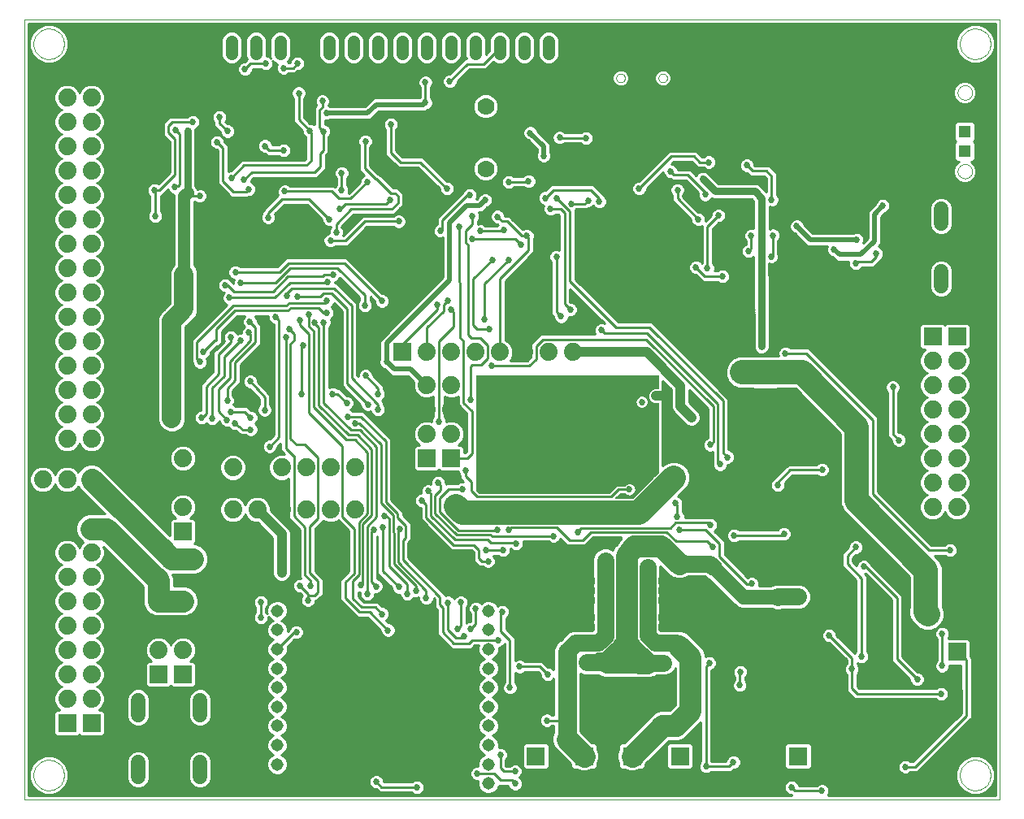
<source format=gbl>
G75*
G70*
%OFA0B0*%
%FSLAX24Y24*%
%IPPOS*%
%LPD*%
%AMOC8*
5,1,8,0,0,1.08239X$1,22.5*
%
%ADD10C,0.0000*%
%ADD11C,0.0515*%
%ADD12C,0.0740*%
%ADD13C,0.0600*%
%ADD14C,0.0515*%
%ADD15R,0.0740X0.0740*%
%ADD16C,0.1310*%
%ADD17C,0.0700*%
%ADD18R,0.0515X0.0515*%
%ADD19R,0.0768X0.0768*%
%ADD20C,0.0100*%
%ADD21C,0.0270*%
%ADD22C,0.0375*%
%ADD23C,0.0300*%
%ADD24R,0.0270X0.0270*%
%ADD25C,0.0400*%
%ADD26C,0.0800*%
%ADD27C,0.1000*%
%ADD28C,0.0600*%
%ADD29C,0.0900*%
%ADD30C,0.0200*%
%ADD31C,0.0700*%
%ADD32C,0.0500*%
%ADD33C,0.0356*%
%ADD34C,0.0050*%
%ADD35C,0.0750*%
%ADD36C,0.0010*%
D10*
X000247Y001996D02*
X000247Y033996D01*
X040247Y033996D01*
X040247Y001996D01*
X000247Y001996D01*
X000622Y002996D02*
X000624Y003046D01*
X000630Y003095D01*
X000640Y003144D01*
X000653Y003191D01*
X000671Y003238D01*
X000692Y003283D01*
X000716Y003326D01*
X000744Y003367D01*
X000775Y003406D01*
X000809Y003442D01*
X000846Y003476D01*
X000886Y003506D01*
X000927Y003533D01*
X000971Y003557D01*
X001016Y003577D01*
X001063Y003593D01*
X001111Y003606D01*
X001160Y003615D01*
X001210Y003620D01*
X001259Y003621D01*
X001309Y003618D01*
X001358Y003611D01*
X001407Y003600D01*
X001454Y003586D01*
X001500Y003567D01*
X001545Y003545D01*
X001588Y003520D01*
X001628Y003491D01*
X001666Y003459D01*
X001702Y003425D01*
X001735Y003387D01*
X001764Y003347D01*
X001790Y003305D01*
X001813Y003261D01*
X001832Y003215D01*
X001848Y003168D01*
X001860Y003119D01*
X001868Y003070D01*
X001872Y003021D01*
X001872Y002971D01*
X001868Y002922D01*
X001860Y002873D01*
X001848Y002824D01*
X001832Y002777D01*
X001813Y002731D01*
X001790Y002687D01*
X001764Y002645D01*
X001735Y002605D01*
X001702Y002567D01*
X001666Y002533D01*
X001628Y002501D01*
X001588Y002472D01*
X001545Y002447D01*
X001500Y002425D01*
X001454Y002406D01*
X001407Y002392D01*
X001358Y002381D01*
X001309Y002374D01*
X001259Y002371D01*
X001210Y002372D01*
X001160Y002377D01*
X001111Y002386D01*
X001063Y002399D01*
X001016Y002415D01*
X000971Y002435D01*
X000927Y002459D01*
X000886Y002486D01*
X000846Y002516D01*
X000809Y002550D01*
X000775Y002586D01*
X000744Y002625D01*
X000716Y002666D01*
X000692Y002709D01*
X000671Y002754D01*
X000653Y002801D01*
X000640Y002848D01*
X000630Y002897D01*
X000624Y002946D01*
X000622Y002996D01*
X024524Y031596D02*
X024526Y031622D01*
X024532Y031648D01*
X024542Y031673D01*
X024555Y031696D01*
X024571Y031716D01*
X024591Y031734D01*
X024613Y031749D01*
X024636Y031761D01*
X024662Y031769D01*
X024688Y031773D01*
X024714Y031773D01*
X024740Y031769D01*
X024766Y031761D01*
X024790Y031749D01*
X024811Y031734D01*
X024831Y031716D01*
X024847Y031696D01*
X024860Y031673D01*
X024870Y031648D01*
X024876Y031622D01*
X024878Y031596D01*
X024876Y031570D01*
X024870Y031544D01*
X024860Y031519D01*
X024847Y031496D01*
X024831Y031476D01*
X024811Y031458D01*
X024789Y031443D01*
X024766Y031431D01*
X024740Y031423D01*
X024714Y031419D01*
X024688Y031419D01*
X024662Y031423D01*
X024636Y031431D01*
X024612Y031443D01*
X024591Y031458D01*
X024571Y031476D01*
X024555Y031496D01*
X024542Y031519D01*
X024532Y031544D01*
X024526Y031570D01*
X024524Y031596D01*
X026256Y031596D02*
X026258Y031622D01*
X026264Y031648D01*
X026274Y031673D01*
X026287Y031696D01*
X026303Y031716D01*
X026323Y031734D01*
X026345Y031749D01*
X026368Y031761D01*
X026394Y031769D01*
X026420Y031773D01*
X026446Y031773D01*
X026472Y031769D01*
X026498Y031761D01*
X026522Y031749D01*
X026543Y031734D01*
X026563Y031716D01*
X026579Y031696D01*
X026592Y031673D01*
X026602Y031648D01*
X026608Y031622D01*
X026610Y031596D01*
X026608Y031570D01*
X026602Y031544D01*
X026592Y031519D01*
X026579Y031496D01*
X026563Y031476D01*
X026543Y031458D01*
X026521Y031443D01*
X026498Y031431D01*
X026472Y031423D01*
X026446Y031419D01*
X026420Y031419D01*
X026394Y031423D01*
X026368Y031431D01*
X026344Y031443D01*
X026323Y031458D01*
X026303Y031476D01*
X026287Y031496D01*
X026274Y031519D01*
X026264Y031544D01*
X026258Y031570D01*
X026256Y031596D01*
X038528Y031000D02*
X038530Y031034D01*
X038536Y031068D01*
X038546Y031101D01*
X038559Y031132D01*
X038577Y031162D01*
X038597Y031190D01*
X038621Y031215D01*
X038647Y031237D01*
X038675Y031255D01*
X038706Y031271D01*
X038738Y031283D01*
X038772Y031291D01*
X038806Y031295D01*
X038840Y031295D01*
X038874Y031291D01*
X038908Y031283D01*
X038940Y031271D01*
X038970Y031255D01*
X038999Y031237D01*
X039025Y031215D01*
X039049Y031190D01*
X039069Y031162D01*
X039087Y031132D01*
X039100Y031101D01*
X039110Y031068D01*
X039116Y031034D01*
X039118Y031000D01*
X039116Y030966D01*
X039110Y030932D01*
X039100Y030899D01*
X039087Y030868D01*
X039069Y030838D01*
X039049Y030810D01*
X039025Y030785D01*
X038999Y030763D01*
X038971Y030745D01*
X038940Y030729D01*
X038908Y030717D01*
X038874Y030709D01*
X038840Y030705D01*
X038806Y030705D01*
X038772Y030709D01*
X038738Y030717D01*
X038706Y030729D01*
X038675Y030745D01*
X038647Y030763D01*
X038621Y030785D01*
X038597Y030810D01*
X038577Y030838D01*
X038559Y030868D01*
X038546Y030899D01*
X038536Y030932D01*
X038530Y030966D01*
X038528Y031000D01*
X038622Y032996D02*
X038624Y033046D01*
X038630Y033095D01*
X038640Y033144D01*
X038653Y033191D01*
X038671Y033238D01*
X038692Y033283D01*
X038716Y033326D01*
X038744Y033367D01*
X038775Y033406D01*
X038809Y033442D01*
X038846Y033476D01*
X038886Y033506D01*
X038927Y033533D01*
X038971Y033557D01*
X039016Y033577D01*
X039063Y033593D01*
X039111Y033606D01*
X039160Y033615D01*
X039210Y033620D01*
X039259Y033621D01*
X039309Y033618D01*
X039358Y033611D01*
X039407Y033600D01*
X039454Y033586D01*
X039500Y033567D01*
X039545Y033545D01*
X039588Y033520D01*
X039628Y033491D01*
X039666Y033459D01*
X039702Y033425D01*
X039735Y033387D01*
X039764Y033347D01*
X039790Y033305D01*
X039813Y033261D01*
X039832Y033215D01*
X039848Y033168D01*
X039860Y033119D01*
X039868Y033070D01*
X039872Y033021D01*
X039872Y032971D01*
X039868Y032922D01*
X039860Y032873D01*
X039848Y032824D01*
X039832Y032777D01*
X039813Y032731D01*
X039790Y032687D01*
X039764Y032645D01*
X039735Y032605D01*
X039702Y032567D01*
X039666Y032533D01*
X039628Y032501D01*
X039588Y032472D01*
X039545Y032447D01*
X039500Y032425D01*
X039454Y032406D01*
X039407Y032392D01*
X039358Y032381D01*
X039309Y032374D01*
X039259Y032371D01*
X039210Y032372D01*
X039160Y032377D01*
X039111Y032386D01*
X039063Y032399D01*
X039016Y032415D01*
X038971Y032435D01*
X038927Y032459D01*
X038886Y032486D01*
X038846Y032516D01*
X038809Y032550D01*
X038775Y032586D01*
X038744Y032625D01*
X038716Y032666D01*
X038692Y032709D01*
X038671Y032754D01*
X038653Y032801D01*
X038640Y032848D01*
X038630Y032897D01*
X038624Y032946D01*
X038622Y032996D01*
X038528Y027771D02*
X038530Y027805D01*
X038536Y027839D01*
X038546Y027872D01*
X038559Y027903D01*
X038577Y027933D01*
X038597Y027961D01*
X038621Y027986D01*
X038647Y028008D01*
X038675Y028026D01*
X038706Y028042D01*
X038738Y028054D01*
X038772Y028062D01*
X038806Y028066D01*
X038840Y028066D01*
X038874Y028062D01*
X038908Y028054D01*
X038940Y028042D01*
X038970Y028026D01*
X038999Y028008D01*
X039025Y027986D01*
X039049Y027961D01*
X039069Y027933D01*
X039087Y027903D01*
X039100Y027872D01*
X039110Y027839D01*
X039116Y027805D01*
X039118Y027771D01*
X039116Y027737D01*
X039110Y027703D01*
X039100Y027670D01*
X039087Y027639D01*
X039069Y027609D01*
X039049Y027581D01*
X039025Y027556D01*
X038999Y027534D01*
X038971Y027516D01*
X038940Y027500D01*
X038908Y027488D01*
X038874Y027480D01*
X038840Y027476D01*
X038806Y027476D01*
X038772Y027480D01*
X038738Y027488D01*
X038706Y027500D01*
X038675Y027516D01*
X038647Y027534D01*
X038621Y027556D01*
X038597Y027581D01*
X038577Y027609D01*
X038559Y027639D01*
X038546Y027670D01*
X038536Y027703D01*
X038530Y027737D01*
X038528Y027771D01*
X038622Y002996D02*
X038624Y003046D01*
X038630Y003095D01*
X038640Y003144D01*
X038653Y003191D01*
X038671Y003238D01*
X038692Y003283D01*
X038716Y003326D01*
X038744Y003367D01*
X038775Y003406D01*
X038809Y003442D01*
X038846Y003476D01*
X038886Y003506D01*
X038927Y003533D01*
X038971Y003557D01*
X039016Y003577D01*
X039063Y003593D01*
X039111Y003606D01*
X039160Y003615D01*
X039210Y003620D01*
X039259Y003621D01*
X039309Y003618D01*
X039358Y003611D01*
X039407Y003600D01*
X039454Y003586D01*
X039500Y003567D01*
X039545Y003545D01*
X039588Y003520D01*
X039628Y003491D01*
X039666Y003459D01*
X039702Y003425D01*
X039735Y003387D01*
X039764Y003347D01*
X039790Y003305D01*
X039813Y003261D01*
X039832Y003215D01*
X039848Y003168D01*
X039860Y003119D01*
X039868Y003070D01*
X039872Y003021D01*
X039872Y002971D01*
X039868Y002922D01*
X039860Y002873D01*
X039848Y002824D01*
X039832Y002777D01*
X039813Y002731D01*
X039790Y002687D01*
X039764Y002645D01*
X039735Y002605D01*
X039702Y002567D01*
X039666Y002533D01*
X039628Y002501D01*
X039588Y002472D01*
X039545Y002447D01*
X039500Y002425D01*
X039454Y002406D01*
X039407Y002392D01*
X039358Y002381D01*
X039309Y002374D01*
X039259Y002371D01*
X039210Y002372D01*
X039160Y002377D01*
X039111Y002386D01*
X039063Y002399D01*
X039016Y002415D01*
X038971Y002435D01*
X038927Y002459D01*
X038886Y002486D01*
X038846Y002516D01*
X038809Y002550D01*
X038775Y002586D01*
X038744Y002625D01*
X038716Y002666D01*
X038692Y002709D01*
X038671Y002754D01*
X038653Y002801D01*
X038640Y002848D01*
X038630Y002897D01*
X038624Y002946D01*
X038622Y002996D01*
X000622Y032996D02*
X000624Y033046D01*
X000630Y033095D01*
X000640Y033144D01*
X000653Y033191D01*
X000671Y033238D01*
X000692Y033283D01*
X000716Y033326D01*
X000744Y033367D01*
X000775Y033406D01*
X000809Y033442D01*
X000846Y033476D01*
X000886Y033506D01*
X000927Y033533D01*
X000971Y033557D01*
X001016Y033577D01*
X001063Y033593D01*
X001111Y033606D01*
X001160Y033615D01*
X001210Y033620D01*
X001259Y033621D01*
X001309Y033618D01*
X001358Y033611D01*
X001407Y033600D01*
X001454Y033586D01*
X001500Y033567D01*
X001545Y033545D01*
X001588Y033520D01*
X001628Y033491D01*
X001666Y033459D01*
X001702Y033425D01*
X001735Y033387D01*
X001764Y033347D01*
X001790Y033305D01*
X001813Y033261D01*
X001832Y033215D01*
X001848Y033168D01*
X001860Y033119D01*
X001868Y033070D01*
X001872Y033021D01*
X001872Y032971D01*
X001868Y032922D01*
X001860Y032873D01*
X001848Y032824D01*
X001832Y032777D01*
X001813Y032731D01*
X001790Y032687D01*
X001764Y032645D01*
X001735Y032605D01*
X001702Y032567D01*
X001666Y032533D01*
X001628Y032501D01*
X001588Y032472D01*
X001545Y032447D01*
X001500Y032425D01*
X001454Y032406D01*
X001407Y032392D01*
X001358Y032381D01*
X001309Y032374D01*
X001259Y032371D01*
X001210Y032372D01*
X001160Y032377D01*
X001111Y032386D01*
X001063Y032399D01*
X001016Y032415D01*
X000971Y032435D01*
X000927Y032459D01*
X000886Y032486D01*
X000846Y032516D01*
X000809Y032550D01*
X000775Y032586D01*
X000744Y032625D01*
X000716Y032666D01*
X000692Y032709D01*
X000671Y032754D01*
X000653Y032801D01*
X000640Y032848D01*
X000630Y032897D01*
X000624Y032946D01*
X000622Y032996D01*
D11*
X010616Y009739D03*
X010616Y008952D03*
X010616Y008164D03*
X010616Y007377D03*
X010616Y006589D03*
X010616Y005802D03*
X010616Y005015D03*
X010616Y004227D03*
X010616Y003440D03*
X010616Y002652D03*
X019278Y002652D03*
X019278Y003440D03*
X019278Y004227D03*
X019278Y005015D03*
X019278Y005802D03*
X019278Y006589D03*
X019278Y007377D03*
X019278Y008164D03*
X019278Y008952D03*
X019278Y009739D03*
D12*
X013797Y013896D03*
X012797Y013896D03*
X011797Y013896D03*
X010797Y013896D03*
X009797Y013896D03*
X008797Y013896D03*
X008797Y015616D03*
X009797Y015616D03*
X010797Y015616D03*
X011797Y015616D03*
X012797Y015616D03*
X013797Y015616D03*
X016747Y016996D03*
X017747Y016996D03*
X017747Y017996D03*
X016747Y017996D03*
X016747Y018996D03*
X017747Y018996D03*
X017747Y020346D03*
X016747Y020346D03*
X018747Y020346D03*
X019747Y020346D03*
X020747Y020346D03*
X021747Y020346D03*
X022747Y020346D03*
X037497Y019996D03*
X038497Y019996D03*
X039497Y019996D03*
X039497Y018996D03*
X038497Y018996D03*
X037497Y018996D03*
X037497Y017996D03*
X038497Y017996D03*
X039497Y017996D03*
X039497Y016996D03*
X038497Y016996D03*
X037497Y016996D03*
X037497Y015996D03*
X038497Y015996D03*
X039497Y015996D03*
X039497Y014996D03*
X038497Y014996D03*
X037497Y014996D03*
X037497Y013996D03*
X038497Y013996D03*
X039497Y013996D03*
X006747Y013996D03*
X006747Y014996D03*
X006747Y015996D03*
X002997Y016796D03*
X002997Y017796D03*
X002997Y018796D03*
X002997Y019796D03*
X002997Y020796D03*
X002997Y021796D03*
X002997Y022796D03*
X002997Y023796D03*
X002997Y024796D03*
X002997Y025796D03*
X002997Y026796D03*
X002997Y027796D03*
X002997Y028796D03*
X002997Y029796D03*
X002997Y030796D03*
X001997Y030796D03*
X000997Y030796D03*
X000997Y029796D03*
X001997Y029796D03*
X001997Y028796D03*
X000997Y028796D03*
X000997Y027796D03*
X001997Y027796D03*
X001997Y026796D03*
X000997Y026796D03*
X000997Y025796D03*
X001997Y025796D03*
X001997Y024796D03*
X000997Y024796D03*
X000997Y023796D03*
X001997Y023796D03*
X001997Y022796D03*
X000997Y022796D03*
X000997Y021796D03*
X001997Y021796D03*
X001997Y020796D03*
X000997Y020796D03*
X000997Y019796D03*
X001997Y019796D03*
X001997Y018796D03*
X000997Y018796D03*
X000997Y017796D03*
X001997Y017796D03*
X001997Y016796D03*
X000997Y016796D03*
X000997Y015137D03*
X001997Y015137D03*
X002997Y015137D03*
X002997Y012136D03*
X001997Y012136D03*
X000997Y012136D03*
X000997Y011136D03*
X001997Y011136D03*
X002997Y011136D03*
X002997Y010136D03*
X001997Y010136D03*
X000997Y010136D03*
X000997Y009136D03*
X001997Y009136D03*
X002997Y009136D03*
X002997Y008136D03*
X001997Y008136D03*
X000997Y008136D03*
X000997Y007136D03*
X001997Y007136D03*
X002997Y007136D03*
X002997Y006136D03*
X001997Y006136D03*
X000997Y006136D03*
X005747Y008136D03*
X006747Y008136D03*
X006747Y009136D03*
X005747Y009136D03*
X005747Y010136D03*
X006747Y010136D03*
D13*
X006687Y006076D02*
X006687Y005476D01*
X007457Y005476D02*
X007457Y006076D01*
X009237Y006076D02*
X009237Y005476D01*
X009237Y003516D02*
X009237Y002916D01*
X007457Y002916D02*
X007457Y003516D01*
X006687Y003516D02*
X006687Y002916D01*
X004907Y002916D02*
X004907Y003516D01*
X004907Y005476D02*
X004907Y006076D01*
X026884Y015207D02*
X026898Y015242D01*
X028497Y011526D02*
X029737Y010286D01*
X031137Y010286D01*
X037847Y023066D02*
X037847Y023666D01*
X039627Y023666D02*
X039627Y023066D01*
X039627Y025626D02*
X039627Y026226D01*
X037847Y026226D02*
X037847Y025626D01*
D14*
X022747Y032588D02*
X022747Y033103D01*
X021747Y033103D02*
X021747Y032588D01*
X020747Y032588D02*
X020747Y033103D01*
X019747Y033103D02*
X019747Y032588D01*
X018747Y032588D02*
X018747Y033103D01*
X017747Y033103D02*
X017747Y032588D01*
X016747Y032588D02*
X016747Y033103D01*
X015747Y033103D02*
X015747Y032588D01*
X014747Y032588D02*
X014747Y033103D01*
X013747Y033103D02*
X013747Y032588D01*
X012747Y032588D02*
X012747Y033103D01*
X011747Y033103D02*
X011747Y032588D01*
X010747Y032588D02*
X010747Y033103D01*
X009747Y033103D02*
X009747Y032588D01*
X008747Y032588D02*
X008747Y033103D01*
X007747Y033103D02*
X007747Y032588D01*
D15*
X015747Y020346D03*
X016747Y015996D03*
X017747Y015996D03*
X006747Y012996D03*
X006747Y007136D03*
X005747Y007136D03*
X002997Y005136D03*
X001997Y005136D03*
X000997Y005136D03*
X037497Y020996D03*
X038497Y020996D03*
X039497Y020996D03*
D16*
X034512Y029896D03*
X029342Y029896D03*
D17*
X019164Y030433D03*
X019164Y027874D03*
D18*
X038807Y028598D03*
X038807Y029386D03*
X038807Y030173D03*
D19*
X038507Y010026D03*
X038507Y008057D03*
X033947Y003776D03*
X031978Y003776D03*
X027137Y003776D03*
X025168Y003776D03*
X023197Y003776D03*
X021228Y003776D03*
D20*
X020675Y003769D02*
X020072Y003769D01*
X020072Y003765D02*
X020072Y003886D01*
X020026Y003998D01*
X019940Y004084D01*
X019828Y004131D01*
X019706Y004131D01*
X019699Y004128D01*
X019705Y004142D01*
X019705Y004312D01*
X019640Y004469D01*
X019520Y004590D01*
X019444Y004621D01*
X019520Y004652D01*
X019640Y004772D01*
X019705Y004929D01*
X019705Y005100D01*
X019640Y005257D01*
X019520Y005377D01*
X019444Y005408D01*
X019520Y005440D01*
X019640Y005560D01*
X019705Y005717D01*
X019705Y005887D01*
X019640Y006044D01*
X019520Y006164D01*
X019444Y006196D01*
X019520Y006227D01*
X019640Y006347D01*
X019705Y006504D01*
X019705Y006674D01*
X019640Y006831D01*
X019520Y006952D01*
X019444Y006983D01*
X019520Y007014D01*
X019640Y007135D01*
X019705Y007292D01*
X019705Y007462D01*
X019640Y007619D01*
X019520Y007739D01*
X019444Y007770D01*
X019520Y007802D01*
X019640Y007922D01*
X019705Y008079D01*
X019705Y008238D01*
X019733Y008238D01*
X019845Y008284D01*
X019931Y008370D01*
X019937Y008385D01*
X019937Y008162D01*
X019937Y008071D01*
X019937Y007980D01*
X019940Y006795D01*
X019902Y006757D01*
X019856Y006645D01*
X019856Y006524D01*
X019902Y006412D01*
X019988Y006326D01*
X020100Y006280D01*
X020222Y006280D01*
X020334Y006326D01*
X020420Y006412D01*
X020466Y006524D01*
X020466Y006645D01*
X020420Y006757D01*
X020380Y006797D01*
X020379Y007193D01*
X020385Y007187D01*
X020497Y007141D01*
X020619Y007141D01*
X020731Y007187D01*
X020769Y007226D01*
X021305Y007226D01*
X021404Y007126D01*
X021404Y007072D01*
X021450Y006960D01*
X021536Y006874D01*
X021648Y006828D01*
X021770Y006828D01*
X021882Y006874D01*
X021955Y006947D01*
X021955Y005461D01*
X021882Y005461D01*
X021844Y005499D01*
X021732Y005546D01*
X021610Y005546D01*
X021498Y005499D01*
X021412Y005413D01*
X021366Y005301D01*
X021366Y005180D01*
X021412Y005068D01*
X021498Y004982D01*
X021610Y004936D01*
X021732Y004936D01*
X021844Y004982D01*
X021882Y005021D01*
X021955Y005021D01*
X021955Y004777D01*
X021880Y004596D01*
X021880Y004349D01*
X021974Y004121D01*
X022643Y003453D01*
X022643Y003321D01*
X022743Y003222D01*
X022914Y003222D01*
X023074Y003156D01*
X023320Y003156D01*
X023480Y003222D01*
X023651Y003222D01*
X023751Y003321D01*
X023751Y003493D01*
X023817Y003652D01*
X023817Y003899D01*
X023751Y004059D01*
X023751Y004230D01*
X023651Y004329D01*
X023520Y004329D01*
X023045Y004804D01*
X023045Y007157D01*
X023194Y007096D01*
X023592Y007096D01*
X023593Y007095D01*
X023791Y007095D01*
X023794Y007091D01*
X024021Y006996D01*
X024818Y006993D01*
X024821Y006992D01*
X024940Y006993D01*
X025905Y006985D01*
X026134Y007077D01*
X026142Y007086D01*
X026560Y007086D01*
X026752Y007165D01*
X026898Y007311D01*
X026933Y007396D01*
X026933Y005869D01*
X026711Y005648D01*
X026297Y005648D01*
X026069Y005553D01*
X024846Y004329D01*
X024714Y004329D01*
X024615Y004230D01*
X024615Y004059D01*
X024548Y003899D01*
X024548Y003652D01*
X024615Y003493D01*
X024615Y003321D01*
X024714Y003222D01*
X024885Y003222D01*
X025045Y003156D01*
X025292Y003156D01*
X025451Y003222D01*
X025623Y003222D01*
X025722Y003321D01*
X025722Y003453D01*
X026677Y004408D01*
X027091Y004408D01*
X027319Y004502D01*
X027512Y004694D01*
X027983Y005166D01*
X027983Y003563D01*
X027944Y003524D01*
X027898Y003412D01*
X027898Y003291D01*
X027944Y003179D01*
X028030Y003093D01*
X028142Y003047D01*
X028264Y003047D01*
X028376Y003093D01*
X028414Y003132D01*
X029247Y003132D01*
X029335Y003220D01*
X029390Y003220D01*
X029502Y003266D01*
X029588Y003352D01*
X029634Y003464D01*
X029634Y003585D01*
X029588Y003697D01*
X029502Y003783D01*
X029390Y003830D01*
X029268Y003830D01*
X029156Y003783D01*
X029070Y003697D01*
X029024Y003585D01*
X029024Y003572D01*
X028423Y003572D01*
X028423Y007301D01*
X028510Y007337D01*
X028596Y007423D01*
X028642Y007535D01*
X028642Y007656D01*
X028596Y007768D01*
X028510Y007854D01*
X028398Y007901D01*
X028276Y007901D01*
X028173Y007858D01*
X028173Y007965D01*
X028079Y008193D01*
X027904Y008367D01*
X027435Y008836D01*
X027207Y008931D01*
X027093Y008931D01*
X027078Y008937D01*
X026330Y008937D01*
X026321Y008946D01*
X026324Y011074D01*
X026325Y011076D01*
X026324Y011178D01*
X026324Y011279D01*
X026323Y011281D01*
X026322Y011572D01*
X026771Y011143D01*
X027001Y011054D01*
X027248Y011060D01*
X027467Y011157D01*
X028131Y011157D01*
X028202Y011085D01*
X028323Y011035D01*
X029471Y009887D01*
X029644Y009816D01*
X030913Y009816D01*
X031034Y009766D01*
X031240Y009766D01*
X031313Y009796D01*
X032080Y009796D01*
X032272Y009875D01*
X032418Y010021D01*
X032497Y010212D01*
X032497Y010419D01*
X032418Y010610D01*
X032272Y010756D01*
X032080Y010836D01*
X031054Y010836D01*
X030862Y010756D01*
X030374Y010756D01*
X030387Y010786D01*
X030387Y010907D01*
X030341Y011019D01*
X030255Y011105D01*
X030143Y011152D01*
X030021Y011152D01*
X029913Y011107D01*
X028964Y012056D01*
X028964Y012600D01*
X028835Y012729D01*
X028556Y013007D01*
X028563Y013010D01*
X028649Y013096D01*
X028695Y013208D01*
X028695Y013329D01*
X028649Y013441D01*
X028563Y013527D01*
X028451Y013574D01*
X028396Y013574D01*
X028395Y013575D01*
X027333Y013575D01*
X027333Y013667D01*
X027287Y013779D01*
X027248Y013818D01*
X027248Y014092D01*
X027249Y014094D01*
X027249Y014215D01*
X027203Y014327D01*
X027117Y014413D01*
X027062Y014436D01*
X027453Y014829D01*
X027554Y015075D01*
X027554Y015342D01*
X027451Y015588D01*
X027262Y015776D01*
X027015Y015877D01*
X026749Y015876D01*
X026503Y015774D01*
X026422Y015692D01*
X026422Y019175D01*
X026776Y018821D01*
X026776Y018057D01*
X026832Y017921D01*
X027396Y017357D01*
X027532Y017301D01*
X027680Y017301D01*
X027816Y017357D01*
X027920Y017461D01*
X027976Y017597D01*
X027976Y017744D01*
X027920Y017880D01*
X027516Y018284D01*
X027516Y018798D01*
X028283Y018031D01*
X028283Y016836D01*
X028205Y016804D01*
X028119Y016718D01*
X028073Y016606D01*
X028073Y016485D01*
X028119Y016373D01*
X028205Y016287D01*
X028317Y016241D01*
X028439Y016241D01*
X028470Y016253D01*
X028470Y016098D01*
X028470Y015687D01*
X028516Y015575D01*
X028602Y015489D01*
X028714Y015443D01*
X028836Y015443D01*
X028948Y015489D01*
X029034Y015575D01*
X029080Y015687D01*
X029080Y015740D01*
X029136Y015740D01*
X029248Y015786D01*
X029334Y015872D01*
X029380Y015984D01*
X029380Y016105D01*
X029334Y016217D01*
X029248Y016303D01*
X029136Y016350D01*
X029117Y016350D01*
X029117Y018437D01*
X026100Y021454D01*
X025971Y021583D01*
X024601Y021583D01*
X022843Y023341D01*
X022843Y026175D01*
X022857Y026181D01*
X022895Y026220D01*
X023318Y026220D01*
X023372Y026274D01*
X023427Y026274D01*
X023539Y026320D01*
X023574Y026355D01*
X023653Y026276D01*
X023765Y026230D01*
X023887Y026230D01*
X023999Y026276D01*
X024085Y026362D01*
X024131Y026474D01*
X024131Y026595D01*
X024085Y026707D01*
X024046Y026746D01*
X024046Y026748D01*
X023698Y027096D01*
X023569Y027225D01*
X021841Y027225D01*
X021597Y026981D01*
X021542Y026981D01*
X021430Y026934D01*
X021344Y026848D01*
X021298Y026736D01*
X021298Y026615D01*
X021344Y026503D01*
X021430Y026417D01*
X021542Y026371D01*
X021558Y026371D01*
X021520Y026279D01*
X021520Y026158D01*
X021566Y026046D01*
X021652Y025960D01*
X021764Y025914D01*
X021886Y025914D01*
X021998Y025960D01*
X022036Y025999D01*
X022144Y025999D01*
X022186Y025956D01*
X022186Y024537D01*
X022129Y024561D01*
X022007Y024561D01*
X021895Y024514D01*
X021809Y024428D01*
X021763Y024316D01*
X021763Y024195D01*
X021809Y024083D01*
X021848Y024044D01*
X021848Y021916D01*
X021957Y021807D01*
X021957Y021753D01*
X022003Y021641D01*
X022089Y021555D01*
X022201Y021509D01*
X022323Y021509D01*
X022435Y021555D01*
X022521Y021641D01*
X022567Y021753D01*
X022567Y021789D01*
X022571Y021788D01*
X022693Y021788D01*
X022805Y021834D01*
X022891Y021920D01*
X022937Y022032D01*
X022937Y022153D01*
X022891Y022265D01*
X022805Y022351D01*
X022693Y022398D01*
X022638Y022398D01*
X022626Y022410D01*
X022626Y022935D01*
X024040Y021521D01*
X023970Y021551D01*
X023848Y021551D01*
X023736Y021504D01*
X023650Y021418D01*
X023604Y021306D01*
X023604Y021185D01*
X023642Y021093D01*
X021425Y021093D01*
X021296Y020964D01*
X021296Y020964D01*
X021149Y020817D01*
X021020Y020688D01*
X021020Y020164D01*
X020868Y020012D01*
X020177Y020012D01*
X020205Y020040D01*
X020287Y020238D01*
X020287Y020453D01*
X020205Y020651D01*
X020053Y020803D01*
X019967Y020839D01*
X019967Y023268D01*
X021021Y024323D01*
X021021Y024323D01*
X021150Y024451D01*
X021150Y025021D01*
X021166Y025060D01*
X021166Y025181D01*
X021120Y025293D01*
X021034Y025379D01*
X020922Y025426D01*
X020800Y025426D01*
X020692Y025381D01*
X020261Y025812D01*
X020132Y025941D01*
X019962Y025941D01*
X019962Y025971D01*
X019916Y026083D01*
X019830Y026169D01*
X019718Y026216D01*
X019596Y026216D01*
X019484Y026169D01*
X019398Y026083D01*
X019352Y025971D01*
X019352Y025850D01*
X019398Y025738D01*
X019484Y025652D01*
X019596Y025606D01*
X019651Y025606D01*
X019683Y025573D01*
X019661Y025551D01*
X019654Y025535D01*
X019163Y025535D01*
X019125Y025573D01*
X019013Y025620D01*
X018891Y025620D01*
X018837Y025597D01*
X018837Y025724D01*
X018876Y025763D01*
X018922Y025875D01*
X018922Y025996D01*
X018882Y026094D01*
X018970Y026094D01*
X019069Y026135D01*
X019227Y026293D01*
X019312Y026328D01*
X019398Y026414D01*
X019444Y026526D01*
X019444Y026647D01*
X019398Y026759D01*
X019312Y026845D01*
X019200Y026892D01*
X019078Y026892D01*
X018966Y026845D01*
X018880Y026759D01*
X018845Y026675D01*
X018804Y026634D01*
X018777Y026634D01*
X018818Y026732D01*
X018818Y026853D01*
X018772Y026965D01*
X018686Y027051D01*
X018574Y027098D01*
X018452Y027098D01*
X018340Y027051D01*
X018254Y026965D01*
X018245Y026943D01*
X017301Y025999D01*
X017172Y025870D01*
X017172Y025605D01*
X017145Y025594D01*
X017059Y025508D01*
X017013Y025396D01*
X017013Y025275D01*
X017059Y025163D01*
X017145Y025077D01*
X017257Y025031D01*
X017379Y025031D01*
X017415Y025046D01*
X017415Y023414D01*
X014870Y020869D01*
X014829Y020769D01*
X014829Y020097D01*
X014794Y020012D01*
X014794Y019891D01*
X014840Y019779D01*
X014926Y019693D01*
X015011Y019658D01*
X015173Y019496D01*
X015249Y019420D01*
X015348Y019379D01*
X015982Y019379D01*
X016222Y019139D01*
X016207Y019103D01*
X016207Y018888D01*
X016289Y018690D01*
X016441Y018538D01*
X016640Y018456D01*
X016854Y018456D01*
X017028Y018528D01*
X017028Y017705D01*
X016989Y017666D01*
X016943Y017554D01*
X016943Y017499D01*
X016854Y017536D01*
X016640Y017536D01*
X016441Y017453D01*
X016289Y017301D01*
X016207Y017103D01*
X016207Y016888D01*
X016289Y016690D01*
X016441Y016538D01*
X016446Y016536D01*
X016307Y016536D01*
X016207Y016436D01*
X016207Y015555D01*
X016307Y015456D01*
X017187Y015456D01*
X017247Y015515D01*
X017307Y015456D01*
X018044Y015456D01*
X018044Y015449D01*
X018090Y015337D01*
X018129Y015298D01*
X018129Y015156D01*
X018249Y015037D01*
X018162Y015037D01*
X018050Y014990D01*
X018012Y014952D01*
X017551Y014952D01*
X017540Y014941D01*
X017540Y014984D01*
X017524Y015000D01*
X017524Y015054D01*
X017478Y015166D01*
X017392Y015252D01*
X017280Y015299D01*
X017158Y015299D01*
X017046Y015252D01*
X016960Y015166D01*
X016914Y015054D01*
X016914Y014933D01*
X016915Y014931D01*
X016865Y014952D01*
X016743Y014952D01*
X016631Y014905D01*
X016545Y014819D01*
X016499Y014707D01*
X016499Y014586D01*
X016507Y014567D01*
X016493Y014567D01*
X016381Y014520D01*
X016295Y014434D01*
X016249Y014322D01*
X016249Y014201D01*
X016295Y014089D01*
X016381Y014003D01*
X016493Y013957D01*
X016502Y013957D01*
X016502Y013484D01*
X016631Y013356D01*
X017763Y012224D01*
X018596Y012224D01*
X018666Y012153D01*
X018666Y011807D01*
X018795Y011679D01*
X018922Y011552D01*
X019057Y011552D01*
X019095Y011513D01*
X019207Y011467D01*
X019329Y011467D01*
X019441Y011513D01*
X019527Y011599D01*
X019573Y011711D01*
X019573Y011832D01*
X019527Y011944D01*
X019765Y011944D01*
X019709Y011967D02*
X019821Y011921D01*
X019943Y011921D01*
X020055Y011967D01*
X020141Y012053D01*
X020187Y012165D01*
X020187Y012286D01*
X020180Y012304D01*
X020183Y012304D01*
X020245Y012241D01*
X020357Y012195D01*
X020479Y012195D01*
X020591Y012241D01*
X020677Y012327D01*
X020723Y012439D01*
X020723Y012560D01*
X020713Y012586D01*
X021735Y012586D01*
X021773Y012547D01*
X021885Y012501D01*
X022007Y012501D01*
X022119Y012547D01*
X022205Y012633D01*
X022230Y012694D01*
X022510Y012415D01*
X023244Y012415D01*
X023586Y012757D01*
X024723Y012757D01*
X024718Y012752D01*
X024697Y012700D01*
X024531Y012462D01*
X024502Y012433D01*
X024415Y012346D01*
X024415Y012345D01*
X024414Y012345D01*
X024368Y012232D01*
X024367Y012232D01*
X024366Y012233D01*
X024174Y012313D01*
X023968Y012313D01*
X023776Y012233D01*
X023630Y012087D01*
X023551Y011896D01*
X023551Y008937D01*
X022751Y008937D01*
X022559Y008857D01*
X022269Y008567D01*
X022245Y008543D01*
X022191Y008521D01*
X022038Y008367D01*
X021955Y008167D01*
X021955Y007318D01*
X021882Y007391D01*
X021770Y007438D01*
X021715Y007438D01*
X021487Y007666D01*
X020769Y007666D01*
X020731Y007704D01*
X020619Y007751D01*
X020497Y007751D01*
X020385Y007704D01*
X020378Y007697D01*
X020377Y008072D01*
X020377Y008624D01*
X020013Y008988D01*
X020013Y009436D01*
X020021Y009439D01*
X020107Y009525D01*
X020153Y009637D01*
X020153Y009758D01*
X020107Y009870D01*
X020021Y009956D01*
X019909Y010003D01*
X019787Y010003D01*
X019675Y009956D01*
X019658Y009939D01*
X019640Y009981D01*
X019520Y010101D01*
X019363Y010166D01*
X019193Y010166D01*
X019036Y010101D01*
X018978Y010043D01*
X018936Y010085D01*
X018824Y010132D01*
X018702Y010132D01*
X018590Y010085D01*
X018504Y009999D01*
X018458Y009887D01*
X018458Y009766D01*
X018504Y009654D01*
X018543Y009615D01*
X018543Y009302D01*
X018535Y009294D01*
X018480Y009294D01*
X018368Y009247D01*
X018366Y009245D01*
X018366Y009875D01*
X018405Y009914D01*
X018451Y010026D01*
X018451Y010147D01*
X018405Y010259D01*
X018319Y010345D01*
X018207Y010392D01*
X018085Y010392D01*
X017973Y010345D01*
X017887Y010259D01*
X017880Y010242D01*
X017878Y010248D01*
X017792Y010334D01*
X017680Y010381D01*
X017558Y010381D01*
X017509Y010360D01*
X017509Y010400D01*
X015990Y011919D01*
X015990Y012538D01*
X016100Y012648D01*
X016100Y013329D01*
X015783Y013646D01*
X015783Y013808D01*
X015289Y014302D01*
X015289Y016782D01*
X014272Y017799D01*
X014143Y017928D01*
X013723Y017928D01*
X013682Y017969D01*
X013623Y017994D01*
X013643Y018002D01*
X013729Y018088D01*
X013775Y018200D01*
X013775Y018321D01*
X013729Y018433D01*
X013643Y018519D01*
X013531Y018566D01*
X013476Y018566D01*
X013183Y018859D01*
X013106Y018859D01*
X013068Y018897D01*
X012956Y018944D01*
X012834Y018944D01*
X012746Y018907D01*
X012746Y021367D01*
X012785Y021406D01*
X012831Y021518D01*
X012831Y021639D01*
X012805Y021701D01*
X012820Y021707D01*
X012906Y021793D01*
X012952Y021905D01*
X012952Y022026D01*
X012906Y022138D01*
X012838Y022206D01*
X012916Y022283D01*
X012948Y022360D01*
X013268Y022039D01*
X013268Y021438D01*
X013267Y021437D01*
X013267Y021254D01*
X013268Y021253D01*
X013268Y018963D01*
X014030Y018201D01*
X014030Y018147D01*
X014076Y018035D01*
X014162Y017949D01*
X014274Y017903D01*
X014396Y017903D01*
X014455Y017927D01*
X014495Y017830D01*
X014581Y017744D01*
X014693Y017698D01*
X014815Y017698D01*
X014927Y017744D01*
X015013Y017830D01*
X015059Y017942D01*
X015059Y018063D01*
X015013Y018175D01*
X014974Y018214D01*
X014974Y018303D01*
X014910Y018367D01*
X014924Y018373D01*
X015010Y018459D01*
X015056Y018571D01*
X015056Y018692D01*
X015010Y018804D01*
X014971Y018843D01*
X014971Y018958D01*
X014541Y019388D01*
X014541Y019442D01*
X014495Y019554D01*
X014409Y019640D01*
X014297Y019687D01*
X014175Y019687D01*
X014063Y019640D01*
X013977Y019554D01*
X013931Y019442D01*
X013931Y019346D01*
X013887Y019390D01*
X013887Y022348D01*
X013053Y023182D01*
X012988Y023182D01*
X012988Y023227D01*
X013076Y023263D01*
X013162Y023349D01*
X013185Y023405D01*
X013993Y022597D01*
X013993Y022467D01*
X013954Y022428D01*
X013908Y022316D01*
X013908Y022195D01*
X013954Y022083D01*
X014040Y021997D01*
X014152Y021951D01*
X014274Y021951D01*
X014386Y021997D01*
X014472Y022083D01*
X014518Y022195D01*
X014518Y022316D01*
X014472Y022428D01*
X014433Y022467D01*
X014433Y022619D01*
X014611Y022441D01*
X014611Y022387D01*
X014657Y022275D01*
X014743Y022189D01*
X014855Y022143D01*
X014977Y022143D01*
X015089Y022189D01*
X015175Y022275D01*
X015221Y022387D01*
X015221Y022508D01*
X015175Y022620D01*
X015089Y022706D01*
X014977Y022753D01*
X014922Y022753D01*
X013585Y024090D01*
X013585Y024092D01*
X013456Y024221D01*
X010976Y024221D01*
X010847Y024092D01*
X010847Y024092D01*
X010611Y023856D01*
X009108Y023856D01*
X009070Y023894D01*
X008958Y023941D01*
X008836Y023941D01*
X008724Y023894D01*
X008638Y023808D01*
X008592Y023696D01*
X008592Y023575D01*
X008638Y023463D01*
X008724Y023377D01*
X008836Y023331D01*
X008849Y023331D01*
X008823Y023268D01*
X008823Y023162D01*
X008766Y023219D01*
X008746Y023268D01*
X008660Y023354D01*
X008548Y023401D01*
X008426Y023401D01*
X008314Y023354D01*
X008228Y023268D01*
X008182Y023156D01*
X008182Y023035D01*
X008228Y022923D01*
X008314Y022837D01*
X008426Y022791D01*
X008437Y022791D01*
X008399Y022753D01*
X008353Y022641D01*
X008353Y022520D01*
X008399Y022408D01*
X008485Y022322D01*
X008547Y022297D01*
X007236Y020986D01*
X007107Y020857D01*
X007107Y019976D01*
X007141Y019942D01*
X007141Y019888D01*
X007187Y019776D01*
X007273Y019690D01*
X007385Y019644D01*
X007507Y019644D01*
X007619Y019690D01*
X007705Y019776D01*
X007751Y019888D01*
X007751Y020009D01*
X007721Y020083D01*
X007755Y020097D01*
X007841Y020183D01*
X007887Y020295D01*
X007887Y020349D01*
X008143Y020606D01*
X008218Y020606D01*
X008347Y020734D01*
X008347Y021204D01*
X008977Y021826D01*
X009291Y021826D01*
X009237Y021772D01*
X009191Y021660D01*
X009191Y021539D01*
X009237Y021427D01*
X009265Y021399D01*
X009203Y021337D01*
X009157Y021225D01*
X009157Y021138D01*
X009057Y021138D01*
X008987Y021109D01*
X008979Y021129D01*
X008893Y021215D01*
X008781Y021262D01*
X008659Y021262D01*
X008547Y021215D01*
X008461Y021129D01*
X008415Y021017D01*
X008415Y020896D01*
X008452Y020807D01*
X008123Y020479D01*
X007994Y020350D01*
X007994Y019553D01*
X007606Y019165D01*
X007477Y019036D01*
X007477Y017974D01*
X007446Y017974D01*
X007334Y017927D01*
X007248Y017841D01*
X007202Y017729D01*
X007202Y017608D01*
X007248Y017496D01*
X007334Y017410D01*
X007446Y017364D01*
X007568Y017364D01*
X007680Y017410D01*
X007706Y017437D01*
X007774Y017369D01*
X007886Y017323D01*
X008008Y017323D01*
X008120Y017369D01*
X008206Y017455D01*
X008239Y017536D01*
X008239Y017515D01*
X008285Y017403D01*
X008371Y017317D01*
X008483Y017271D01*
X008605Y017271D01*
X008619Y017276D01*
X008628Y017253D01*
X008714Y017167D01*
X008826Y017121D01*
X008930Y017121D01*
X009083Y017008D01*
X009136Y016956D01*
X009155Y016956D01*
X009170Y016944D01*
X009244Y016956D01*
X009316Y016956D01*
X009354Y016917D01*
X009466Y016871D01*
X009588Y016871D01*
X009700Y016917D01*
X009786Y017003D01*
X009832Y017115D01*
X009832Y017236D01*
X009786Y017348D01*
X009718Y017416D01*
X009786Y017483D01*
X009832Y017595D01*
X009832Y017716D01*
X009786Y017828D01*
X009700Y017914D01*
X009588Y017961D01*
X009533Y017961D01*
X009497Y017997D01*
X009368Y018126D01*
X008918Y018126D01*
X008880Y018164D01*
X008818Y018190D01*
X008825Y018197D01*
X008871Y018309D01*
X008871Y018430D01*
X008825Y018542D01*
X008786Y018581D01*
X008786Y018775D01*
X009108Y019097D01*
X009108Y019835D01*
X009808Y020536D01*
X009937Y020664D01*
X009937Y021470D01*
X009801Y021606D01*
X009801Y021660D01*
X009755Y021772D01*
X009701Y021826D01*
X010242Y021826D01*
X010242Y021726D01*
X010288Y021614D01*
X010374Y021528D01*
X010464Y021491D01*
X010464Y016950D01*
X010298Y016784D01*
X010243Y016784D01*
X010131Y016737D01*
X010045Y016651D01*
X009999Y016539D01*
X009999Y016418D01*
X010045Y016306D01*
X010131Y016220D01*
X010243Y016174D01*
X010365Y016174D01*
X010477Y016220D01*
X010563Y016306D01*
X010609Y016418D01*
X010609Y016472D01*
X010747Y016610D01*
X010747Y016314D01*
X010907Y016155D01*
X010904Y016156D01*
X010690Y016156D01*
X010491Y016073D01*
X010339Y015921D01*
X010257Y015723D01*
X010257Y015508D01*
X010339Y015310D01*
X010491Y015158D01*
X010690Y015076D01*
X010904Y015076D01*
X011077Y015147D01*
X011077Y013521D01*
X011540Y013058D01*
X011540Y011114D01*
X011587Y011068D01*
X011492Y011068D01*
X011380Y011021D01*
X011294Y010935D01*
X011248Y010823D01*
X011248Y010702D01*
X011294Y010590D01*
X011380Y010504D01*
X011492Y010458D01*
X011547Y010458D01*
X011641Y010363D01*
X011622Y010344D01*
X011576Y010232D01*
X011576Y010111D01*
X011622Y009999D01*
X011708Y009913D01*
X011820Y009867D01*
X011942Y009867D01*
X012054Y009913D01*
X012140Y009999D01*
X012186Y010111D01*
X012186Y010155D01*
X012251Y010155D01*
X012380Y010283D01*
X012380Y010283D01*
X012502Y010405D01*
X012502Y011042D01*
X012173Y011371D01*
X012173Y013105D01*
X012501Y013434D01*
X012690Y013356D01*
X012904Y013356D01*
X013103Y013438D01*
X013118Y013453D01*
X013552Y013018D01*
X013552Y011367D01*
X013318Y011133D01*
X013189Y011004D01*
X013189Y010181D01*
X013768Y009602D01*
X013897Y009474D01*
X014316Y009474D01*
X014855Y008934D01*
X014855Y008880D01*
X014901Y008768D01*
X014987Y008682D01*
X015099Y008636D01*
X015221Y008636D01*
X015333Y008682D01*
X015419Y008768D01*
X015465Y008880D01*
X015465Y009001D01*
X015419Y009113D01*
X015333Y009199D01*
X015221Y009246D01*
X015166Y009246D01*
X015068Y009343D01*
X015087Y009351D01*
X015173Y009437D01*
X015219Y009549D01*
X015219Y009670D01*
X015173Y009782D01*
X015087Y009868D01*
X014975Y009915D01*
X014920Y009915D01*
X014734Y010101D01*
X014177Y010101D01*
X013945Y010333D01*
X013945Y010506D01*
X013977Y010493D01*
X014004Y010493D01*
X014001Y010486D01*
X014001Y010365D01*
X014047Y010253D01*
X014133Y010167D01*
X014245Y010121D01*
X014367Y010121D01*
X014479Y010167D01*
X014565Y010253D01*
X014611Y010365D01*
X014611Y010437D01*
X014728Y010437D01*
X014840Y010483D01*
X014926Y010569D01*
X014972Y010681D01*
X014972Y010802D01*
X014926Y010914D01*
X014840Y011000D01*
X014728Y011047D01*
X014699Y011047D01*
X014699Y012800D01*
X014727Y012812D01*
X014727Y011277D01*
X015297Y010707D01*
X015297Y010653D01*
X015343Y010541D01*
X015429Y010455D01*
X015541Y010409D01*
X015651Y010409D01*
X015651Y010369D01*
X015697Y010257D01*
X015783Y010171D01*
X014483Y010171D01*
X014572Y010270D02*
X015692Y010270D01*
X015651Y010368D02*
X014611Y010368D01*
X014800Y010467D02*
X015418Y010467D01*
X015333Y010565D02*
X014922Y010565D01*
X014965Y010664D02*
X015297Y010664D01*
X015242Y010762D02*
X014972Y010762D01*
X014948Y010861D02*
X015144Y010861D01*
X015045Y010959D02*
X014881Y010959D01*
X014947Y011058D02*
X014699Y011058D01*
X014699Y011156D02*
X014848Y011156D01*
X014750Y011255D02*
X014699Y011255D01*
X014699Y011353D02*
X014727Y011353D01*
X014727Y011452D02*
X014699Y011452D01*
X014699Y011550D02*
X014727Y011550D01*
X014727Y011649D02*
X014699Y011649D01*
X014699Y011747D02*
X014727Y011747D01*
X014727Y011846D02*
X014699Y011846D01*
X014699Y011944D02*
X014727Y011944D01*
X014727Y012043D02*
X014699Y012043D01*
X014699Y012141D02*
X014727Y012141D01*
X014727Y012240D02*
X014699Y012240D01*
X014699Y012338D02*
X014727Y012338D01*
X014727Y012437D02*
X014699Y012437D01*
X014699Y012535D02*
X014727Y012535D01*
X014727Y012634D02*
X014699Y012634D01*
X014699Y012732D02*
X014727Y012732D01*
X014479Y012990D02*
X014564Y013075D01*
X014479Y012990D02*
X014479Y010930D01*
X014667Y010742D01*
X014305Y010427D02*
X014306Y010426D01*
X014305Y010427D02*
X014305Y013210D01*
X014684Y013589D01*
X014684Y016466D01*
X014001Y017149D01*
X013635Y017149D01*
X012526Y018258D01*
X012526Y021579D01*
X012330Y021360D02*
X012330Y018170D01*
X013541Y016959D01*
X013911Y016959D01*
X014496Y016374D01*
X014496Y013659D01*
X014128Y013291D01*
X014128Y010891D01*
X014038Y010798D01*
X014001Y010467D02*
X013945Y010467D01*
X013945Y010368D02*
X014001Y010368D01*
X014008Y010270D02*
X014040Y010270D01*
X014107Y010171D02*
X014129Y010171D01*
X014086Y009881D02*
X014643Y009881D01*
X014914Y009610D01*
X015191Y009482D02*
X017189Y009482D01*
X017189Y009580D02*
X015219Y009580D01*
X015216Y009679D02*
X017189Y009679D01*
X017189Y009777D02*
X015175Y009777D01*
X015069Y009876D02*
X017093Y009876D01*
X017069Y009899D02*
X017189Y009779D01*
X017189Y008755D01*
X017318Y008627D01*
X017770Y008175D01*
X018567Y008175D01*
X018696Y008303D01*
X018715Y008323D01*
X018881Y008323D01*
X018850Y008249D01*
X018850Y008079D01*
X018915Y007922D01*
X019036Y007802D01*
X019111Y007770D01*
X019036Y007739D01*
X018915Y007619D01*
X018850Y007462D01*
X018850Y007292D01*
X018915Y007135D01*
X019036Y007014D01*
X019111Y006983D01*
X019036Y006952D01*
X018915Y006831D01*
X018850Y006674D01*
X018850Y006504D01*
X018915Y006347D01*
X019036Y006227D01*
X019111Y006196D01*
X019036Y006164D01*
X018915Y006044D01*
X018850Y005887D01*
X018850Y005717D01*
X018915Y005560D01*
X019036Y005440D01*
X019111Y005408D01*
X019036Y005377D01*
X018915Y005257D01*
X018850Y005100D01*
X018850Y004929D01*
X018915Y004772D01*
X019036Y004652D01*
X019111Y004621D01*
X019036Y004590D01*
X018915Y004469D01*
X018850Y004312D01*
X018850Y004142D01*
X018915Y003985D01*
X019036Y003865D01*
X019111Y003833D01*
X019036Y003802D01*
X018915Y003682D01*
X018850Y003525D01*
X018850Y003360D01*
X018764Y003360D01*
X018652Y003313D01*
X018566Y003227D01*
X018520Y003115D01*
X018520Y002994D01*
X018566Y002882D01*
X014937Y002882D01*
X014933Y002893D02*
X014847Y002979D01*
X014735Y003026D01*
X014613Y003026D01*
X014501Y002979D01*
X014415Y002893D01*
X014369Y002781D01*
X014369Y002660D01*
X014415Y002548D01*
X014501Y002462D01*
X014613Y002416D01*
X014668Y002416D01*
X014802Y002282D01*
X016142Y002282D01*
X016180Y002243D01*
X016292Y002197D01*
X016414Y002197D01*
X016526Y002243D01*
X016612Y002329D01*
X016658Y002441D01*
X016658Y002562D01*
X016612Y002674D01*
X016526Y002760D01*
X016414Y002807D01*
X016292Y002807D01*
X016180Y002760D01*
X016142Y002722D01*
X014984Y002722D01*
X014979Y002727D01*
X014979Y002781D01*
X014933Y002893D01*
X014978Y002784D02*
X016237Y002784D01*
X016469Y002784D02*
X018682Y002784D01*
X018652Y002796D02*
X018764Y002750D01*
X018855Y002750D01*
X018850Y002737D01*
X018850Y002567D01*
X018915Y002410D01*
X019036Y002290D01*
X019193Y002225D01*
X019363Y002225D01*
X019520Y002290D01*
X019640Y002410D01*
X019705Y002567D01*
X019705Y002574D01*
X020079Y002574D01*
X020119Y002475D01*
X020205Y002389D01*
X020317Y002343D01*
X020439Y002343D01*
X020551Y002389D01*
X020637Y002475D01*
X020683Y002587D01*
X020683Y002708D01*
X020637Y002820D01*
X020553Y002904D01*
X020630Y002981D01*
X020676Y003093D01*
X020676Y003214D01*
X020630Y003326D01*
X020544Y003412D01*
X020432Y003459D01*
X020310Y003459D01*
X020198Y003412D01*
X020160Y003374D01*
X019992Y003374D01*
X019987Y003379D01*
X019987Y003614D01*
X020026Y003653D01*
X020072Y003765D01*
X020072Y003867D02*
X020675Y003867D01*
X020675Y003966D02*
X020039Y003966D01*
X019960Y004064D02*
X020675Y004064D01*
X020675Y004163D02*
X019705Y004163D01*
X019705Y004261D02*
X020706Y004261D01*
X020675Y004230D02*
X020675Y003321D01*
X020774Y003222D01*
X021683Y003222D01*
X021782Y003321D01*
X021782Y004230D01*
X021683Y004329D01*
X020774Y004329D01*
X020675Y004230D01*
X020675Y003670D02*
X020033Y003670D01*
X019987Y003572D02*
X020675Y003572D01*
X020675Y003473D02*
X019987Y003473D01*
X019991Y003375D02*
X020161Y003375D01*
X020371Y003154D02*
X019901Y003154D01*
X019767Y003288D01*
X019767Y003826D01*
X019686Y004360D02*
X021880Y004360D01*
X021880Y004458D02*
X019645Y004458D01*
X019553Y004557D02*
X021880Y004557D01*
X021905Y004655D02*
X019523Y004655D01*
X019621Y004754D02*
X021945Y004754D01*
X021955Y004852D02*
X019673Y004852D01*
X019705Y004951D02*
X021574Y004951D01*
X021431Y005049D02*
X019705Y005049D01*
X019685Y005148D02*
X021379Y005148D01*
X021366Y005246D02*
X019644Y005246D01*
X019552Y005345D02*
X021384Y005345D01*
X021442Y005443D02*
X019523Y005443D01*
X019622Y005542D02*
X021601Y005542D01*
X021741Y005542D02*
X021955Y005542D01*
X021955Y005640D02*
X019673Y005640D01*
X019705Y005739D02*
X021955Y005739D01*
X021955Y005837D02*
X019705Y005837D01*
X019685Y005936D02*
X021955Y005936D01*
X021955Y006034D02*
X019644Y006034D01*
X019552Y006133D02*
X021955Y006133D01*
X021955Y006231D02*
X019524Y006231D01*
X019623Y006330D02*
X019985Y006330D01*
X019896Y006428D02*
X019674Y006428D01*
X019705Y006527D02*
X019856Y006527D01*
X019856Y006625D02*
X019705Y006625D01*
X019685Y006724D02*
X019888Y006724D01*
X019940Y006822D02*
X019644Y006822D01*
X019551Y006921D02*
X019940Y006921D01*
X019940Y007019D02*
X019525Y007019D01*
X019623Y007118D02*
X019940Y007118D01*
X019939Y007216D02*
X019674Y007216D01*
X019705Y007315D02*
X019939Y007315D01*
X019939Y007413D02*
X019705Y007413D01*
X019685Y007512D02*
X019939Y007512D01*
X019938Y007610D02*
X019644Y007610D01*
X019550Y007709D02*
X019938Y007709D01*
X019938Y007807D02*
X019525Y007807D01*
X019624Y007906D02*
X019937Y007906D01*
X019937Y007980D02*
X019937Y007980D01*
X019937Y008004D02*
X019674Y008004D01*
X019705Y008103D02*
X019937Y008103D01*
X019937Y008162D02*
X019937Y008162D01*
X019937Y008201D02*
X019705Y008201D01*
X019860Y008300D02*
X019937Y008300D01*
X020157Y008072D02*
X020157Y008533D01*
X019793Y008897D01*
X019793Y009643D01*
X019848Y009698D01*
X019719Y009974D02*
X019643Y009974D01*
X019549Y010073D02*
X023551Y010073D01*
X023551Y010171D02*
X018441Y010171D01*
X018451Y010073D02*
X018578Y010073D01*
X018494Y009974D02*
X018430Y009974D01*
X018458Y009876D02*
X018366Y009876D01*
X018366Y009777D02*
X018458Y009777D01*
X018494Y009679D02*
X018366Y009679D01*
X018366Y009580D02*
X018543Y009580D01*
X018543Y009482D02*
X018366Y009482D01*
X018366Y009383D02*
X018543Y009383D01*
X018459Y009285D02*
X018366Y009285D01*
X018146Y009113D02*
X018029Y008996D01*
X018146Y009113D02*
X018146Y010087D01*
X018029Y010368D02*
X017710Y010368D01*
X017856Y010270D02*
X017898Y010270D01*
X017619Y010076D02*
X017619Y008958D01*
X017947Y008630D01*
X018218Y008630D01*
X018274Y008686D01*
X018476Y008395D02*
X017861Y008395D01*
X017409Y008847D01*
X017409Y009871D01*
X017289Y009991D01*
X017289Y010309D01*
X015770Y011828D01*
X015770Y012630D01*
X015880Y012740D01*
X015880Y013238D01*
X015563Y013555D01*
X015563Y013717D01*
X015069Y014211D01*
X015069Y016691D01*
X014052Y017708D01*
X013512Y017708D01*
X013509Y017711D01*
X013698Y017953D02*
X014159Y017953D01*
X014217Y017854D02*
X014485Y017854D01*
X014570Y017756D02*
X014315Y017756D01*
X014414Y017657D02*
X016986Y017657D01*
X016945Y017559D02*
X014512Y017559D01*
X014611Y017460D02*
X016457Y017460D01*
X016349Y017362D02*
X014709Y017362D01*
X014808Y017263D02*
X016273Y017263D01*
X016233Y017165D02*
X014906Y017165D01*
X015005Y017066D02*
X016207Y017066D01*
X016207Y016968D02*
X015103Y016968D01*
X015202Y016869D02*
X016215Y016869D01*
X016256Y016771D02*
X015289Y016771D01*
X015289Y016672D02*
X016307Y016672D01*
X016405Y016574D02*
X015289Y016574D01*
X015289Y016475D02*
X016246Y016475D01*
X016207Y016377D02*
X015289Y016377D01*
X015289Y016278D02*
X016207Y016278D01*
X016207Y016180D02*
X015289Y016180D01*
X015289Y016081D02*
X016207Y016081D01*
X016207Y015983D02*
X015289Y015983D01*
X015289Y015884D02*
X016207Y015884D01*
X016207Y015786D02*
X015289Y015786D01*
X015289Y015687D02*
X016207Y015687D01*
X016207Y015589D02*
X015289Y015589D01*
X015289Y015490D02*
X016272Y015490D01*
X016931Y015096D02*
X015289Y015096D01*
X015289Y014998D02*
X016914Y014998D01*
X016989Y015195D02*
X015289Y015195D01*
X015289Y015293D02*
X017145Y015293D01*
X017293Y015293D02*
X018129Y015293D01*
X018129Y015195D02*
X017449Y015195D01*
X017507Y015096D02*
X018189Y015096D01*
X018068Y014998D02*
X017526Y014998D01*
X017320Y014893D02*
X017320Y014684D01*
X017096Y014460D01*
X017096Y013723D01*
X017970Y012849D01*
X019383Y012849D01*
X019426Y012806D01*
X021946Y012806D01*
X022090Y012535D02*
X022389Y012535D01*
X022291Y012634D02*
X022205Y012634D01*
X022488Y012437D02*
X020722Y012437D01*
X020723Y012535D02*
X021802Y012535D01*
X022090Y013146D02*
X020206Y013146D01*
X020122Y013062D01*
X019640Y013068D02*
X019612Y013040D01*
X018041Y013040D01*
X017280Y013801D01*
X017280Y014370D01*
X017642Y014732D01*
X018223Y014732D01*
X018572Y014663D02*
X018572Y015025D01*
X018349Y015248D01*
X018349Y015510D01*
X018068Y015392D02*
X015289Y015392D01*
X015289Y014899D02*
X016625Y014899D01*
X016538Y014801D02*
X015289Y014801D01*
X015289Y014702D02*
X016499Y014702D01*
X016499Y014604D02*
X015289Y014604D01*
X015289Y014505D02*
X016366Y014505D01*
X016284Y014407D02*
X015289Y014407D01*
X015289Y014308D02*
X016249Y014308D01*
X016249Y014210D02*
X015381Y014210D01*
X015480Y014111D02*
X016286Y014111D01*
X016372Y014013D02*
X015578Y014013D01*
X015677Y013914D02*
X016502Y013914D01*
X016502Y013816D02*
X015775Y013816D01*
X015783Y013717D02*
X016502Y013717D01*
X016502Y013619D02*
X015810Y013619D01*
X015909Y013520D02*
X016502Y013520D01*
X016565Y013422D02*
X016007Y013422D01*
X016100Y013323D02*
X016663Y013323D01*
X016762Y013225D02*
X016100Y013225D01*
X016100Y013126D02*
X016860Y013126D01*
X016959Y013028D02*
X016100Y013028D01*
X016100Y012929D02*
X017057Y012929D01*
X017156Y012831D02*
X016100Y012831D01*
X016100Y012732D02*
X017254Y012732D01*
X017353Y012634D02*
X016085Y012634D01*
X015990Y012535D02*
X017451Y012535D01*
X017550Y012437D02*
X015990Y012437D01*
X015990Y012338D02*
X017648Y012338D01*
X017747Y012240D02*
X015990Y012240D01*
X015990Y012141D02*
X018666Y012141D01*
X018666Y012043D02*
X015990Y012043D01*
X015990Y011944D02*
X018666Y011944D01*
X018666Y011846D02*
X016063Y011846D01*
X016162Y011747D02*
X018726Y011747D01*
X018825Y011649D02*
X016260Y011649D01*
X016359Y011550D02*
X019058Y011550D01*
X019013Y011772D02*
X018886Y011899D01*
X018886Y012245D01*
X018687Y012444D01*
X017854Y012444D01*
X016722Y013576D01*
X016722Y014094D01*
X016554Y014262D01*
X016914Y014537D02*
X016804Y014647D01*
X016914Y014537D02*
X016914Y013644D01*
X017908Y012650D01*
X019262Y012650D01*
X019388Y012524D01*
X020394Y012524D01*
X020418Y012500D01*
X020681Y012338D02*
X024412Y012338D01*
X024371Y012240D02*
X024351Y012240D01*
X024506Y012437D02*
X023266Y012437D01*
X023365Y012535D02*
X024582Y012535D01*
X024651Y012634D02*
X023463Y012634D01*
X023562Y012732D02*
X024710Y012732D01*
X023791Y012240D02*
X020587Y012240D01*
X020249Y012240D02*
X020187Y012240D01*
X020177Y012141D02*
X023684Y012141D01*
X023612Y012043D02*
X020130Y012043D01*
X019999Y011944D02*
X023571Y011944D01*
X023551Y011846D02*
X019567Y011846D01*
X019573Y011747D02*
X023551Y011747D01*
X023551Y011649D02*
X019547Y011649D01*
X019478Y011550D02*
X023551Y011550D01*
X023551Y011452D02*
X016457Y011452D01*
X016556Y011353D02*
X023551Y011353D01*
X023551Y011255D02*
X016654Y011255D01*
X016753Y011156D02*
X023551Y011156D01*
X023551Y011058D02*
X016851Y011058D01*
X016950Y010959D02*
X023551Y010959D01*
X023551Y010861D02*
X017048Y010861D01*
X017147Y010762D02*
X023551Y010762D01*
X023551Y010664D02*
X017245Y010664D01*
X017344Y010565D02*
X023551Y010565D01*
X023551Y010467D02*
X017442Y010467D01*
X017509Y010368D02*
X017528Y010368D01*
X017069Y010217D02*
X017069Y009899D01*
X017069Y009974D02*
X016821Y009974D01*
X016789Y009961D02*
X016901Y010007D01*
X016987Y010093D01*
X017033Y010205D01*
X017033Y010253D01*
X017069Y010217D01*
X017069Y010171D02*
X017019Y010171D01*
X017069Y010073D02*
X016966Y010073D01*
X016789Y009961D02*
X016667Y009961D01*
X016555Y010007D01*
X016469Y010093D01*
X016423Y010205D01*
X016423Y010285D01*
X016359Y010259D01*
X016237Y010259D01*
X016219Y010266D01*
X016215Y010257D01*
X016129Y010171D01*
X016437Y010171D01*
X016423Y010270D02*
X016385Y010270D01*
X016490Y010073D02*
X014762Y010073D01*
X014861Y009974D02*
X016635Y009974D01*
X016728Y010266D02*
X016725Y010269D01*
X016725Y010572D01*
X015584Y011713D01*
X015584Y013042D01*
X015633Y013091D01*
X015409Y012924D02*
X015368Y012965D01*
X015368Y013657D01*
X014870Y014155D01*
X014870Y016563D01*
X013988Y017445D01*
X013808Y017445D01*
X013806Y016765D02*
X013459Y016765D01*
X012121Y018103D01*
X012121Y021209D01*
X011911Y021419D01*
X011903Y021427D01*
X011903Y021880D01*
X012155Y021560D02*
X012155Y021535D01*
X012330Y021360D01*
X012746Y021302D02*
X013267Y021302D01*
X013267Y021400D02*
X012779Y021400D01*
X012823Y021499D02*
X013268Y021499D01*
X013268Y021597D02*
X012831Y021597D01*
X012808Y021696D02*
X013268Y021696D01*
X013268Y021794D02*
X012906Y021794D01*
X012947Y021893D02*
X013268Y021893D01*
X013268Y021991D02*
X012952Y021991D01*
X012926Y022090D02*
X013218Y022090D01*
X013119Y022188D02*
X012856Y022188D01*
X012917Y022287D02*
X013021Y022287D01*
X012657Y022456D02*
X012567Y022366D01*
X011097Y022366D01*
X010977Y022246D01*
X008817Y022256D01*
X007327Y020766D01*
X007327Y020068D01*
X007446Y019949D01*
X007725Y019824D02*
X007994Y019824D01*
X007994Y019726D02*
X007654Y019726D01*
X007751Y019923D02*
X007994Y019923D01*
X007994Y020021D02*
X007746Y020021D01*
X007777Y020120D02*
X007994Y020120D01*
X007994Y020218D02*
X007855Y020218D01*
X007887Y020317D02*
X007994Y020317D01*
X007953Y020415D02*
X008059Y020415D01*
X008051Y020514D02*
X008158Y020514D01*
X008225Y020612D02*
X008256Y020612D01*
X008323Y020711D02*
X008355Y020711D01*
X008347Y020809D02*
X008451Y020809D01*
X008415Y020908D02*
X008347Y020908D01*
X008347Y021006D02*
X008415Y021006D01*
X008451Y021105D02*
X008347Y021105D01*
X008347Y021203D02*
X008535Y021203D01*
X008446Y021302D02*
X009189Y021302D01*
X009157Y021203D02*
X008905Y021203D01*
X008720Y020957D02*
X008720Y020765D01*
X008214Y020259D01*
X008214Y019462D01*
X007697Y018945D01*
X007697Y017836D01*
X007535Y017674D01*
X007507Y017669D01*
X007396Y017953D02*
X006860Y017953D01*
X006860Y018051D02*
X007477Y018051D01*
X007477Y018150D02*
X006860Y018150D01*
X006860Y018248D02*
X007477Y018248D01*
X007477Y018347D02*
X006859Y018347D01*
X006859Y018445D02*
X007477Y018445D01*
X007477Y018544D02*
X006859Y018544D01*
X006859Y018642D02*
X007477Y018642D01*
X007477Y018741D02*
X006859Y018741D01*
X006859Y018839D02*
X007477Y018839D01*
X007477Y018938D02*
X006859Y018938D01*
X006859Y019036D02*
X007477Y019036D01*
X007576Y019135D02*
X006859Y019135D01*
X006859Y019233D02*
X007674Y019233D01*
X007773Y019332D02*
X006859Y019332D01*
X006859Y019430D02*
X007871Y019430D01*
X007970Y019529D02*
X006859Y019529D01*
X006858Y019627D02*
X007994Y019627D01*
X008436Y019377D02*
X007947Y018888D01*
X007947Y017628D01*
X008102Y017362D02*
X008327Y017362D01*
X008262Y017460D02*
X008208Y017460D01*
X008544Y017576D02*
X008207Y017913D01*
X008207Y018826D01*
X008667Y019286D01*
X008667Y019966D01*
X009517Y020816D01*
X009517Y021110D01*
X009462Y021165D01*
X009264Y021400D02*
X008546Y021400D01*
X008646Y021499D02*
X009208Y021499D01*
X009191Y021597D02*
X008746Y021597D01*
X008846Y021696D02*
X009206Y021696D01*
X009259Y021794D02*
X008945Y021794D01*
X008887Y022046D02*
X008127Y021296D01*
X008127Y020826D01*
X008052Y020826D01*
X007582Y020356D01*
X007107Y020317D02*
X006858Y020317D01*
X006858Y020415D02*
X007107Y020415D01*
X007107Y020514D02*
X006858Y020514D01*
X006858Y020612D02*
X007107Y020612D01*
X007107Y020711D02*
X006858Y020711D01*
X006858Y020809D02*
X007107Y020809D01*
X007158Y020908D02*
X006858Y020908D01*
X006857Y021006D02*
X007256Y021006D01*
X007236Y020986D02*
X007236Y020986D01*
X007355Y021105D02*
X006857Y021105D01*
X006857Y021203D02*
X007453Y021203D01*
X007552Y021302D02*
X006857Y021302D01*
X006857Y021380D02*
X007150Y021673D01*
X007269Y021792D01*
X007356Y022001D01*
X007356Y023658D01*
X007269Y023867D01*
X007209Y023928D01*
X007209Y026536D01*
X007219Y026536D01*
X007258Y026496D01*
X007370Y026450D01*
X007492Y026450D01*
X007604Y026496D01*
X007690Y026582D01*
X007736Y026694D01*
X007736Y026815D01*
X007690Y026927D01*
X007604Y027013D01*
X007492Y027060D01*
X007370Y027060D01*
X007334Y027045D01*
X007293Y027144D01*
X007257Y027180D01*
X007257Y029095D01*
X007257Y029095D01*
X007257Y029501D01*
X007327Y029530D01*
X007413Y029616D01*
X007459Y029728D01*
X007459Y029849D01*
X007413Y029961D01*
X007327Y030047D01*
X007215Y030094D01*
X007093Y030094D01*
X006981Y030047D01*
X006943Y030009D01*
X006225Y030009D01*
X006096Y029880D01*
X005933Y029717D01*
X005933Y029273D01*
X006062Y029145D01*
X006197Y029009D01*
X006197Y027714D01*
X005738Y027254D01*
X005644Y027293D01*
X005522Y027293D01*
X005410Y027247D01*
X005324Y027161D01*
X005278Y027049D01*
X005278Y026928D01*
X005324Y026816D01*
X005396Y026744D01*
X005396Y026141D01*
X005357Y026102D01*
X005311Y025990D01*
X005311Y025869D01*
X005357Y025757D01*
X005443Y025671D01*
X005555Y025625D01*
X005677Y025625D01*
X005789Y025671D01*
X005875Y025757D01*
X005921Y025869D01*
X005921Y025990D01*
X005875Y026102D01*
X005836Y026141D01*
X005836Y026768D01*
X005874Y026768D01*
X006131Y027026D01*
X006166Y026941D01*
X006252Y026855D01*
X006364Y026809D01*
X006369Y026809D01*
X006369Y023934D01*
X006303Y023867D01*
X006216Y023658D01*
X006216Y022351D01*
X005964Y022099D01*
X005964Y022099D01*
X005884Y022019D01*
X005804Y021938D01*
X005804Y021938D01*
X005804Y021938D01*
X005761Y021834D01*
X005717Y021729D01*
X005717Y021729D01*
X005717Y021729D01*
X005717Y021616D01*
X005717Y021502D01*
X005720Y017516D01*
X005807Y017306D01*
X005967Y017146D01*
X006177Y017060D01*
X006404Y017060D01*
X006613Y017147D01*
X006773Y017307D01*
X006860Y017517D01*
X006857Y021380D01*
X006878Y021400D02*
X007650Y021400D01*
X007749Y021499D02*
X006976Y021499D01*
X007075Y021597D02*
X007847Y021597D01*
X007946Y021696D02*
X007173Y021696D01*
X007150Y021673D02*
X007150Y021673D01*
X007270Y021794D02*
X008044Y021794D01*
X008143Y021893D02*
X007311Y021893D01*
X007352Y021991D02*
X008241Y021991D01*
X008340Y022090D02*
X007356Y022090D01*
X007356Y022188D02*
X008438Y022188D01*
X008537Y022287D02*
X007356Y022287D01*
X007356Y022385D02*
X008422Y022385D01*
X008368Y022484D02*
X007356Y022484D01*
X007356Y022582D02*
X008353Y022582D01*
X008369Y022681D02*
X007356Y022681D01*
X007356Y022779D02*
X008425Y022779D01*
X008274Y022878D02*
X007356Y022878D01*
X007356Y022976D02*
X008206Y022976D01*
X008182Y023075D02*
X007356Y023075D01*
X007356Y023173D02*
X008189Y023173D01*
X008232Y023272D02*
X007356Y023272D01*
X007356Y023370D02*
X008353Y023370D01*
X008621Y023370D02*
X008741Y023370D01*
X008742Y023272D02*
X008824Y023272D01*
X008812Y023173D02*
X008823Y023173D01*
X008578Y023096D02*
X008487Y023096D01*
X008578Y023096D02*
X008847Y022827D01*
X010439Y022827D01*
X011060Y023448D01*
X012478Y023448D01*
X012553Y023523D01*
X012862Y023523D01*
X012903Y023522D01*
X013170Y023370D02*
X013220Y023370D01*
X013319Y023272D02*
X013084Y023272D01*
X013062Y023173D02*
X013417Y023173D01*
X013516Y023075D02*
X013160Y023075D01*
X013259Y022976D02*
X013614Y022976D01*
X013713Y022878D02*
X013357Y022878D01*
X013456Y022779D02*
X013811Y022779D01*
X013910Y022681D02*
X013554Y022681D01*
X013653Y022582D02*
X013993Y022582D01*
X013993Y022484D02*
X013751Y022484D01*
X013850Y022385D02*
X013937Y022385D01*
X013908Y022287D02*
X013887Y022287D01*
X013887Y022188D02*
X013911Y022188D01*
X013887Y022090D02*
X013952Y022090D01*
X013887Y021991D02*
X014054Y021991D01*
X013887Y021893D02*
X015894Y021893D01*
X015993Y021991D02*
X014372Y021991D01*
X014474Y022090D02*
X016091Y022090D01*
X016190Y022188D02*
X015087Y022188D01*
X015179Y022287D02*
X016288Y022287D01*
X016387Y022385D02*
X015220Y022385D01*
X015221Y022484D02*
X016485Y022484D01*
X016584Y022582D02*
X015190Y022582D01*
X015114Y022681D02*
X016682Y022681D01*
X016781Y022779D02*
X014896Y022779D01*
X014797Y022878D02*
X016879Y022878D01*
X016978Y022976D02*
X014699Y022976D01*
X014600Y023075D02*
X017076Y023075D01*
X017175Y023173D02*
X014502Y023173D01*
X014403Y023272D02*
X017273Y023272D01*
X017372Y023370D02*
X014305Y023370D01*
X014206Y023469D02*
X017415Y023469D01*
X017415Y023567D02*
X014108Y023567D01*
X014009Y023666D02*
X017415Y023666D01*
X017415Y023764D02*
X013911Y023764D01*
X013812Y023863D02*
X017415Y023863D01*
X017415Y023961D02*
X013714Y023961D01*
X013615Y024060D02*
X017415Y024060D01*
X017415Y024158D02*
X013519Y024158D01*
X013365Y024001D02*
X013365Y023999D01*
X014916Y022448D01*
X014653Y022287D02*
X014518Y022287D01*
X014515Y022188D02*
X014745Y022188D01*
X014612Y022385D02*
X014489Y022385D01*
X014433Y022484D02*
X014569Y022484D01*
X014470Y022582D02*
X014433Y022582D01*
X014213Y022689D02*
X014213Y022256D01*
X014213Y022689D02*
X013096Y023806D01*
X011150Y023806D01*
X010550Y023206D01*
X009128Y023208D01*
X008636Y023469D02*
X007356Y023469D01*
X007356Y023567D02*
X008595Y023567D01*
X008592Y023666D02*
X007353Y023666D01*
X007312Y023764D02*
X008620Y023764D01*
X008693Y023863D02*
X007271Y023863D01*
X007209Y023961D02*
X010716Y023961D01*
X010618Y023863D02*
X009101Y023863D01*
X008897Y023636D02*
X010702Y023636D01*
X011067Y024001D01*
X013365Y024001D01*
X013498Y024701D02*
X013010Y024701D01*
X012972Y024662D01*
X012860Y024616D01*
X012738Y024616D01*
X012626Y024662D01*
X012540Y024748D01*
X012494Y024860D01*
X012494Y024981D01*
X012540Y025093D01*
X012626Y025179D01*
X012733Y025223D01*
X012733Y025326D01*
X012779Y025438D01*
X012818Y025477D01*
X012818Y025486D01*
X012699Y025486D01*
X012587Y025532D01*
X012501Y025618D01*
X012455Y025730D01*
X012455Y025784D01*
X011836Y026404D01*
X010899Y026404D01*
X010511Y026016D01*
X010543Y025939D01*
X010543Y025818D01*
X010497Y025706D01*
X010411Y025620D01*
X010299Y025574D01*
X010177Y025574D01*
X010065Y025620D01*
X009979Y025706D01*
X009933Y025818D01*
X009933Y025939D01*
X009979Y026051D01*
X010018Y026090D01*
X010018Y026145D01*
X010588Y026715D01*
X010662Y026789D01*
X010622Y026885D01*
X010622Y027006D01*
X010668Y027118D01*
X010754Y027204D01*
X010866Y027251D01*
X010988Y027251D01*
X011100Y027204D01*
X011138Y027166D01*
X012928Y027166D01*
X012980Y027114D01*
X012998Y027158D01*
X013037Y027197D01*
X013037Y027491D01*
X013001Y027527D01*
X012955Y027639D01*
X012955Y027760D01*
X013001Y027872D01*
X013087Y027958D01*
X013199Y028005D01*
X013321Y028005D01*
X013433Y027958D01*
X013519Y027872D01*
X013565Y027760D01*
X013565Y027639D01*
X013519Y027527D01*
X013477Y027485D01*
X013477Y027197D01*
X013516Y027158D01*
X013562Y027046D01*
X013562Y026925D01*
X013539Y026868D01*
X014002Y027332D01*
X014002Y027386D01*
X014048Y027498D01*
X014134Y027584D01*
X014183Y027604D01*
X013981Y027806D01*
X013981Y028817D01*
X013972Y028826D01*
X013926Y028938D01*
X013926Y029059D01*
X013972Y029171D01*
X014058Y029257D01*
X014170Y029304D01*
X014292Y029304D01*
X014404Y029257D01*
X014490Y029171D01*
X014536Y029059D01*
X014536Y028938D01*
X014490Y028826D01*
X014421Y028757D01*
X014421Y027989D01*
X014732Y027678D01*
X014782Y027678D01*
X015369Y027091D01*
X015547Y027091D01*
X015676Y026962D01*
X015785Y026853D01*
X015785Y026378D01*
X015656Y026250D01*
X015411Y026005D01*
X013751Y026005D01*
X013258Y025511D01*
X013258Y025477D01*
X013297Y025438D01*
X013343Y025326D01*
X013343Y025205D01*
X013317Y025141D01*
X014108Y025933D01*
X015391Y025933D01*
X015429Y025971D01*
X015541Y026018D01*
X015663Y026018D01*
X015775Y025971D01*
X015861Y025885D01*
X015907Y025773D01*
X015907Y025652D01*
X015861Y025540D01*
X015775Y025454D01*
X015663Y025408D01*
X015541Y025408D01*
X015429Y025454D01*
X015391Y025493D01*
X014290Y025493D01*
X013498Y024701D01*
X013547Y024749D02*
X017415Y024749D01*
X017415Y024651D02*
X012944Y024651D01*
X012654Y024651D02*
X007209Y024651D01*
X007209Y024749D02*
X012540Y024749D01*
X012499Y024848D02*
X007209Y024848D01*
X007209Y024946D02*
X012494Y024946D01*
X012520Y025045D02*
X007209Y025045D01*
X007209Y025143D02*
X012590Y025143D01*
X012733Y025242D02*
X007209Y025242D01*
X007209Y025340D02*
X012739Y025340D01*
X012780Y025439D02*
X007209Y025439D01*
X007209Y025537D02*
X012582Y025537D01*
X012494Y025636D02*
X010426Y025636D01*
X010508Y025734D02*
X012455Y025734D01*
X012407Y025833D02*
X010543Y025833D01*
X010543Y025931D02*
X012308Y025931D01*
X012210Y026030D02*
X010525Y026030D01*
X010624Y026128D02*
X012111Y026128D01*
X012013Y026227D02*
X010722Y026227D01*
X010821Y026325D02*
X011914Y026325D01*
X011927Y026624D02*
X012760Y025791D01*
X013038Y025603D02*
X013038Y025266D01*
X013317Y025143D02*
X013318Y025143D01*
X013343Y025242D02*
X013417Y025242D01*
X013337Y025340D02*
X013515Y025340D01*
X013614Y025439D02*
X013296Y025439D01*
X013284Y025537D02*
X013712Y025537D01*
X013811Y025636D02*
X013382Y025636D01*
X013481Y025734D02*
X013909Y025734D01*
X014008Y025833D02*
X013579Y025833D01*
X013678Y025931D02*
X014106Y025931D01*
X014199Y025713D02*
X013407Y024921D01*
X012799Y024921D01*
X013038Y025603D02*
X013660Y026225D01*
X015320Y026225D01*
X015565Y026470D01*
X015565Y026762D01*
X015456Y026871D01*
X015278Y026871D01*
X014691Y027458D01*
X014641Y027458D01*
X014201Y027898D01*
X014201Y028969D01*
X014231Y028999D01*
X014114Y029280D02*
X012782Y029280D01*
X012764Y029237D02*
X012810Y029349D01*
X012810Y029470D01*
X012764Y029582D01*
X012678Y029668D01*
X012576Y029710D01*
X012576Y029860D01*
X012585Y029857D01*
X012707Y029857D01*
X012791Y029892D01*
X014380Y029892D01*
X014479Y029933D01*
X014555Y030009D01*
X014786Y030240D01*
X016675Y030240D01*
X016774Y030281D01*
X016783Y030290D01*
X016868Y030325D01*
X016954Y030411D01*
X017000Y030523D01*
X017000Y030644D01*
X016954Y030756D01*
X016914Y030796D01*
X016914Y031207D01*
X016953Y031246D01*
X016999Y031358D01*
X016999Y031479D01*
X016953Y031591D01*
X016867Y031677D01*
X016755Y031724D01*
X016633Y031724D01*
X016521Y031677D01*
X016435Y031591D01*
X016389Y031479D01*
X016389Y031358D01*
X016435Y031246D01*
X016474Y031207D01*
X016474Y030794D01*
X016460Y030780D01*
X014620Y030780D01*
X014521Y030738D01*
X014445Y030663D01*
X014214Y030432D01*
X012791Y030432D01*
X012714Y030464D01*
X012728Y030478D01*
X012774Y030590D01*
X012774Y030711D01*
X012728Y030823D01*
X012642Y030909D01*
X012530Y030956D01*
X012408Y030956D01*
X012296Y030909D01*
X012210Y030823D01*
X012164Y030711D01*
X012164Y030590D01*
X012210Y030478D01*
X012222Y030466D01*
X012136Y030380D01*
X012136Y029681D01*
X012122Y029695D01*
X012010Y029742D01*
X011955Y029742D01*
X011717Y029980D01*
X011717Y030767D01*
X011756Y030806D01*
X011802Y030918D01*
X011802Y031039D01*
X011756Y031151D01*
X011670Y031237D01*
X011558Y031284D01*
X011436Y031284D01*
X011324Y031237D01*
X011238Y031151D01*
X011192Y031039D01*
X011192Y030918D01*
X011238Y030806D01*
X011277Y030767D01*
X011277Y029797D01*
X011644Y029430D01*
X011644Y029376D01*
X011690Y029264D01*
X011776Y029178D01*
X011792Y029172D01*
X011792Y028294D01*
X011732Y028234D01*
X009157Y028234D01*
X008725Y027802D01*
X008670Y027802D01*
X008606Y027775D01*
X008606Y028828D01*
X008456Y028978D01*
X008456Y029032D01*
X008410Y029144D01*
X008324Y029230D01*
X008212Y029277D01*
X008090Y029277D01*
X007978Y029230D01*
X007892Y029144D01*
X007846Y029032D01*
X007846Y028911D01*
X007892Y028799D01*
X007978Y028713D01*
X008090Y028667D01*
X008145Y028667D01*
X008166Y028645D01*
X008166Y027268D01*
X008601Y026833D01*
X008730Y026705D01*
X009426Y026705D01*
X009453Y026732D01*
X009508Y026732D01*
X009620Y026778D01*
X009706Y026864D01*
X009752Y026976D01*
X009752Y027097D01*
X009706Y027209D01*
X009620Y027295D01*
X009550Y027324D01*
X009562Y027353D01*
X009562Y027407D01*
X009660Y027506D01*
X012241Y027506D01*
X012370Y027634D01*
X012598Y027862D01*
X012598Y028420D01*
X012599Y028422D01*
X012728Y028550D01*
X012728Y029201D01*
X012764Y029237D01*
X012728Y029182D02*
X013983Y029182D01*
X013936Y029083D02*
X012728Y029083D01*
X012728Y028985D02*
X013926Y028985D01*
X013947Y028886D02*
X012728Y028886D01*
X012728Y028788D02*
X013981Y028788D01*
X013981Y028689D02*
X012728Y028689D01*
X012728Y028591D02*
X013981Y028591D01*
X013981Y028492D02*
X012670Y028492D01*
X012599Y028422D02*
X012599Y028422D01*
X012598Y028394D02*
X013981Y028394D01*
X013981Y028295D02*
X012598Y028295D01*
X012598Y028197D02*
X013981Y028197D01*
X013981Y028098D02*
X012598Y028098D01*
X012598Y028000D02*
X013187Y028000D01*
X013333Y028000D02*
X013981Y028000D01*
X013981Y027901D02*
X013490Y027901D01*
X013547Y027803D02*
X013985Y027803D01*
X014083Y027704D02*
X013565Y027704D01*
X013551Y027606D02*
X014182Y027606D01*
X014057Y027507D02*
X013499Y027507D01*
X013477Y027409D02*
X014011Y027409D01*
X013980Y027310D02*
X013477Y027310D01*
X013477Y027212D02*
X013882Y027212D01*
X013783Y027113D02*
X013534Y027113D01*
X013562Y027015D02*
X013685Y027015D01*
X013586Y026916D02*
X013558Y026916D01*
X013627Y026646D02*
X013137Y026646D01*
X012837Y026946D01*
X010927Y026946D01*
X010650Y026818D02*
X009659Y026818D01*
X009727Y026916D02*
X010622Y026916D01*
X010625Y027015D02*
X009752Y027015D01*
X009745Y027113D02*
X010666Y027113D01*
X010772Y027212D02*
X009703Y027212D01*
X009584Y027310D02*
X013037Y027310D01*
X013037Y027212D02*
X011082Y027212D01*
X010592Y026719D02*
X009441Y026719D01*
X009335Y026925D02*
X009447Y027037D01*
X009335Y026925D02*
X008821Y026925D01*
X008386Y027360D01*
X008386Y028737D01*
X008151Y028972D01*
X008372Y029182D02*
X008374Y029182D01*
X008400Y029155D02*
X008512Y029109D01*
X008634Y029109D01*
X008746Y029155D01*
X008832Y029241D01*
X008878Y029353D01*
X008878Y029474D01*
X008832Y029586D01*
X008746Y029672D01*
X008634Y029719D01*
X008579Y029719D01*
X008487Y029811D01*
X008509Y029832D01*
X008555Y029944D01*
X008555Y030065D01*
X008509Y030177D01*
X008423Y030263D01*
X008311Y030310D01*
X008189Y030310D01*
X008077Y030263D01*
X007991Y030177D01*
X007945Y030065D01*
X007945Y029944D01*
X007991Y029832D01*
X008030Y029793D01*
X008030Y029645D01*
X008268Y029407D01*
X008268Y029353D01*
X008314Y029241D01*
X008400Y029155D01*
X008435Y029083D02*
X009976Y029083D01*
X009937Y029067D02*
X010049Y029114D01*
X010171Y029114D01*
X010283Y029067D01*
X010369Y028981D01*
X010415Y028869D01*
X010415Y028850D01*
X010674Y028850D01*
X010712Y028888D01*
X010824Y028935D01*
X010946Y028935D01*
X011058Y028888D01*
X011144Y028802D01*
X011190Y028690D01*
X011190Y028569D01*
X011144Y028457D01*
X011058Y028371D01*
X010946Y028325D01*
X010824Y028325D01*
X010712Y028371D01*
X010674Y028410D01*
X010198Y028410D01*
X010104Y028504D01*
X010049Y028504D01*
X009937Y028550D01*
X009851Y028636D01*
X009805Y028748D01*
X009805Y028869D01*
X009851Y028981D01*
X009937Y029067D01*
X009855Y028985D02*
X008456Y028985D01*
X008548Y028886D02*
X009812Y028886D01*
X009805Y028788D02*
X008606Y028788D01*
X008606Y028689D02*
X009829Y028689D01*
X009897Y028591D02*
X008606Y028591D01*
X008606Y028492D02*
X010115Y028492D01*
X010289Y028630D02*
X010110Y028809D01*
X010289Y028630D02*
X010885Y028630D01*
X011158Y028492D02*
X011792Y028492D01*
X011792Y028394D02*
X011080Y028394D01*
X011190Y028591D02*
X011792Y028591D01*
X011792Y028689D02*
X011190Y028689D01*
X011150Y028788D02*
X011792Y028788D01*
X011792Y028886D02*
X011060Y028886D01*
X010710Y028886D02*
X010408Y028886D01*
X010365Y028985D02*
X011792Y028985D01*
X011792Y029083D02*
X010244Y029083D01*
X011302Y029773D02*
X008525Y029773D01*
X008525Y029871D02*
X011277Y029871D01*
X011277Y029970D02*
X008555Y029970D01*
X008554Y030068D02*
X011277Y030068D01*
X011277Y030167D02*
X008513Y030167D01*
X008418Y030265D02*
X011277Y030265D01*
X011277Y030364D02*
X003329Y030364D01*
X003303Y030338D02*
X003455Y030490D01*
X003537Y030688D01*
X003537Y030903D01*
X003455Y031101D01*
X003303Y031253D01*
X003104Y031336D01*
X002890Y031336D01*
X002691Y031253D01*
X002539Y031101D01*
X002497Y031000D01*
X002455Y031101D01*
X002303Y031253D01*
X002104Y031336D01*
X001890Y031336D01*
X001691Y031253D01*
X001539Y031101D01*
X001457Y030903D01*
X001457Y030688D01*
X001539Y030490D01*
X001691Y030338D01*
X001793Y030296D01*
X001691Y030253D01*
X001539Y030101D01*
X001457Y029903D01*
X001457Y029688D01*
X001539Y029490D01*
X001691Y029338D01*
X001793Y029296D01*
X001691Y029253D01*
X001539Y029101D01*
X001457Y028903D01*
X001457Y028688D01*
X001539Y028490D01*
X001691Y028338D01*
X001793Y028296D01*
X001691Y028253D01*
X001539Y028101D01*
X001457Y027903D01*
X001457Y027688D01*
X001539Y027490D01*
X001691Y027338D01*
X001793Y027296D01*
X001691Y027253D01*
X001539Y027101D01*
X001457Y026903D01*
X001457Y026688D01*
X001539Y026490D01*
X001691Y026338D01*
X001793Y026296D01*
X001691Y026253D01*
X001539Y026101D01*
X001457Y025903D01*
X001457Y025688D01*
X001539Y025490D01*
X001691Y025338D01*
X001793Y025296D01*
X001691Y025253D01*
X001539Y025101D01*
X001457Y024903D01*
X001457Y024688D01*
X001539Y024490D01*
X001691Y024338D01*
X001793Y024296D01*
X001691Y024253D01*
X001539Y024101D01*
X001457Y023903D01*
X001457Y023688D01*
X001539Y023490D01*
X001691Y023338D01*
X001793Y023296D01*
X001691Y023253D01*
X001539Y023101D01*
X001457Y022903D01*
X001457Y022688D01*
X001539Y022490D01*
X001691Y022338D01*
X001793Y022296D01*
X001691Y022253D01*
X001539Y022101D01*
X001457Y021903D01*
X001457Y021688D01*
X001539Y021490D01*
X001691Y021338D01*
X001793Y021296D01*
X001691Y021253D01*
X001539Y021101D01*
X001457Y020903D01*
X001457Y020688D01*
X001539Y020490D01*
X001691Y020338D01*
X001793Y020296D01*
X001691Y020253D01*
X001539Y020101D01*
X001457Y019903D01*
X001457Y019688D01*
X001539Y019490D01*
X001691Y019338D01*
X001793Y019296D01*
X001691Y019253D01*
X001539Y019101D01*
X001457Y018903D01*
X001457Y018688D01*
X001539Y018490D01*
X001691Y018338D01*
X001793Y018296D01*
X001691Y018253D01*
X001539Y018101D01*
X001457Y017903D01*
X001457Y017688D01*
X001539Y017490D01*
X001691Y017338D01*
X001793Y017296D01*
X001691Y017253D01*
X001539Y017101D01*
X001457Y016903D01*
X001457Y016688D01*
X001539Y016490D01*
X001691Y016338D01*
X001890Y016256D01*
X002104Y016256D01*
X002303Y016338D01*
X002455Y016490D01*
X002497Y016592D01*
X002539Y016490D01*
X002691Y016338D01*
X002890Y016256D01*
X003104Y016256D01*
X003303Y016338D01*
X003455Y016490D01*
X003537Y016688D01*
X003537Y016903D01*
X003455Y017101D01*
X003303Y017253D01*
X003201Y017296D01*
X003303Y017338D01*
X003455Y017490D01*
X003537Y017688D01*
X003537Y017903D01*
X003455Y018101D01*
X003303Y018253D01*
X003201Y018296D01*
X003303Y018338D01*
X003455Y018490D01*
X003537Y018688D01*
X003537Y018903D01*
X003455Y019101D01*
X003303Y019253D01*
X003201Y019296D01*
X003303Y019338D01*
X003455Y019490D01*
X003537Y019688D01*
X003537Y019903D01*
X003455Y020101D01*
X003303Y020253D01*
X003201Y020296D01*
X003303Y020338D01*
X003455Y020490D01*
X003537Y020688D01*
X003537Y020903D01*
X003455Y021101D01*
X003303Y021253D01*
X003201Y021296D01*
X003303Y021338D01*
X003455Y021490D01*
X003537Y021688D01*
X003537Y021903D01*
X003455Y022101D01*
X003303Y022253D01*
X003201Y022296D01*
X003303Y022338D01*
X003455Y022490D01*
X003537Y022688D01*
X003537Y022903D01*
X003455Y023101D01*
X003303Y023253D01*
X003201Y023296D01*
X003303Y023338D01*
X003455Y023490D01*
X003537Y023688D01*
X003537Y023903D01*
X003455Y024101D01*
X003303Y024253D01*
X003201Y024296D01*
X003303Y024338D01*
X003455Y024490D01*
X003537Y024688D01*
X003537Y024903D01*
X003455Y025101D01*
X003303Y025253D01*
X003201Y025296D01*
X003303Y025338D01*
X003455Y025490D01*
X003537Y025688D01*
X003537Y025903D01*
X003455Y026101D01*
X003303Y026253D01*
X003201Y026296D01*
X003303Y026338D01*
X003455Y026490D01*
X003537Y026688D01*
X003537Y026903D01*
X003455Y027101D01*
X003303Y027253D01*
X003201Y027296D01*
X003303Y027338D01*
X003455Y027490D01*
X003537Y027688D01*
X003537Y027903D01*
X003455Y028101D01*
X003303Y028253D01*
X003201Y028296D01*
X003303Y028338D01*
X003455Y028490D01*
X003537Y028688D01*
X003537Y028903D01*
X003455Y029101D01*
X003303Y029253D01*
X003201Y029296D01*
X003303Y029338D01*
X003455Y029490D01*
X003537Y029688D01*
X003537Y029903D01*
X003455Y030101D01*
X003303Y030253D01*
X003201Y030296D01*
X003303Y030338D01*
X003274Y030265D02*
X008082Y030265D01*
X007987Y030167D02*
X003390Y030167D01*
X003469Y030068D02*
X007032Y030068D01*
X007276Y030068D02*
X007946Y030068D01*
X007945Y029970D02*
X007404Y029970D01*
X007450Y029871D02*
X007975Y029871D01*
X008030Y029773D02*
X007459Y029773D01*
X007437Y029674D02*
X008030Y029674D01*
X008100Y029576D02*
X007372Y029576D01*
X007257Y029477D02*
X008198Y029477D01*
X008268Y029379D02*
X007257Y029379D01*
X007257Y029280D02*
X008298Y029280D01*
X008573Y029414D02*
X008250Y029737D01*
X008250Y030005D01*
X008741Y029674D02*
X011400Y029674D01*
X011499Y029576D02*
X008836Y029576D01*
X008877Y029477D02*
X011597Y029477D01*
X011644Y029379D02*
X008878Y029379D01*
X008848Y029280D02*
X011684Y029280D01*
X011773Y029182D02*
X008772Y029182D01*
X007930Y029182D02*
X007257Y029182D01*
X007257Y029083D02*
X007867Y029083D01*
X007846Y028985D02*
X007257Y028985D01*
X007257Y028886D02*
X007856Y028886D01*
X007904Y028788D02*
X007257Y028788D01*
X007257Y028689D02*
X008036Y028689D01*
X008166Y028591D02*
X007257Y028591D01*
X007257Y028492D02*
X008166Y028492D01*
X008166Y028394D02*
X007257Y028394D01*
X007257Y028295D02*
X008166Y028295D01*
X008166Y028197D02*
X007257Y028197D01*
X007257Y028098D02*
X008166Y028098D01*
X008166Y028000D02*
X007257Y028000D01*
X007257Y027901D02*
X008166Y027901D01*
X008166Y027803D02*
X007257Y027803D01*
X007257Y027704D02*
X008166Y027704D01*
X008166Y027606D02*
X007257Y027606D01*
X007257Y027507D02*
X008166Y027507D01*
X008166Y027409D02*
X007257Y027409D01*
X007257Y027310D02*
X008166Y027310D01*
X008223Y027212D02*
X007257Y027212D01*
X007306Y027113D02*
X008321Y027113D01*
X008420Y027015D02*
X007600Y027015D01*
X007694Y026916D02*
X008518Y026916D01*
X008617Y026818D02*
X007735Y026818D01*
X007736Y026719D02*
X008715Y026719D01*
X008731Y027497D02*
X009248Y028014D01*
X011823Y028014D01*
X012012Y028203D01*
X012012Y029374D01*
X011949Y029437D01*
X011497Y029889D01*
X011497Y030979D01*
X011776Y030856D02*
X012243Y030856D01*
X012183Y030758D02*
X011717Y030758D01*
X011717Y030659D02*
X012164Y030659D01*
X012176Y030561D02*
X011717Y030561D01*
X011717Y030462D02*
X012218Y030462D01*
X012136Y030364D02*
X011717Y030364D01*
X011717Y030265D02*
X012136Y030265D01*
X012136Y030167D02*
X011717Y030167D01*
X011717Y030068D02*
X012136Y030068D01*
X012136Y029970D02*
X011727Y029970D01*
X011826Y029871D02*
X012136Y029871D01*
X012136Y029773D02*
X011924Y029773D01*
X012356Y029559D02*
X012505Y029410D01*
X012508Y029407D01*
X012508Y028642D01*
X012378Y028512D01*
X012378Y027954D01*
X012150Y027726D01*
X009569Y027726D01*
X009257Y027414D01*
X009563Y027409D02*
X013037Y027409D01*
X013021Y027507D02*
X012243Y027507D01*
X012341Y027606D02*
X012969Y027606D01*
X012955Y027704D02*
X012440Y027704D01*
X012538Y027803D02*
X012973Y027803D01*
X013030Y027901D02*
X012598Y027901D01*
X013257Y027697D02*
X013260Y027700D01*
X013257Y027697D02*
X013257Y026986D01*
X013627Y026646D02*
X014307Y027326D01*
X014706Y027704D02*
X016614Y027704D01*
X016713Y027606D02*
X014854Y027606D01*
X014953Y027507D02*
X016813Y027507D01*
X016913Y027409D02*
X015051Y027409D01*
X015150Y027310D02*
X017013Y027310D01*
X017113Y027212D02*
X015248Y027212D01*
X015347Y027113D02*
X017213Y027113D01*
X017267Y027060D02*
X017267Y027008D01*
X017313Y026896D01*
X017399Y026810D01*
X017511Y026764D01*
X017633Y026764D01*
X017745Y026810D01*
X017831Y026896D01*
X017877Y027008D01*
X017877Y027129D01*
X017831Y027241D01*
X017745Y027327D01*
X017633Y027374D01*
X017576Y027374D01*
X016637Y028299D01*
X016573Y028363D01*
X016572Y028363D01*
X016571Y028363D01*
X016481Y028363D01*
X015755Y028363D01*
X015493Y028625D01*
X015493Y029484D01*
X015532Y029523D01*
X015578Y029635D01*
X015578Y029756D01*
X015532Y029868D01*
X015446Y029954D01*
X015334Y030001D01*
X015212Y030001D01*
X015100Y029954D01*
X015014Y029868D01*
X014968Y029756D01*
X014968Y029635D01*
X015014Y029523D01*
X015053Y029484D01*
X015053Y028442D01*
X015444Y028051D01*
X015573Y027923D01*
X016392Y027923D01*
X017267Y027060D01*
X017267Y027015D02*
X015623Y027015D01*
X015722Y026916D02*
X017305Y026916D01*
X017392Y026818D02*
X015785Y026818D01*
X015785Y026719D02*
X018021Y026719D01*
X017923Y026621D02*
X015785Y026621D01*
X015785Y026522D02*
X017824Y026522D01*
X017726Y026424D02*
X015785Y026424D01*
X015732Y026325D02*
X017627Y026325D01*
X017529Y026227D02*
X015633Y026227D01*
X015535Y026128D02*
X017430Y026128D01*
X017332Y026030D02*
X015436Y026030D01*
X015602Y025713D02*
X014199Y025713D01*
X014236Y025439D02*
X015466Y025439D01*
X015738Y025439D02*
X017031Y025439D01*
X017013Y025340D02*
X014138Y025340D01*
X014039Y025242D02*
X017027Y025242D01*
X017079Y025143D02*
X013941Y025143D01*
X013842Y025045D02*
X017223Y025045D01*
X017413Y025045D02*
X017415Y025045D01*
X017415Y024946D02*
X013744Y024946D01*
X013645Y024848D02*
X017415Y024848D01*
X017415Y024552D02*
X007209Y024552D01*
X007209Y024454D02*
X017415Y024454D01*
X017415Y024355D02*
X007209Y024355D01*
X007209Y024257D02*
X017415Y024257D01*
X018337Y024847D02*
X018337Y025321D01*
X018617Y025601D01*
X018617Y025936D01*
X018922Y025931D02*
X019352Y025931D01*
X019359Y025833D02*
X018904Y025833D01*
X018847Y025734D02*
X019402Y025734D01*
X019524Y025636D02*
X018837Y025636D01*
X019161Y025537D02*
X019656Y025537D01*
X019847Y025721D02*
X019657Y025911D01*
X019847Y025721D02*
X020041Y025721D01*
X020641Y025121D01*
X020861Y025121D01*
X020930Y025052D01*
X020930Y024543D01*
X019747Y023360D01*
X019747Y020346D01*
X020146Y020711D02*
X021043Y020711D01*
X021020Y020612D02*
X020221Y020612D01*
X020262Y020514D02*
X021020Y020514D01*
X021020Y020415D02*
X020287Y020415D01*
X020287Y020317D02*
X021020Y020317D01*
X021020Y020218D02*
X020279Y020218D01*
X020238Y020120D02*
X020976Y020120D01*
X020877Y020021D02*
X020186Y020021D01*
X019424Y019792D02*
X020959Y019792D01*
X021240Y020073D01*
X021240Y020597D01*
X021516Y020873D01*
X025753Y020873D01*
X028503Y018123D01*
X028503Y016671D01*
X028378Y016546D01*
X028172Y016771D02*
X026422Y016771D01*
X026422Y016869D02*
X028283Y016869D01*
X028283Y016968D02*
X026422Y016968D01*
X026422Y017066D02*
X028283Y017066D01*
X028283Y017165D02*
X026422Y017165D01*
X026422Y017263D02*
X028283Y017263D01*
X028283Y017362D02*
X027820Y017362D01*
X027919Y017460D02*
X028283Y017460D01*
X028283Y017559D02*
X027960Y017559D01*
X027976Y017657D02*
X028283Y017657D01*
X028283Y017756D02*
X027971Y017756D01*
X027930Y017854D02*
X028283Y017854D01*
X028283Y017953D02*
X027847Y017953D01*
X027749Y018051D02*
X028263Y018051D01*
X028165Y018150D02*
X027650Y018150D01*
X027552Y018248D02*
X028066Y018248D01*
X027968Y018347D02*
X027516Y018347D01*
X027516Y018445D02*
X027869Y018445D01*
X027771Y018544D02*
X027516Y018544D01*
X027516Y018642D02*
X027672Y018642D01*
X027574Y018741D02*
X027516Y018741D01*
X026776Y018741D02*
X026422Y018741D01*
X026422Y018839D02*
X026758Y018839D01*
X026660Y018938D02*
X026422Y018938D01*
X026422Y019036D02*
X026561Y019036D01*
X026463Y019135D02*
X026422Y019135D01*
X026422Y018642D02*
X026776Y018642D01*
X026776Y018544D02*
X026422Y018544D01*
X026422Y018445D02*
X026776Y018445D01*
X026776Y018347D02*
X026422Y018347D01*
X026422Y018248D02*
X026776Y018248D01*
X026776Y018150D02*
X026422Y018150D01*
X026422Y018051D02*
X026778Y018051D01*
X026819Y017953D02*
X026422Y017953D01*
X026422Y017854D02*
X026899Y017854D01*
X026998Y017756D02*
X026422Y017756D01*
X026422Y017657D02*
X027096Y017657D01*
X027195Y017559D02*
X026422Y017559D01*
X026422Y017460D02*
X027293Y017460D01*
X027392Y017362D02*
X026422Y017362D01*
X026422Y016672D02*
X028100Y016672D01*
X028073Y016574D02*
X026422Y016574D01*
X026422Y016475D02*
X028077Y016475D01*
X028118Y016377D02*
X026422Y016377D01*
X026422Y016278D02*
X028227Y016278D01*
X028470Y016180D02*
X026422Y016180D01*
X026422Y016081D02*
X028470Y016081D01*
X028470Y015983D02*
X026422Y015983D01*
X026422Y015884D02*
X028470Y015884D01*
X028470Y015786D02*
X027238Y015786D01*
X027351Y015687D02*
X028470Y015687D01*
X028511Y015589D02*
X027450Y015589D01*
X027492Y015490D02*
X028601Y015490D01*
X028775Y015748D02*
X028690Y015833D01*
X028690Y016099D01*
X028687Y018216D01*
X025783Y021120D01*
X024035Y021120D01*
X023909Y021246D01*
X023637Y021105D02*
X019967Y021105D01*
X019967Y021203D02*
X023604Y021203D01*
X023604Y021302D02*
X019967Y021302D01*
X019967Y021400D02*
X023643Y021400D01*
X023731Y021499D02*
X019967Y021499D01*
X019967Y021597D02*
X022047Y021597D01*
X021981Y021696D02*
X019967Y021696D01*
X019967Y021794D02*
X021957Y021794D01*
X021872Y021893D02*
X019967Y021893D01*
X019967Y021991D02*
X021848Y021991D01*
X021848Y022090D02*
X019967Y022090D01*
X019967Y022188D02*
X021848Y022188D01*
X021848Y022287D02*
X019967Y022287D01*
X019967Y022385D02*
X021848Y022385D01*
X021848Y022484D02*
X019967Y022484D01*
X019967Y022582D02*
X021848Y022582D01*
X021848Y022681D02*
X019967Y022681D01*
X019967Y022779D02*
X021848Y022779D01*
X021848Y022878D02*
X019967Y022878D01*
X019967Y022976D02*
X021848Y022976D01*
X021848Y023075D02*
X019967Y023075D01*
X019967Y023173D02*
X021848Y023173D01*
X021848Y023272D02*
X019970Y023272D01*
X020069Y023370D02*
X021848Y023370D01*
X021848Y023469D02*
X020167Y023469D01*
X020266Y023567D02*
X021848Y023567D01*
X021848Y023666D02*
X020364Y023666D01*
X020463Y023764D02*
X021848Y023764D01*
X021848Y023863D02*
X020561Y023863D01*
X020660Y023961D02*
X021848Y023961D01*
X021833Y024060D02*
X020758Y024060D01*
X020857Y024158D02*
X021778Y024158D01*
X021763Y024257D02*
X020955Y024257D01*
X021054Y024355D02*
X021779Y024355D01*
X021835Y024454D02*
X021150Y024454D01*
X021150Y024552D02*
X021987Y024552D01*
X022149Y024552D02*
X022186Y024552D01*
X022186Y024651D02*
X021150Y024651D01*
X021150Y024749D02*
X022186Y024749D01*
X022186Y024848D02*
X021150Y024848D01*
X021150Y024946D02*
X022186Y024946D01*
X022186Y025045D02*
X021160Y025045D01*
X021166Y025143D02*
X022186Y025143D01*
X022186Y025242D02*
X021141Y025242D01*
X021073Y025340D02*
X022186Y025340D01*
X022186Y025439D02*
X020634Y025439D01*
X020536Y025537D02*
X022186Y025537D01*
X022186Y025636D02*
X020437Y025636D01*
X020339Y025734D02*
X022186Y025734D01*
X022186Y025833D02*
X020240Y025833D01*
X020142Y025931D02*
X021722Y025931D01*
X021583Y026030D02*
X019938Y026030D01*
X019871Y026128D02*
X021532Y026128D01*
X021520Y026227D02*
X019161Y026227D01*
X019053Y026128D02*
X019443Y026128D01*
X019376Y026030D02*
X018908Y026030D01*
X019305Y026325D02*
X021539Y026325D01*
X021424Y026424D02*
X019402Y026424D01*
X019442Y026522D02*
X021336Y026522D01*
X021298Y026621D02*
X019444Y026621D01*
X019414Y026719D02*
X021298Y026719D01*
X021332Y026818D02*
X019339Y026818D01*
X018939Y026818D02*
X018818Y026818D01*
X018813Y026719D02*
X018864Y026719D01*
X018792Y026916D02*
X021412Y026916D01*
X021631Y027015D02*
X018722Y027015D01*
X018513Y026793D02*
X018406Y026793D01*
X017392Y025779D01*
X017392Y025410D01*
X017318Y025336D01*
X017088Y025537D02*
X015858Y025537D01*
X015900Y025636D02*
X017172Y025636D01*
X017172Y025734D02*
X015907Y025734D01*
X015882Y025833D02*
X017172Y025833D01*
X017233Y025931D02*
X015815Y025931D01*
X015255Y026588D02*
X015093Y026426D01*
X013397Y026426D01*
X013207Y026236D01*
X013177Y026236D01*
X011927Y026624D02*
X010808Y026624D01*
X010238Y026054D01*
X010238Y025879D01*
X009968Y025734D02*
X007209Y025734D01*
X007209Y025636D02*
X010050Y025636D01*
X009933Y025833D02*
X007209Y025833D01*
X007209Y025931D02*
X009933Y025931D01*
X009970Y026030D02*
X007209Y026030D01*
X007209Y026128D02*
X010018Y026128D01*
X010100Y026227D02*
X007209Y026227D01*
X007209Y026325D02*
X010198Y026325D01*
X010297Y026424D02*
X007209Y026424D01*
X007209Y026522D02*
X007232Y026522D01*
X007431Y026755D02*
X006789Y026758D01*
X006369Y026719D02*
X005836Y026719D01*
X005836Y026621D02*
X006369Y026621D01*
X006369Y026522D02*
X005836Y026522D01*
X005836Y026424D02*
X006369Y026424D01*
X006369Y026325D02*
X005836Y026325D01*
X005836Y026227D02*
X006369Y026227D01*
X006369Y026128D02*
X005849Y026128D01*
X005905Y026030D02*
X006369Y026030D01*
X006369Y025931D02*
X005921Y025931D01*
X005906Y025833D02*
X006369Y025833D01*
X006369Y025734D02*
X005852Y025734D01*
X005703Y025636D02*
X006369Y025636D01*
X006369Y025537D02*
X003474Y025537D01*
X003515Y025636D02*
X005529Y025636D01*
X005380Y025734D02*
X003537Y025734D01*
X003537Y025833D02*
X005326Y025833D01*
X005311Y025931D02*
X003525Y025931D01*
X003485Y026030D02*
X005327Y026030D01*
X005383Y026128D02*
X003428Y026128D01*
X003330Y026227D02*
X005396Y026227D01*
X005396Y026325D02*
X003272Y026325D01*
X003389Y026424D02*
X005396Y026424D01*
X005396Y026522D02*
X003468Y026522D01*
X003509Y026621D02*
X005396Y026621D01*
X005396Y026719D02*
X003537Y026719D01*
X003537Y026818D02*
X005323Y026818D01*
X005283Y026916D02*
X003532Y026916D01*
X003491Y027015D02*
X005278Y027015D01*
X005305Y027113D02*
X003443Y027113D01*
X003345Y027212D02*
X005375Y027212D01*
X005583Y026988D02*
X005616Y026955D01*
X005616Y025930D01*
X006369Y025439D02*
X003404Y025439D01*
X003305Y025340D02*
X006369Y025340D01*
X006369Y025242D02*
X003315Y025242D01*
X003413Y025143D02*
X006369Y025143D01*
X006369Y025045D02*
X003478Y025045D01*
X003519Y024946D02*
X006369Y024946D01*
X006369Y024848D02*
X003537Y024848D01*
X003537Y024749D02*
X006369Y024749D01*
X006369Y024651D02*
X003521Y024651D01*
X003481Y024552D02*
X006369Y024552D01*
X006369Y024454D02*
X003419Y024454D01*
X003320Y024355D02*
X006369Y024355D01*
X006369Y024257D02*
X003295Y024257D01*
X003398Y024158D02*
X006369Y024158D01*
X006369Y024060D02*
X003472Y024060D01*
X003513Y023961D02*
X006369Y023961D01*
X006301Y023863D02*
X003537Y023863D01*
X003537Y023764D02*
X006260Y023764D01*
X006219Y023666D02*
X003528Y023666D01*
X003487Y023567D02*
X006216Y023567D01*
X006216Y023469D02*
X003434Y023469D01*
X003335Y023370D02*
X006216Y023370D01*
X006216Y023272D02*
X003259Y023272D01*
X003383Y023173D02*
X006216Y023173D01*
X006216Y023075D02*
X003466Y023075D01*
X003507Y022976D02*
X006216Y022976D01*
X006216Y022878D02*
X003537Y022878D01*
X003537Y022779D02*
X006216Y022779D01*
X006216Y022681D02*
X003534Y022681D01*
X003493Y022582D02*
X006216Y022582D01*
X006216Y022484D02*
X003449Y022484D01*
X003350Y022385D02*
X006216Y022385D01*
X006152Y022287D02*
X003223Y022287D01*
X003368Y022188D02*
X006053Y022188D01*
X005955Y022090D02*
X003460Y022090D01*
X003500Y021991D02*
X005856Y021991D01*
X005785Y021893D02*
X003537Y021893D01*
X003537Y021794D02*
X005744Y021794D01*
X005717Y021696D02*
X003537Y021696D01*
X003499Y021597D02*
X005717Y021597D01*
X005717Y021502D02*
X005717Y021502D01*
X005717Y021499D02*
X003458Y021499D01*
X003365Y021400D02*
X005717Y021400D01*
X005717Y021302D02*
X003216Y021302D01*
X003353Y021203D02*
X005717Y021203D01*
X005717Y021105D02*
X003452Y021105D01*
X003494Y021006D02*
X005717Y021006D01*
X005718Y020908D02*
X003535Y020908D01*
X003537Y020809D02*
X005718Y020809D01*
X005718Y020711D02*
X003537Y020711D01*
X003506Y020612D02*
X005718Y020612D01*
X005718Y020514D02*
X003465Y020514D01*
X003380Y020415D02*
X005718Y020415D01*
X005718Y020317D02*
X003252Y020317D01*
X003338Y020218D02*
X005718Y020218D01*
X005718Y020120D02*
X003437Y020120D01*
X003488Y020021D02*
X005718Y020021D01*
X005718Y019923D02*
X003529Y019923D01*
X003537Y019824D02*
X005718Y019824D01*
X005718Y019726D02*
X003537Y019726D01*
X003512Y019627D02*
X005718Y019627D01*
X005719Y019529D02*
X003471Y019529D01*
X003395Y019430D02*
X005719Y019430D01*
X005719Y019332D02*
X003288Y019332D01*
X003323Y019233D02*
X005719Y019233D01*
X005719Y019135D02*
X003422Y019135D01*
X003482Y019036D02*
X005719Y019036D01*
X005719Y018938D02*
X003523Y018938D01*
X003537Y018839D02*
X005719Y018839D01*
X005719Y018741D02*
X003537Y018741D01*
X003518Y018642D02*
X005719Y018642D01*
X005719Y018544D02*
X003477Y018544D01*
X003410Y018445D02*
X005719Y018445D01*
X005719Y018347D02*
X003312Y018347D01*
X003308Y018248D02*
X005720Y018248D01*
X005720Y018150D02*
X003407Y018150D01*
X003476Y018051D02*
X005720Y018051D01*
X005720Y017953D02*
X003516Y017953D01*
X003537Y017854D02*
X005720Y017854D01*
X005720Y017756D02*
X003537Y017756D01*
X003524Y017657D02*
X005720Y017657D01*
X005720Y017559D02*
X003483Y017559D01*
X003425Y017460D02*
X005743Y017460D01*
X005784Y017362D02*
X003327Y017362D01*
X003279Y017263D02*
X005850Y017263D01*
X005949Y017165D02*
X003392Y017165D01*
X003469Y017066D02*
X006161Y017066D01*
X006419Y017066D02*
X009004Y017066D01*
X009124Y016968D02*
X003510Y016968D01*
X003537Y016869D02*
X010383Y016869D01*
X010464Y016968D02*
X009750Y016968D01*
X009812Y017066D02*
X010464Y017066D01*
X010464Y017165D02*
X009832Y017165D01*
X009821Y017263D02*
X010464Y017263D01*
X010464Y017362D02*
X009772Y017362D01*
X009763Y017460D02*
X010464Y017460D01*
X010464Y017559D02*
X009817Y017559D01*
X009832Y017657D02*
X010464Y017657D01*
X010464Y017756D02*
X010308Y017756D01*
X010270Y017717D02*
X010356Y017803D01*
X010402Y017915D01*
X010402Y018036D01*
X010356Y018148D01*
X010317Y018187D01*
X010317Y018501D01*
X010321Y018588D01*
X010317Y018592D01*
X010317Y018597D01*
X010256Y018658D01*
X009812Y019139D01*
X009812Y019206D01*
X009766Y019318D01*
X009680Y019404D01*
X009568Y019451D01*
X009446Y019451D01*
X009334Y019404D01*
X009248Y019318D01*
X009202Y019206D01*
X009202Y019085D01*
X009248Y018973D01*
X009334Y018887D01*
X009446Y018841D01*
X009489Y018841D01*
X009877Y018420D01*
X009877Y018187D01*
X009838Y018148D01*
X009792Y018036D01*
X009792Y017915D01*
X009838Y017803D01*
X009924Y017717D01*
X010036Y017671D01*
X010158Y017671D01*
X010270Y017717D01*
X010377Y017854D02*
X010464Y017854D01*
X010464Y017953D02*
X010402Y017953D01*
X010396Y018051D02*
X010464Y018051D01*
X010464Y018150D02*
X010354Y018150D01*
X010317Y018248D02*
X010464Y018248D01*
X010464Y018347D02*
X010317Y018347D01*
X010317Y018445D02*
X010464Y018445D01*
X010464Y018544D02*
X010319Y018544D01*
X010272Y018642D02*
X010464Y018642D01*
X010464Y018741D02*
X010180Y018741D01*
X010089Y018839D02*
X010464Y018839D01*
X010464Y018938D02*
X009998Y018938D01*
X009907Y019036D02*
X010464Y019036D01*
X010464Y019135D02*
X009816Y019135D01*
X009801Y019233D02*
X010464Y019233D01*
X010464Y019332D02*
X009752Y019332D01*
X009617Y019430D02*
X010464Y019430D01*
X010464Y019529D02*
X009108Y019529D01*
X009108Y019627D02*
X010464Y019627D01*
X010464Y019726D02*
X009108Y019726D01*
X009108Y019824D02*
X010464Y019824D01*
X010464Y019923D02*
X009195Y019923D01*
X009294Y020021D02*
X010464Y020021D01*
X010464Y020120D02*
X009392Y020120D01*
X009491Y020218D02*
X010464Y020218D01*
X010464Y020317D02*
X009589Y020317D01*
X009688Y020415D02*
X010464Y020415D01*
X010464Y020514D02*
X009786Y020514D01*
X009885Y020612D02*
X010464Y020612D01*
X010464Y020711D02*
X009937Y020711D01*
X009937Y020809D02*
X010464Y020809D01*
X010464Y020908D02*
X009937Y020908D01*
X009937Y021006D02*
X010464Y021006D01*
X010464Y021105D02*
X009937Y021105D01*
X009937Y021203D02*
X010464Y021203D01*
X010464Y021302D02*
X009937Y021302D01*
X009937Y021400D02*
X010464Y021400D01*
X010445Y021499D02*
X009908Y021499D01*
X009810Y021597D02*
X010305Y021597D01*
X010255Y021696D02*
X009786Y021696D01*
X009733Y021794D02*
X010242Y021794D01*
X010547Y021787D02*
X010684Y021650D01*
X010684Y016859D01*
X010304Y016479D01*
X009999Y016475D02*
X007000Y016475D01*
X007053Y016453D02*
X006854Y016536D01*
X006640Y016536D01*
X006441Y016453D01*
X006289Y016301D01*
X006207Y016103D01*
X006207Y015888D01*
X006289Y015690D01*
X006441Y015538D01*
X006640Y015456D01*
X006854Y015456D01*
X007053Y015538D01*
X007205Y015690D01*
X007287Y015888D01*
X007287Y016103D01*
X007205Y016301D01*
X007053Y016453D01*
X007130Y016377D02*
X010016Y016377D01*
X010073Y016278D02*
X007214Y016278D01*
X007255Y016180D02*
X010229Y016180D01*
X010379Y016180D02*
X010882Y016180D01*
X010783Y016278D02*
X010535Y016278D01*
X010592Y016377D02*
X010747Y016377D01*
X010747Y016475D02*
X010612Y016475D01*
X010710Y016574D02*
X010747Y016574D01*
X010967Y016406D02*
X011287Y016086D01*
X011297Y016086D01*
X011297Y013613D01*
X011760Y013150D01*
X011760Y011206D01*
X011986Y010980D01*
X011986Y010766D01*
X011881Y010435D02*
X011553Y010763D01*
X011248Y010762D02*
X006367Y010762D01*
X006367Y010756D02*
X006367Y011105D01*
X006310Y011242D01*
X007279Y011242D01*
X007507Y011336D01*
X007682Y011510D01*
X007776Y011738D01*
X007776Y011985D01*
X007682Y012213D01*
X007507Y012387D01*
X007279Y012482D01*
X007213Y012482D01*
X007287Y012555D01*
X007287Y013436D01*
X007187Y013536D01*
X007048Y013536D01*
X007053Y013538D01*
X007205Y013690D01*
X007287Y013888D01*
X007287Y014103D01*
X007205Y014301D01*
X007053Y014453D01*
X006854Y014536D01*
X006640Y014536D01*
X006441Y014453D01*
X006289Y014301D01*
X006207Y014103D01*
X006207Y013888D01*
X006289Y013690D01*
X006441Y013538D01*
X006446Y013536D01*
X006307Y013536D01*
X006207Y013436D01*
X006207Y012821D01*
X004480Y014532D01*
X003350Y015662D01*
X003122Y015757D01*
X002874Y015757D01*
X002646Y015662D01*
X002471Y015488D01*
X002453Y015444D01*
X002303Y015594D01*
X002104Y015677D01*
X001890Y015677D01*
X001691Y015594D01*
X001539Y015442D01*
X001497Y015341D01*
X001455Y015442D01*
X001303Y015594D01*
X001104Y015677D01*
X000890Y015677D01*
X000691Y015594D01*
X000539Y015442D01*
X000457Y015244D01*
X000457Y015029D01*
X000539Y014831D01*
X000691Y014679D01*
X000890Y014597D01*
X001104Y014597D01*
X001303Y014679D01*
X001455Y014831D01*
X001497Y014933D01*
X001539Y014831D01*
X001691Y014679D01*
X001890Y014597D01*
X002104Y014597D01*
X002303Y014679D01*
X002453Y014829D01*
X002471Y014785D01*
X002646Y014611D01*
X002649Y014610D01*
X003518Y013740D01*
X003519Y013739D01*
X003533Y013726D01*
X002854Y013726D01*
X002626Y013631D01*
X002451Y013457D01*
X002357Y013229D01*
X002357Y012982D01*
X002451Y012754D01*
X002626Y012580D01*
X002663Y012565D01*
X002539Y012441D01*
X002497Y012340D01*
X002455Y012441D01*
X002303Y012593D01*
X002104Y012676D01*
X001890Y012676D01*
X001691Y012593D01*
X001539Y012441D01*
X001457Y012243D01*
X001457Y012028D01*
X001539Y011830D01*
X001691Y011678D01*
X001793Y011636D01*
X001691Y011593D01*
X001539Y011441D01*
X001457Y011243D01*
X001457Y011028D01*
X001539Y010830D01*
X001691Y010678D01*
X001793Y010636D01*
X001691Y010593D01*
X001539Y010441D01*
X001457Y010243D01*
X001457Y010028D01*
X001539Y009830D01*
X001691Y009678D01*
X001793Y009636D01*
X001691Y009593D01*
X001539Y009441D01*
X001457Y009243D01*
X001457Y009028D01*
X001539Y008830D01*
X001691Y008678D01*
X001793Y008636D01*
X001691Y008593D01*
X001539Y008441D01*
X001457Y008243D01*
X001457Y008028D01*
X001539Y007830D01*
X001691Y007678D01*
X001793Y007636D01*
X001691Y007593D01*
X001539Y007441D01*
X001457Y007243D01*
X001457Y007028D01*
X001539Y006830D01*
X001691Y006678D01*
X001793Y006636D01*
X001691Y006593D01*
X001539Y006441D01*
X001457Y006243D01*
X001457Y006028D01*
X001539Y005830D01*
X001691Y005678D01*
X001696Y005676D01*
X001557Y005676D01*
X001457Y005576D01*
X001457Y004695D01*
X001557Y004596D01*
X002437Y004596D01*
X002497Y004655D01*
X002497Y004655D01*
X002557Y004596D01*
X003437Y004596D01*
X003537Y004695D01*
X003537Y005576D01*
X003437Y005676D01*
X003298Y005676D01*
X003303Y005678D01*
X003455Y005830D01*
X003537Y006028D01*
X003537Y006243D01*
X003455Y006441D01*
X003303Y006593D01*
X003201Y006636D01*
X003303Y006678D01*
X003455Y006830D01*
X003537Y007028D01*
X003537Y007243D01*
X003455Y007441D01*
X003303Y007593D01*
X003201Y007636D01*
X003303Y007678D01*
X003455Y007830D01*
X003537Y008028D01*
X003537Y008243D01*
X003455Y008441D01*
X003303Y008593D01*
X003201Y008636D01*
X003303Y008678D01*
X003455Y008830D01*
X003537Y009028D01*
X003537Y009243D01*
X003455Y009441D01*
X003303Y009593D01*
X003201Y009636D01*
X003303Y009678D01*
X003455Y009830D01*
X003537Y010028D01*
X003537Y010243D01*
X003455Y010441D01*
X003303Y010593D01*
X003201Y010636D01*
X003303Y010678D01*
X003455Y010830D01*
X003537Y011028D01*
X003537Y011243D01*
X003455Y011441D01*
X003303Y011593D01*
X003201Y011636D01*
X003303Y011678D01*
X003455Y011830D01*
X003537Y012028D01*
X003537Y012243D01*
X003486Y012366D01*
X005127Y010725D01*
X005127Y010012D01*
X005221Y009784D01*
X005396Y009610D01*
X005624Y009516D01*
X006870Y009516D01*
X007098Y009610D01*
X007273Y009784D01*
X007367Y010012D01*
X007367Y010259D01*
X007273Y010487D01*
X007098Y010661D01*
X006870Y010756D01*
X006367Y010756D01*
X006367Y010861D02*
X011263Y010861D01*
X011318Y010959D02*
X010955Y010959D01*
X011010Y010982D02*
X011114Y011086D01*
X011170Y011222D01*
X011170Y012966D01*
X011114Y013102D01*
X010337Y013879D01*
X010337Y014003D01*
X010255Y014201D01*
X010103Y014353D01*
X009904Y014436D01*
X009690Y014436D01*
X009491Y014353D01*
X009339Y014201D01*
X009297Y014100D01*
X009255Y014201D01*
X009103Y014353D01*
X008904Y014436D01*
X008690Y014436D01*
X008491Y014353D01*
X008339Y014201D01*
X008257Y014003D01*
X008257Y013788D01*
X008339Y013590D01*
X008491Y013438D01*
X008690Y013356D01*
X008904Y013356D01*
X009103Y013438D01*
X009255Y013590D01*
X009297Y013692D01*
X009339Y013590D01*
X009491Y013438D01*
X009690Y013356D01*
X009814Y013356D01*
X010430Y012739D01*
X010430Y011222D01*
X010486Y011086D01*
X010590Y010982D01*
X010726Y010926D01*
X010874Y010926D01*
X011010Y010982D01*
X011085Y011058D02*
X011468Y011058D01*
X011540Y011156D02*
X011143Y011156D01*
X011170Y011255D02*
X011540Y011255D01*
X011540Y011353D02*
X011170Y011353D01*
X011170Y011452D02*
X011540Y011452D01*
X011540Y011550D02*
X011170Y011550D01*
X011170Y011649D02*
X011540Y011649D01*
X011540Y011747D02*
X011170Y011747D01*
X011170Y011846D02*
X011540Y011846D01*
X011540Y011944D02*
X011170Y011944D01*
X011170Y012043D02*
X011540Y012043D01*
X011540Y012141D02*
X011170Y012141D01*
X011170Y012240D02*
X011540Y012240D01*
X011540Y012338D02*
X011170Y012338D01*
X011170Y012437D02*
X011540Y012437D01*
X011540Y012535D02*
X011170Y012535D01*
X011170Y012634D02*
X011540Y012634D01*
X011540Y012732D02*
X011170Y012732D01*
X011170Y012831D02*
X011540Y012831D01*
X011540Y012929D02*
X011170Y012929D01*
X011145Y013028D02*
X011540Y013028D01*
X011472Y013126D02*
X011090Y013126D01*
X010991Y013225D02*
X011374Y013225D01*
X011275Y013323D02*
X010893Y013323D01*
X010794Y013422D02*
X011177Y013422D01*
X011078Y013520D02*
X010696Y013520D01*
X010597Y013619D02*
X011077Y013619D01*
X011077Y013717D02*
X010499Y013717D01*
X010400Y013816D02*
X011077Y013816D01*
X011077Y013914D02*
X010337Y013914D01*
X010333Y014013D02*
X011077Y014013D01*
X011077Y014111D02*
X010292Y014111D01*
X010247Y014210D02*
X011077Y014210D01*
X011077Y014308D02*
X010148Y014308D01*
X009974Y014407D02*
X011077Y014407D01*
X011077Y014505D02*
X006928Y014505D01*
X007100Y014407D02*
X008620Y014407D01*
X008446Y014308D02*
X007198Y014308D01*
X007243Y014210D02*
X008347Y014210D01*
X008302Y014111D02*
X007284Y014111D01*
X007287Y014013D02*
X008261Y014013D01*
X008257Y013914D02*
X007287Y013914D01*
X007257Y013816D02*
X008257Y013816D01*
X008286Y013717D02*
X007216Y013717D01*
X007134Y013619D02*
X008327Y013619D01*
X008409Y013520D02*
X007203Y013520D01*
X007287Y013422D02*
X008530Y013422D01*
X009064Y013422D02*
X009530Y013422D01*
X009409Y013520D02*
X009185Y013520D01*
X009267Y013619D02*
X009327Y013619D01*
X009846Y013323D02*
X007287Y013323D01*
X007287Y013225D02*
X009945Y013225D01*
X010043Y013126D02*
X007287Y013126D01*
X007287Y013028D02*
X010142Y013028D01*
X010240Y012929D02*
X007287Y012929D01*
X007287Y012831D02*
X010339Y012831D01*
X010430Y012732D02*
X007287Y012732D01*
X007287Y012634D02*
X010430Y012634D01*
X010430Y012535D02*
X007267Y012535D01*
X007388Y012437D02*
X010430Y012437D01*
X010430Y012338D02*
X007556Y012338D01*
X007655Y012240D02*
X010430Y012240D01*
X010430Y012141D02*
X007711Y012141D01*
X007752Y012043D02*
X010430Y012043D01*
X010430Y011944D02*
X007776Y011944D01*
X007776Y011846D02*
X010430Y011846D01*
X010430Y011747D02*
X007776Y011747D01*
X007739Y011649D02*
X010430Y011649D01*
X010430Y011550D02*
X007698Y011550D01*
X007623Y011452D02*
X010430Y011452D01*
X010430Y011353D02*
X007524Y011353D01*
X007311Y011255D02*
X010430Y011255D01*
X010457Y011156D02*
X006346Y011156D01*
X006367Y011058D02*
X010515Y011058D01*
X010645Y010959D02*
X006367Y010959D01*
X007092Y010664D02*
X011264Y010664D01*
X011319Y010565D02*
X007194Y010565D01*
X007281Y010467D02*
X011471Y010467D01*
X011636Y010368D02*
X010070Y010368D01*
X010116Y010349D02*
X010004Y010396D01*
X009882Y010396D01*
X009770Y010349D01*
X009684Y010263D01*
X009638Y010151D01*
X009638Y010030D01*
X009684Y009918D01*
X009723Y009879D01*
X009723Y009668D01*
X009684Y009629D01*
X009638Y009517D01*
X009638Y009396D01*
X009684Y009284D01*
X009770Y009198D01*
X009882Y009152D01*
X010004Y009152D01*
X010116Y009198D01*
X010202Y009284D01*
X010248Y009396D01*
X010248Y009511D01*
X010254Y009497D01*
X010374Y009377D01*
X010450Y009345D01*
X010374Y009314D01*
X010254Y009194D01*
X010189Y009037D01*
X010189Y008866D01*
X010254Y008709D01*
X010374Y008589D01*
X010450Y008558D01*
X010374Y008527D01*
X010254Y008406D01*
X010189Y008249D01*
X010189Y008079D01*
X010254Y007922D01*
X010374Y007802D01*
X010450Y007770D01*
X010374Y007739D01*
X010254Y007619D01*
X010189Y007462D01*
X010189Y007292D01*
X010254Y007135D01*
X010374Y007014D01*
X010450Y006983D01*
X010374Y006952D01*
X010254Y006831D01*
X010189Y006674D01*
X010189Y006504D01*
X010254Y006347D01*
X010374Y006227D01*
X010450Y006196D01*
X010374Y006164D01*
X010254Y006044D01*
X010189Y005887D01*
X010189Y005717D01*
X010254Y005560D01*
X010374Y005440D01*
X010450Y005408D01*
X010374Y005377D01*
X010254Y005257D01*
X010189Y005100D01*
X010189Y004929D01*
X010254Y004772D01*
X010374Y004652D01*
X010450Y004621D01*
X010374Y004590D01*
X010254Y004469D01*
X010189Y004312D01*
X010189Y004142D01*
X010254Y003985D01*
X010374Y003865D01*
X010450Y003833D01*
X010374Y003802D01*
X010254Y003682D01*
X010189Y003525D01*
X010189Y003355D01*
X010254Y003198D01*
X010374Y003077D01*
X010531Y003012D01*
X010701Y003012D01*
X010858Y003077D01*
X010979Y003198D01*
X011044Y003355D01*
X011044Y003525D01*
X010979Y003682D01*
X010858Y003802D01*
X010783Y003833D01*
X010858Y003865D01*
X010979Y003985D01*
X011044Y004142D01*
X011044Y004312D01*
X010979Y004469D01*
X010858Y004590D01*
X010783Y004621D01*
X010858Y004652D01*
X010979Y004772D01*
X011044Y004929D01*
X011044Y005100D01*
X010979Y005257D01*
X010858Y005377D01*
X010783Y005408D01*
X010858Y005440D01*
X010979Y005560D01*
X011044Y005717D01*
X011044Y005887D01*
X010979Y006044D01*
X010858Y006164D01*
X010783Y006196D01*
X010858Y006227D01*
X010979Y006347D01*
X011044Y006504D01*
X011044Y006674D01*
X010979Y006831D01*
X010858Y006952D01*
X010783Y006983D01*
X010858Y007014D01*
X010979Y007135D01*
X011044Y007292D01*
X011044Y007462D01*
X010979Y007619D01*
X010858Y007739D01*
X010783Y007770D01*
X010858Y007802D01*
X010979Y007922D01*
X011044Y008079D01*
X011044Y008249D01*
X011035Y008271D01*
X011328Y008565D01*
X011337Y008561D01*
X011459Y008561D01*
X011571Y008607D01*
X011657Y008693D01*
X011703Y008805D01*
X011703Y008926D01*
X011657Y009038D01*
X011571Y009124D01*
X011459Y009171D01*
X011337Y009171D01*
X011225Y009124D01*
X011139Y009038D01*
X011111Y008970D01*
X011044Y008903D01*
X011044Y009037D01*
X010979Y009194D01*
X010858Y009314D01*
X010783Y009345D01*
X010858Y009377D01*
X010979Y009497D01*
X011044Y009654D01*
X011044Y009824D01*
X010979Y009981D01*
X010858Y010101D01*
X010701Y010166D01*
X010531Y010166D01*
X010374Y010101D01*
X010254Y009981D01*
X010189Y009824D01*
X010189Y009654D01*
X010197Y009634D01*
X010163Y009668D01*
X010163Y009879D01*
X010202Y009918D01*
X010248Y010030D01*
X010248Y010151D01*
X010202Y010263D01*
X010116Y010349D01*
X010195Y010270D02*
X011591Y010270D01*
X011576Y010171D02*
X010240Y010171D01*
X010248Y010073D02*
X010345Y010073D01*
X010251Y009974D02*
X010225Y009974D01*
X010210Y009876D02*
X010163Y009876D01*
X010163Y009777D02*
X010189Y009777D01*
X010189Y009679D02*
X010163Y009679D01*
X010248Y009482D02*
X010269Y009482D01*
X010243Y009383D02*
X010368Y009383D01*
X010345Y009285D02*
X010202Y009285D01*
X010251Y009186D02*
X010087Y009186D01*
X010210Y009088D02*
X003537Y009088D01*
X003537Y009186D02*
X009799Y009186D01*
X009684Y009285D02*
X003520Y009285D01*
X003479Y009383D02*
X009643Y009383D01*
X009638Y009482D02*
X003415Y009482D01*
X003316Y009580D02*
X005468Y009580D01*
X005327Y009679D02*
X003304Y009679D01*
X003402Y009777D02*
X005229Y009777D01*
X005184Y009876D02*
X003474Y009876D01*
X003515Y009974D02*
X005143Y009974D01*
X005127Y010073D02*
X003537Y010073D01*
X003537Y010171D02*
X005127Y010171D01*
X005127Y010270D02*
X003526Y010270D01*
X003485Y010368D02*
X005127Y010368D01*
X005127Y010467D02*
X003430Y010467D01*
X003331Y010565D02*
X005127Y010565D01*
X005127Y010664D02*
X003269Y010664D01*
X003387Y010762D02*
X005090Y010762D01*
X004991Y010861D02*
X003468Y010861D01*
X003508Y010959D02*
X004893Y010959D01*
X004794Y011058D02*
X003537Y011058D01*
X003537Y011156D02*
X004696Y011156D01*
X004597Y011255D02*
X003532Y011255D01*
X003491Y011353D02*
X004499Y011353D01*
X004400Y011452D02*
X003445Y011452D01*
X003346Y011550D02*
X004302Y011550D01*
X004203Y011649D02*
X003232Y011649D01*
X003372Y011747D02*
X004105Y011747D01*
X004006Y011846D02*
X003461Y011846D01*
X003502Y011944D02*
X003908Y011944D01*
X003809Y012043D02*
X003537Y012043D01*
X003537Y012141D02*
X003711Y012141D01*
X003612Y012240D02*
X003537Y012240D01*
X003514Y012338D02*
X003498Y012338D01*
X002633Y012535D02*
X002361Y012535D01*
X002457Y012437D02*
X002537Y012437D01*
X002572Y012634D02*
X002206Y012634D01*
X002474Y012732D02*
X000417Y012732D01*
X000417Y012634D02*
X001788Y012634D01*
X001633Y012535D02*
X000417Y012535D01*
X000417Y012437D02*
X001537Y012437D01*
X001496Y012338D02*
X000417Y012338D01*
X000417Y012240D02*
X001457Y012240D01*
X001457Y012141D02*
X000417Y012141D01*
X000417Y012043D02*
X001457Y012043D01*
X001492Y011944D02*
X000417Y011944D01*
X000417Y011846D02*
X001533Y011846D01*
X001622Y011747D02*
X000417Y011747D01*
X000417Y011649D02*
X001762Y011649D01*
X001648Y011550D02*
X000417Y011550D01*
X000417Y011452D02*
X001549Y011452D01*
X001503Y011353D02*
X000417Y011353D01*
X000417Y011255D02*
X001462Y011255D01*
X001457Y011156D02*
X000417Y011156D01*
X000417Y011058D02*
X001457Y011058D01*
X001486Y010959D02*
X000417Y010959D01*
X000417Y010861D02*
X001526Y010861D01*
X001607Y010762D02*
X000417Y010762D01*
X000417Y010664D02*
X001725Y010664D01*
X001663Y010565D02*
X000417Y010565D01*
X000417Y010467D02*
X001564Y010467D01*
X001509Y010368D02*
X000417Y010368D01*
X000417Y010270D02*
X001468Y010270D01*
X001457Y010171D02*
X000417Y010171D01*
X000417Y010073D02*
X001457Y010073D01*
X001479Y009974D02*
X000417Y009974D01*
X000417Y009876D02*
X001520Y009876D01*
X001592Y009777D02*
X000417Y009777D01*
X000417Y009679D02*
X001690Y009679D01*
X001678Y009580D02*
X000417Y009580D01*
X000417Y009482D02*
X001579Y009482D01*
X001515Y009383D02*
X000417Y009383D01*
X000417Y009285D02*
X001474Y009285D01*
X001457Y009186D02*
X000417Y009186D01*
X000417Y009088D02*
X001457Y009088D01*
X001473Y008989D02*
X000417Y008989D01*
X000417Y008891D02*
X001514Y008891D01*
X001577Y008792D02*
X000417Y008792D01*
X000417Y008694D02*
X001675Y008694D01*
X001695Y008595D02*
X000417Y008595D01*
X000417Y008497D02*
X001594Y008497D01*
X001521Y008398D02*
X000417Y008398D01*
X000417Y008300D02*
X001480Y008300D01*
X001457Y008201D02*
X000417Y008201D01*
X000417Y008103D02*
X001457Y008103D01*
X001467Y008004D02*
X000417Y008004D01*
X000417Y007906D02*
X001508Y007906D01*
X001562Y007807D02*
X000417Y007807D01*
X000417Y007709D02*
X001660Y007709D01*
X001731Y007610D02*
X000417Y007610D01*
X000417Y007512D02*
X001609Y007512D01*
X001527Y007413D02*
X000417Y007413D01*
X000417Y007315D02*
X001487Y007315D01*
X001457Y007216D02*
X000417Y007216D01*
X000417Y007118D02*
X001457Y007118D01*
X001461Y007019D02*
X000417Y007019D01*
X000417Y006921D02*
X001502Y006921D01*
X001547Y006822D02*
X000417Y006822D01*
X000417Y006724D02*
X001645Y006724D01*
X001768Y006625D02*
X000417Y006625D01*
X000417Y006527D02*
X001624Y006527D01*
X001534Y006428D02*
X000417Y006428D01*
X000417Y006330D02*
X001493Y006330D01*
X001457Y006231D02*
X000417Y006231D01*
X000417Y006133D02*
X001457Y006133D01*
X001457Y006034D02*
X000417Y006034D01*
X000417Y005936D02*
X001495Y005936D01*
X001536Y005837D02*
X000417Y005837D01*
X000417Y005739D02*
X001630Y005739D01*
X001521Y005640D02*
X000417Y005640D01*
X000417Y005542D02*
X001457Y005542D01*
X001457Y005443D02*
X000417Y005443D01*
X000417Y005345D02*
X001457Y005345D01*
X001457Y005246D02*
X000417Y005246D01*
X000417Y005148D02*
X001457Y005148D01*
X001457Y005049D02*
X000417Y005049D01*
X000417Y004951D02*
X001457Y004951D01*
X001457Y004852D02*
X000417Y004852D01*
X000417Y004754D02*
X001457Y004754D01*
X001497Y004655D02*
X000417Y004655D01*
X000417Y004557D02*
X010341Y004557D01*
X010371Y004655D02*
X003497Y004655D01*
X003537Y004754D02*
X010273Y004754D01*
X010221Y004852D02*
X003537Y004852D01*
X003537Y004951D02*
X010189Y004951D01*
X010189Y005049D02*
X007656Y005049D01*
X007723Y005077D02*
X007550Y005006D01*
X007364Y005006D01*
X007191Y005077D01*
X007059Y005209D01*
X006987Y005382D01*
X006987Y006169D01*
X007059Y006342D01*
X007191Y006474D01*
X007364Y006546D01*
X007550Y006546D01*
X007723Y006474D01*
X007855Y006342D01*
X007927Y006169D01*
X007927Y005382D01*
X007855Y005209D01*
X007723Y005077D01*
X007794Y005148D02*
X010209Y005148D01*
X010250Y005246D02*
X007871Y005246D01*
X007911Y005345D02*
X010342Y005345D01*
X010371Y005443D02*
X007927Y005443D01*
X007927Y005542D02*
X010272Y005542D01*
X010221Y005640D02*
X007927Y005640D01*
X007927Y005739D02*
X010189Y005739D01*
X010189Y005837D02*
X007927Y005837D01*
X007927Y005936D02*
X010209Y005936D01*
X010250Y006034D02*
X007927Y006034D01*
X007927Y006133D02*
X010342Y006133D01*
X010370Y006231D02*
X007901Y006231D01*
X007861Y006330D02*
X010271Y006330D01*
X010220Y006428D02*
X007769Y006428D01*
X007596Y006527D02*
X010189Y006527D01*
X010189Y006625D02*
X007217Y006625D01*
X007187Y006596D02*
X007287Y006695D01*
X007287Y007576D01*
X007187Y007676D01*
X007048Y007676D01*
X007053Y007678D01*
X007205Y007830D01*
X007287Y008028D01*
X007287Y008243D01*
X007205Y008441D01*
X007053Y008593D01*
X006854Y008676D01*
X006640Y008676D01*
X006441Y008593D01*
X006289Y008441D01*
X006247Y008340D01*
X006205Y008441D01*
X006053Y008593D01*
X005854Y008676D01*
X005640Y008676D01*
X005441Y008593D01*
X005289Y008441D01*
X005207Y008243D01*
X005207Y008028D01*
X005289Y007830D01*
X005441Y007678D01*
X005446Y007676D01*
X005307Y007676D01*
X005207Y007576D01*
X005207Y006695D01*
X005307Y006596D01*
X006187Y006596D01*
X006247Y006655D01*
X006307Y006596D01*
X007187Y006596D01*
X007318Y006527D02*
X005046Y006527D01*
X005000Y006546D02*
X004814Y006546D01*
X004641Y006474D01*
X004509Y006342D01*
X004437Y006169D01*
X004437Y005382D01*
X004509Y005209D01*
X004641Y005077D01*
X004814Y005006D01*
X005000Y005006D01*
X005173Y005077D01*
X005305Y005209D01*
X005377Y005382D01*
X005377Y006169D01*
X005305Y006342D01*
X005173Y006474D01*
X005000Y006546D01*
X004768Y006527D02*
X003370Y006527D01*
X003460Y006428D02*
X004595Y006428D01*
X004503Y006330D02*
X003501Y006330D01*
X003537Y006231D02*
X004463Y006231D01*
X004437Y006133D02*
X003537Y006133D01*
X003537Y006034D02*
X004437Y006034D01*
X004437Y005936D02*
X003499Y005936D01*
X003458Y005837D02*
X004437Y005837D01*
X004437Y005739D02*
X003364Y005739D01*
X003473Y005640D02*
X004437Y005640D01*
X004437Y005542D02*
X003537Y005542D01*
X003537Y005443D02*
X004437Y005443D01*
X004453Y005345D02*
X003537Y005345D01*
X003537Y005246D02*
X004493Y005246D01*
X004570Y005148D02*
X003537Y005148D01*
X003537Y005049D02*
X004708Y005049D01*
X005106Y005049D02*
X007258Y005049D01*
X007120Y005148D02*
X005244Y005148D01*
X005321Y005246D02*
X007043Y005246D01*
X007003Y005345D02*
X005361Y005345D01*
X005377Y005443D02*
X006987Y005443D01*
X006987Y005542D02*
X005377Y005542D01*
X005377Y005640D02*
X006987Y005640D01*
X006987Y005739D02*
X005377Y005739D01*
X005377Y005837D02*
X006987Y005837D01*
X006987Y005936D02*
X005377Y005936D01*
X005377Y006034D02*
X006987Y006034D01*
X006987Y006133D02*
X005377Y006133D01*
X005351Y006231D02*
X007013Y006231D01*
X007053Y006330D02*
X005311Y006330D01*
X005219Y006428D02*
X007145Y006428D01*
X007287Y006724D02*
X010209Y006724D01*
X010250Y006822D02*
X007287Y006822D01*
X007287Y006921D02*
X010343Y006921D01*
X010369Y007019D02*
X007287Y007019D01*
X007287Y007118D02*
X010271Y007118D01*
X010220Y007216D02*
X007287Y007216D01*
X007287Y007315D02*
X010189Y007315D01*
X010189Y007413D02*
X007287Y007413D01*
X007287Y007512D02*
X010209Y007512D01*
X010250Y007610D02*
X007253Y007610D01*
X007084Y007709D02*
X010344Y007709D01*
X010369Y007807D02*
X007182Y007807D01*
X007236Y007906D02*
X010270Y007906D01*
X010220Y008004D02*
X007277Y008004D01*
X007287Y008103D02*
X010189Y008103D01*
X010189Y008201D02*
X007287Y008201D01*
X007264Y008300D02*
X010210Y008300D01*
X010251Y008398D02*
X007223Y008398D01*
X007150Y008497D02*
X010344Y008497D01*
X010368Y008595D02*
X007049Y008595D01*
X006445Y008595D02*
X006049Y008595D01*
X006150Y008497D02*
X006344Y008497D01*
X006271Y008398D02*
X006223Y008398D01*
X005445Y008595D02*
X003299Y008595D01*
X003319Y008694D02*
X010270Y008694D01*
X010220Y008792D02*
X003417Y008792D01*
X003480Y008891D02*
X010189Y008891D01*
X010189Y008989D02*
X003521Y008989D01*
X003400Y008497D02*
X005344Y008497D01*
X005271Y008398D02*
X003473Y008398D01*
X003514Y008300D02*
X005230Y008300D01*
X005207Y008201D02*
X003537Y008201D01*
X003537Y008103D02*
X005207Y008103D01*
X005217Y008004D02*
X003527Y008004D01*
X003486Y007906D02*
X005258Y007906D01*
X005312Y007807D02*
X003432Y007807D01*
X003334Y007709D02*
X005410Y007709D01*
X005241Y007610D02*
X003263Y007610D01*
X003385Y007512D02*
X005207Y007512D01*
X005207Y007413D02*
X003467Y007413D01*
X003507Y007315D02*
X005207Y007315D01*
X005207Y007216D02*
X003537Y007216D01*
X003537Y007118D02*
X005207Y007118D01*
X005207Y007019D02*
X003533Y007019D01*
X003492Y006921D02*
X005207Y006921D01*
X005207Y006822D02*
X003447Y006822D01*
X003349Y006724D02*
X005207Y006724D01*
X005277Y006625D02*
X003226Y006625D01*
X000417Y004458D02*
X010249Y004458D01*
X010208Y004360D02*
X000417Y004360D01*
X000417Y004261D02*
X010189Y004261D01*
X010189Y004163D02*
X000417Y004163D01*
X000417Y004064D02*
X010221Y004064D01*
X010273Y003966D02*
X007599Y003966D01*
X007550Y003986D02*
X007364Y003986D01*
X007191Y003914D01*
X007059Y003782D01*
X006987Y003609D01*
X006987Y002822D01*
X007059Y002649D01*
X007191Y002517D01*
X007364Y002446D01*
X007550Y002446D01*
X007723Y002517D01*
X007855Y002649D01*
X007927Y002822D01*
X007927Y003609D01*
X007855Y003782D01*
X007723Y003914D01*
X007550Y003986D01*
X007315Y003966D02*
X005049Y003966D01*
X005000Y003986D02*
X004814Y003986D01*
X004641Y003914D01*
X004509Y003782D01*
X004437Y003609D01*
X004437Y002822D01*
X004509Y002649D01*
X004641Y002517D01*
X004814Y002446D01*
X005000Y002446D01*
X005173Y002517D01*
X005305Y002649D01*
X005377Y002822D01*
X005377Y003609D01*
X005305Y003782D01*
X005173Y003914D01*
X005000Y003986D01*
X004765Y003966D02*
X000417Y003966D01*
X000417Y003867D02*
X004594Y003867D01*
X004503Y003769D02*
X001458Y003769D01*
X001405Y003791D02*
X001089Y003791D01*
X000797Y003670D01*
X000573Y003446D01*
X000452Y003154D01*
X000452Y002837D01*
X000573Y002545D01*
X000797Y002322D01*
X001089Y002201D01*
X001405Y002201D01*
X001697Y002322D01*
X001921Y002545D01*
X002042Y002837D01*
X002042Y003154D01*
X001921Y003446D01*
X001697Y003670D01*
X001405Y003791D01*
X001696Y003670D02*
X004462Y003670D01*
X004437Y003572D02*
X001795Y003572D01*
X001894Y003473D02*
X004437Y003473D01*
X004437Y003375D02*
X001951Y003375D01*
X001991Y003276D02*
X004437Y003276D01*
X004437Y003178D02*
X002032Y003178D01*
X002042Y003079D02*
X004437Y003079D01*
X004437Y002981D02*
X002042Y002981D01*
X002042Y002882D02*
X004437Y002882D01*
X004453Y002784D02*
X002020Y002784D01*
X001979Y002685D02*
X004494Y002685D01*
X004571Y002587D02*
X001938Y002587D01*
X001864Y002488D02*
X004711Y002488D01*
X005103Y002488D02*
X007261Y002488D01*
X007121Y002587D02*
X005243Y002587D01*
X005320Y002685D02*
X007044Y002685D01*
X007003Y002784D02*
X005361Y002784D01*
X005377Y002882D02*
X006987Y002882D01*
X006987Y002981D02*
X005377Y002981D01*
X005377Y003079D02*
X006987Y003079D01*
X006987Y003178D02*
X005377Y003178D01*
X005377Y003276D02*
X006987Y003276D01*
X006987Y003375D02*
X005377Y003375D01*
X005377Y003473D02*
X006987Y003473D01*
X006987Y003572D02*
X005377Y003572D01*
X005352Y003670D02*
X007012Y003670D01*
X007053Y003769D02*
X005311Y003769D01*
X005220Y003867D02*
X007144Y003867D01*
X007770Y003867D02*
X010372Y003867D01*
X010341Y003769D02*
X007861Y003769D01*
X007902Y003670D02*
X010249Y003670D01*
X010208Y003572D02*
X007927Y003572D01*
X007927Y003473D02*
X010189Y003473D01*
X010189Y003375D02*
X007927Y003375D01*
X007927Y003276D02*
X010221Y003276D01*
X010274Y003178D02*
X007927Y003178D01*
X007927Y003079D02*
X010372Y003079D01*
X010860Y003079D02*
X018520Y003079D01*
X018526Y002981D02*
X014843Y002981D01*
X014674Y002721D02*
X014893Y002502D01*
X016353Y002502D01*
X016637Y002390D02*
X018936Y002390D01*
X018883Y002488D02*
X016658Y002488D01*
X016648Y002587D02*
X018850Y002587D01*
X018850Y002685D02*
X016601Y002685D01*
X016574Y002291D02*
X019034Y002291D01*
X019521Y002291D02*
X031484Y002291D01*
X031447Y002328D02*
X031533Y002242D01*
X031645Y002196D01*
X031700Y002196D01*
X031730Y002166D01*
X000417Y002166D01*
X000417Y033826D01*
X040077Y033826D01*
X040077Y002166D01*
X033201Y002166D01*
X033217Y002181D01*
X033263Y002293D01*
X033263Y002414D01*
X033217Y002526D01*
X033131Y002612D01*
X033019Y002659D01*
X032897Y002659D01*
X032785Y002612D01*
X032747Y002574D01*
X032006Y002574D01*
X031965Y002673D01*
X031879Y002759D01*
X031767Y002806D01*
X031645Y002806D01*
X031533Y002759D01*
X031447Y002673D01*
X031401Y002561D01*
X031401Y002440D01*
X031447Y002328D01*
X031422Y002390D02*
X020551Y002390D01*
X020642Y002488D02*
X031401Y002488D01*
X031411Y002587D02*
X020683Y002587D01*
X020683Y002685D02*
X031459Y002685D01*
X031592Y002784D02*
X020652Y002784D01*
X020575Y002882D02*
X038452Y002882D01*
X038452Y002837D02*
X038573Y002545D01*
X038797Y002322D01*
X039089Y002201D01*
X039405Y002201D01*
X039697Y002322D01*
X039921Y002545D01*
X040042Y002837D01*
X040042Y003154D01*
X039921Y003446D01*
X039697Y003670D01*
X039405Y003791D01*
X039089Y003791D01*
X038797Y003670D01*
X038573Y003446D01*
X038452Y003154D01*
X038452Y002837D01*
X038474Y002784D02*
X031820Y002784D01*
X031953Y002685D02*
X038515Y002685D01*
X038556Y002587D02*
X033156Y002587D01*
X033232Y002488D02*
X038630Y002488D01*
X038729Y002390D02*
X033263Y002390D01*
X033262Y002291D02*
X038870Y002291D01*
X039624Y002291D02*
X040077Y002291D01*
X040077Y002193D02*
X033221Y002193D01*
X032958Y002354D02*
X031853Y002354D01*
X031706Y002501D01*
X032001Y002587D02*
X032760Y002587D01*
X032433Y003222D02*
X032532Y003321D01*
X032532Y004230D01*
X032433Y004329D01*
X031524Y004329D01*
X031425Y004230D01*
X031425Y003321D01*
X031524Y003222D01*
X032433Y003222D01*
X032487Y003276D02*
X036067Y003276D01*
X036066Y003278D02*
X036112Y003166D01*
X036198Y003080D01*
X036310Y003034D01*
X036432Y003034D01*
X036544Y003080D01*
X036581Y003117D01*
X036675Y003116D01*
X036766Y003116D01*
X036856Y003115D01*
X036857Y003115D01*
X036921Y003179D01*
X036986Y003243D01*
X038978Y005216D01*
X038979Y005216D01*
X039043Y005280D01*
X039107Y005343D01*
X039107Y005345D01*
X040077Y005345D01*
X040077Y005443D02*
X039107Y005443D01*
X039107Y005436D02*
X039107Y005526D01*
X039107Y005527D01*
X039097Y007656D01*
X039103Y007662D01*
X039097Y007746D01*
X039097Y007829D01*
X039090Y007835D01*
X039090Y007844D01*
X039061Y007869D01*
X039061Y008511D01*
X038961Y008611D01*
X038135Y008611D01*
X038150Y008626D01*
X038196Y008738D01*
X038196Y008859D01*
X038150Y008971D01*
X038064Y009057D01*
X037952Y009104D01*
X037830Y009104D01*
X037718Y009057D01*
X037632Y008971D01*
X037586Y008859D01*
X037586Y008738D01*
X037632Y008626D01*
X037671Y008587D01*
X037671Y007693D01*
X037631Y007653D01*
X037585Y007541D01*
X037585Y007420D01*
X037631Y007308D01*
X037717Y007222D01*
X037829Y007176D01*
X037951Y007176D01*
X038063Y007222D01*
X038149Y007308D01*
X038195Y007420D01*
X038195Y007503D01*
X038658Y007503D01*
X038667Y005527D01*
X036677Y003556D01*
X036584Y003557D01*
X036544Y003597D01*
X036432Y003644D01*
X036310Y003644D01*
X036198Y003597D01*
X036112Y003511D01*
X036066Y003399D01*
X036066Y003278D01*
X036066Y003375D02*
X032532Y003375D01*
X032532Y003473D02*
X036097Y003473D01*
X036173Y003572D02*
X032532Y003572D01*
X032532Y003670D02*
X036792Y003670D01*
X036693Y003572D02*
X036569Y003572D01*
X036371Y003339D02*
X036767Y003336D01*
X038887Y005436D01*
X038877Y007737D01*
X038507Y008057D01*
X039061Y008103D02*
X040077Y008103D01*
X040077Y008201D02*
X039061Y008201D01*
X039061Y008300D02*
X040077Y008300D01*
X040077Y008398D02*
X039061Y008398D01*
X039061Y008497D02*
X040077Y008497D01*
X040077Y008595D02*
X038977Y008595D01*
X039061Y008004D02*
X040077Y008004D01*
X040077Y007906D02*
X039061Y007906D01*
X039097Y007807D02*
X040077Y007807D01*
X040077Y007709D02*
X039100Y007709D01*
X039098Y007610D02*
X040077Y007610D01*
X040077Y007512D02*
X039098Y007512D01*
X039098Y007413D02*
X040077Y007413D01*
X040077Y007315D02*
X039099Y007315D01*
X039099Y007216D02*
X040077Y007216D01*
X040077Y007118D02*
X039100Y007118D01*
X039100Y007019D02*
X040077Y007019D01*
X040077Y006921D02*
X039101Y006921D01*
X039101Y006822D02*
X040077Y006822D01*
X040077Y006724D02*
X039101Y006724D01*
X039102Y006625D02*
X040077Y006625D01*
X040077Y006527D02*
X039102Y006527D01*
X039103Y006428D02*
X040077Y006428D01*
X040077Y006330D02*
X039103Y006330D01*
X039104Y006231D02*
X040077Y006231D01*
X040077Y006133D02*
X039104Y006133D01*
X039104Y006034D02*
X040077Y006034D01*
X040077Y005936D02*
X039105Y005936D01*
X039105Y005837D02*
X040077Y005837D01*
X040077Y005739D02*
X039106Y005739D01*
X039106Y005640D02*
X040077Y005640D01*
X040077Y005542D02*
X039107Y005542D01*
X039107Y005436D02*
X039107Y005345D01*
X039107Y005345D01*
X039009Y005246D02*
X040077Y005246D01*
X040077Y005148D02*
X038909Y005148D01*
X038809Y005049D02*
X040077Y005049D01*
X040077Y004951D02*
X038710Y004951D01*
X038611Y004852D02*
X040077Y004852D01*
X040077Y004754D02*
X038511Y004754D01*
X038412Y004655D02*
X040077Y004655D01*
X040077Y004557D02*
X038312Y004557D01*
X038213Y004458D02*
X040077Y004458D01*
X040077Y004360D02*
X038113Y004360D01*
X038014Y004261D02*
X040077Y004261D01*
X040077Y004163D02*
X037914Y004163D01*
X037815Y004064D02*
X040077Y004064D01*
X040077Y003966D02*
X037716Y003966D01*
X037616Y003867D02*
X040077Y003867D01*
X040077Y003769D02*
X039458Y003769D01*
X039696Y003670D02*
X040077Y003670D01*
X040077Y003572D02*
X039795Y003572D01*
X039894Y003473D02*
X040077Y003473D01*
X040077Y003375D02*
X039951Y003375D01*
X039991Y003276D02*
X040077Y003276D01*
X040077Y003178D02*
X040032Y003178D01*
X040042Y003079D02*
X040077Y003079D01*
X040077Y002981D02*
X040042Y002981D01*
X040042Y002882D02*
X040077Y002882D01*
X040077Y002784D02*
X040020Y002784D01*
X039979Y002685D02*
X040077Y002685D01*
X040077Y002587D02*
X039938Y002587D01*
X039864Y002488D02*
X040077Y002488D01*
X040077Y002390D02*
X039765Y002390D01*
X038452Y002981D02*
X020629Y002981D01*
X020670Y003079D02*
X028064Y003079D01*
X027946Y003178D02*
X025345Y003178D01*
X025677Y003276D02*
X026628Y003276D01*
X026583Y003321D02*
X026683Y003222D01*
X027591Y003222D01*
X027691Y003321D01*
X027691Y004230D01*
X027591Y004329D01*
X026683Y004329D01*
X026583Y004230D01*
X026583Y003321D01*
X026583Y003375D02*
X025722Y003375D01*
X025743Y003473D02*
X026583Y003473D01*
X026583Y003572D02*
X025841Y003572D01*
X025940Y003670D02*
X026583Y003670D01*
X026583Y003769D02*
X026038Y003769D01*
X026137Y003867D02*
X026583Y003867D01*
X026583Y003966D02*
X026235Y003966D01*
X026334Y004064D02*
X026583Y004064D01*
X026583Y004163D02*
X026432Y004163D01*
X026531Y004261D02*
X026614Y004261D01*
X026629Y004360D02*
X027983Y004360D01*
X027983Y004458D02*
X027213Y004458D01*
X027374Y004557D02*
X027983Y004557D01*
X027983Y004655D02*
X027472Y004655D01*
X027571Y004754D02*
X027983Y004754D01*
X027983Y004852D02*
X027669Y004852D01*
X027768Y004951D02*
X027983Y004951D01*
X027983Y005049D02*
X027866Y005049D01*
X027965Y005148D02*
X027983Y005148D01*
X028423Y005148D02*
X038284Y005148D01*
X038383Y005246D02*
X028423Y005246D01*
X028423Y005345D02*
X038483Y005345D01*
X038582Y005443D02*
X028423Y005443D01*
X028423Y005542D02*
X038667Y005542D01*
X038666Y005640D02*
X028423Y005640D01*
X028423Y005739D02*
X038666Y005739D01*
X038665Y005837D02*
X028423Y005837D01*
X028423Y005936D02*
X038665Y005936D01*
X038664Y006034D02*
X037916Y006034D01*
X037908Y006031D02*
X038020Y006077D01*
X038106Y006163D01*
X038152Y006275D01*
X038152Y006396D01*
X038106Y006508D01*
X038020Y006594D01*
X037908Y006641D01*
X037786Y006641D01*
X037674Y006594D01*
X037636Y006556D01*
X034488Y006556D01*
X034407Y006637D01*
X034407Y007139D01*
X034445Y007177D01*
X034491Y007289D01*
X034491Y007410D01*
X034445Y007522D01*
X034406Y007561D01*
X034406Y007596D01*
X034516Y007551D01*
X034638Y007551D01*
X034750Y007597D01*
X034836Y007683D01*
X034882Y007795D01*
X034882Y007916D01*
X034836Y008028D01*
X034797Y008067D01*
X034797Y011167D01*
X034717Y011247D01*
X034732Y011247D01*
X034748Y011253D01*
X035817Y010184D01*
X035817Y007671D01*
X035946Y007543D01*
X036561Y006927D01*
X036561Y006873D01*
X036607Y006761D01*
X036693Y006675D01*
X036805Y006629D01*
X036927Y006629D01*
X037039Y006675D01*
X037125Y006761D01*
X037171Y006873D01*
X037171Y006994D01*
X037125Y007106D01*
X037039Y007192D01*
X036927Y007239D01*
X036872Y007239D01*
X036257Y007854D01*
X036257Y010367D01*
X034951Y011673D01*
X034930Y011724D01*
X034844Y011810D01*
X034732Y011857D01*
X034610Y011857D01*
X034498Y011810D01*
X034412Y011724D01*
X034366Y011612D01*
X034366Y011598D01*
X034217Y011747D01*
X034435Y011747D01*
X034381Y011649D02*
X034315Y011649D01*
X034217Y011747D02*
X034217Y011904D01*
X034353Y012041D01*
X034408Y012041D01*
X034520Y012087D01*
X034606Y012173D01*
X034652Y012285D01*
X034652Y012406D01*
X034606Y012518D01*
X034520Y012604D01*
X034408Y012651D01*
X034286Y012651D01*
X034174Y012604D01*
X034088Y012518D01*
X034042Y012406D01*
X034042Y012352D01*
X033777Y012087D01*
X033777Y011564D01*
X033906Y011436D01*
X034357Y010984D01*
X034357Y008067D01*
X034318Y008028D01*
X034306Y007998D01*
X034278Y008026D01*
X033562Y008742D01*
X033562Y008796D01*
X033516Y008908D01*
X033430Y008994D01*
X033318Y009041D01*
X033196Y009041D01*
X033084Y008994D01*
X032998Y008908D01*
X032952Y008796D01*
X032952Y008675D01*
X032998Y008563D01*
X033084Y008477D01*
X033196Y008431D01*
X033251Y008431D01*
X033966Y007715D01*
X033966Y007561D01*
X033927Y007522D01*
X033881Y007410D01*
X033881Y007289D01*
X033927Y007177D01*
X033967Y007137D01*
X033967Y006454D01*
X034096Y006326D01*
X034306Y006116D01*
X037636Y006116D01*
X037674Y006077D01*
X037786Y006031D01*
X037908Y006031D01*
X037778Y006034D02*
X028423Y006034D01*
X028423Y006133D02*
X034289Y006133D01*
X034190Y006231D02*
X028423Y006231D01*
X028423Y006330D02*
X034092Y006330D01*
X033993Y006428D02*
X029766Y006428D01*
X029764Y006426D02*
X029850Y006512D01*
X029896Y006624D01*
X029896Y006745D01*
X029850Y006857D01*
X029811Y006896D01*
X029811Y007005D01*
X029870Y007064D01*
X029916Y007176D01*
X029916Y007297D01*
X029870Y007409D01*
X029784Y007495D01*
X029672Y007542D01*
X029550Y007542D01*
X029438Y007495D01*
X029352Y007409D01*
X029306Y007297D01*
X029306Y007176D01*
X029352Y007064D01*
X029371Y007045D01*
X029371Y006896D01*
X029332Y006857D01*
X029286Y006745D01*
X029286Y006624D01*
X029332Y006512D01*
X029418Y006426D01*
X029530Y006380D01*
X029652Y006380D01*
X029764Y006426D01*
X029856Y006527D02*
X033967Y006527D01*
X033967Y006625D02*
X029896Y006625D01*
X029896Y006724D02*
X033967Y006724D01*
X033967Y006822D02*
X029864Y006822D01*
X029811Y006921D02*
X033967Y006921D01*
X033967Y007019D02*
X029825Y007019D01*
X029892Y007118D02*
X033967Y007118D01*
X033911Y007216D02*
X029916Y007216D01*
X029909Y007315D02*
X033881Y007315D01*
X033882Y007413D02*
X029866Y007413D01*
X029744Y007512D02*
X033923Y007512D01*
X033966Y007610D02*
X028642Y007610D01*
X028632Y007512D02*
X029478Y007512D01*
X029356Y007413D02*
X028586Y007413D01*
X028456Y007315D02*
X029313Y007315D01*
X029306Y007216D02*
X028423Y007216D01*
X028423Y007118D02*
X029330Y007118D01*
X029371Y007019D02*
X028423Y007019D01*
X028423Y006921D02*
X029371Y006921D01*
X029318Y006822D02*
X028423Y006822D01*
X028423Y006724D02*
X029286Y006724D01*
X029286Y006625D02*
X028423Y006625D01*
X028423Y006527D02*
X029326Y006527D01*
X029416Y006428D02*
X028423Y006428D01*
X028203Y007462D02*
X028337Y007596D01*
X028203Y007462D02*
X028203Y003352D01*
X029156Y003352D01*
X029329Y003525D01*
X029059Y003670D02*
X028423Y003670D01*
X028423Y003572D02*
X029024Y003572D01*
X029142Y003769D02*
X028423Y003769D01*
X028423Y003867D02*
X031425Y003867D01*
X031425Y003769D02*
X029516Y003769D01*
X029599Y003670D02*
X031425Y003670D01*
X031425Y003572D02*
X029634Y003572D01*
X029634Y003473D02*
X031425Y003473D01*
X031425Y003375D02*
X029597Y003375D01*
X029512Y003276D02*
X031470Y003276D01*
X031425Y003966D02*
X028423Y003966D01*
X028423Y004064D02*
X031425Y004064D01*
X031425Y004163D02*
X028423Y004163D01*
X028423Y004261D02*
X031456Y004261D01*
X032501Y004261D02*
X037389Y004261D01*
X037488Y004360D02*
X028423Y004360D01*
X028423Y004458D02*
X037588Y004458D01*
X037687Y004557D02*
X028423Y004557D01*
X028423Y004655D02*
X037786Y004655D01*
X037886Y004754D02*
X028423Y004754D01*
X028423Y004852D02*
X037985Y004852D01*
X038085Y004951D02*
X028423Y004951D01*
X028423Y005049D02*
X038184Y005049D01*
X037289Y004163D02*
X032532Y004163D01*
X032532Y004064D02*
X037190Y004064D01*
X037090Y003966D02*
X032532Y003966D01*
X032532Y003867D02*
X036991Y003867D01*
X036892Y003769D02*
X032532Y003769D01*
X031703Y002193D02*
X000417Y002193D01*
X000417Y002291D02*
X000870Y002291D01*
X000729Y002390D02*
X000417Y002390D01*
X000417Y002488D02*
X000630Y002488D01*
X000556Y002587D02*
X000417Y002587D01*
X000417Y002685D02*
X000515Y002685D01*
X000474Y002784D02*
X000417Y002784D01*
X000417Y002882D02*
X000452Y002882D01*
X000452Y002981D02*
X000417Y002981D01*
X000417Y003079D02*
X000452Y003079D01*
X000462Y003178D02*
X000417Y003178D01*
X000417Y003276D02*
X000503Y003276D01*
X000543Y003375D02*
X000417Y003375D01*
X000417Y003473D02*
X000600Y003473D01*
X000699Y003572D02*
X000417Y003572D01*
X000417Y003670D02*
X000798Y003670D01*
X001036Y003769D02*
X000417Y003769D01*
X001624Y002291D02*
X014792Y002291D01*
X014694Y002390D02*
X001765Y002390D01*
X006217Y006625D02*
X006277Y006625D01*
X007026Y009580D02*
X009664Y009580D01*
X009723Y009679D02*
X007167Y009679D01*
X007265Y009777D02*
X009723Y009777D01*
X009723Y009876D02*
X007310Y009876D01*
X007351Y009974D02*
X009661Y009974D01*
X009638Y010073D02*
X007367Y010073D01*
X007367Y010171D02*
X009646Y010171D01*
X009691Y010270D02*
X007363Y010270D01*
X007322Y010368D02*
X009816Y010368D01*
X009943Y010091D02*
X009943Y009457D01*
X010865Y009383D02*
X014406Y009383D01*
X014505Y009285D02*
X010888Y009285D01*
X010982Y009186D02*
X014603Y009186D01*
X014702Y009088D02*
X011607Y009088D01*
X011677Y008989D02*
X014800Y008989D01*
X014855Y008891D02*
X011703Y008891D01*
X011698Y008792D02*
X014891Y008792D01*
X014976Y008694D02*
X011657Y008694D01*
X011542Y008595D02*
X017349Y008595D01*
X017251Y008694D02*
X015344Y008694D01*
X015429Y008792D02*
X017189Y008792D01*
X017189Y008891D02*
X015465Y008891D01*
X015465Y008989D02*
X017189Y008989D01*
X017189Y009088D02*
X015429Y009088D01*
X015346Y009186D02*
X017189Y009186D01*
X017189Y009285D02*
X015127Y009285D01*
X015119Y009383D02*
X017189Y009383D01*
X017448Y008497D02*
X011260Y008497D01*
X011161Y008398D02*
X017546Y008398D01*
X017645Y008300D02*
X011063Y008300D01*
X011044Y008201D02*
X017743Y008201D01*
X018476Y008395D02*
X018624Y008543D01*
X019672Y008543D01*
X020110Y008891D02*
X022640Y008891D01*
X022494Y008792D02*
X020209Y008792D01*
X020307Y008694D02*
X022396Y008694D01*
X022297Y008595D02*
X020377Y008595D01*
X020377Y008497D02*
X022167Y008497D01*
X022069Y008398D02*
X020377Y008398D01*
X020377Y008300D02*
X022010Y008300D01*
X021969Y008201D02*
X020377Y008201D01*
X020377Y008103D02*
X021955Y008103D01*
X021955Y008004D02*
X020377Y008004D01*
X020377Y007906D02*
X021955Y007906D01*
X021955Y007807D02*
X020378Y007807D01*
X020378Y007709D02*
X020396Y007709D01*
X020558Y007446D02*
X021396Y007446D01*
X021709Y007133D01*
X021829Y007413D02*
X021955Y007413D01*
X021955Y007512D02*
X021641Y007512D01*
X021543Y007610D02*
X021955Y007610D01*
X021955Y007709D02*
X020720Y007709D01*
X020760Y007216D02*
X021314Y007216D01*
X021404Y007118D02*
X020380Y007118D01*
X020380Y007019D02*
X021426Y007019D01*
X021490Y006921D02*
X020380Y006921D01*
X020380Y006822D02*
X021955Y006822D01*
X021955Y006724D02*
X020434Y006724D01*
X020466Y006625D02*
X021955Y006625D01*
X021955Y006527D02*
X020466Y006527D01*
X020426Y006428D02*
X021955Y006428D01*
X021955Y006330D02*
X020337Y006330D01*
X020161Y006585D02*
X020157Y008072D01*
X019030Y007807D02*
X010864Y007807D01*
X010889Y007709D02*
X019005Y007709D01*
X018912Y007610D02*
X010982Y007610D01*
X011023Y007512D02*
X018871Y007512D01*
X018850Y007413D02*
X011044Y007413D01*
X011044Y007315D02*
X018850Y007315D01*
X018882Y007216D02*
X011012Y007216D01*
X010962Y007118D02*
X018932Y007118D01*
X019031Y007019D02*
X010863Y007019D01*
X010890Y006921D02*
X019004Y006921D01*
X018911Y006822D02*
X010983Y006822D01*
X011023Y006724D02*
X018871Y006724D01*
X018850Y006625D02*
X011044Y006625D01*
X011044Y006527D02*
X018850Y006527D01*
X018882Y006428D02*
X011012Y006428D01*
X010961Y006330D02*
X018933Y006330D01*
X019031Y006231D02*
X010863Y006231D01*
X010890Y006133D02*
X019004Y006133D01*
X018911Y006034D02*
X010983Y006034D01*
X011024Y005936D02*
X018870Y005936D01*
X018850Y005837D02*
X011044Y005837D01*
X011044Y005739D02*
X018850Y005739D01*
X018882Y005640D02*
X011012Y005640D01*
X010961Y005542D02*
X018933Y005542D01*
X019032Y005443D02*
X010862Y005443D01*
X010891Y005345D02*
X019003Y005345D01*
X018911Y005246D02*
X010983Y005246D01*
X011024Y005148D02*
X018870Y005148D01*
X018850Y005049D02*
X011044Y005049D01*
X011044Y004951D02*
X018850Y004951D01*
X018882Y004852D02*
X011012Y004852D01*
X010960Y004754D02*
X018934Y004754D01*
X019033Y004655D02*
X010861Y004655D01*
X010891Y004557D02*
X019003Y004557D01*
X018911Y004458D02*
X010983Y004458D01*
X011024Y004360D02*
X018870Y004360D01*
X018850Y004261D02*
X011044Y004261D01*
X011044Y004163D02*
X018850Y004163D01*
X018883Y004064D02*
X011011Y004064D01*
X010959Y003966D02*
X018935Y003966D01*
X019033Y003867D02*
X010861Y003867D01*
X010892Y003769D02*
X019002Y003769D01*
X018910Y003670D02*
X010984Y003670D01*
X011024Y003572D02*
X018870Y003572D01*
X018850Y003473D02*
X011044Y003473D01*
X011044Y003375D02*
X018850Y003375D01*
X018615Y003276D02*
X011011Y003276D01*
X010959Y003178D02*
X018546Y003178D01*
X018566Y002882D02*
X018652Y002796D01*
X018825Y003055D02*
X019521Y003055D01*
X019782Y002794D01*
X020232Y002794D01*
X020378Y002648D01*
X020114Y002488D02*
X019672Y002488D01*
X019620Y002390D02*
X020205Y002390D01*
X020676Y003178D02*
X023021Y003178D01*
X022688Y003276D02*
X021737Y003276D01*
X021782Y003375D02*
X022643Y003375D01*
X022623Y003473D02*
X021782Y003473D01*
X021782Y003572D02*
X022524Y003572D01*
X022426Y003670D02*
X021782Y003670D01*
X021782Y003769D02*
X022327Y003769D01*
X022229Y003867D02*
X021782Y003867D01*
X021782Y003966D02*
X022130Y003966D01*
X022032Y004064D02*
X021782Y004064D01*
X021782Y004163D02*
X021957Y004163D01*
X021917Y004261D02*
X021751Y004261D01*
X021768Y004951D02*
X021955Y004951D01*
X021671Y005241D02*
X022348Y005241D01*
X022500Y005089D01*
X023045Y005049D02*
X025565Y005049D01*
X025467Y004951D02*
X023045Y004951D01*
X023045Y004852D02*
X025368Y004852D01*
X025270Y004754D02*
X023096Y004754D01*
X023194Y004655D02*
X025171Y004655D01*
X025073Y004557D02*
X023293Y004557D01*
X023391Y004458D02*
X024974Y004458D01*
X024876Y004360D02*
X023490Y004360D01*
X023720Y004261D02*
X024646Y004261D01*
X024615Y004163D02*
X023751Y004163D01*
X023751Y004064D02*
X024615Y004064D01*
X024576Y003966D02*
X023789Y003966D01*
X023817Y003867D02*
X024548Y003867D01*
X024548Y003769D02*
X023817Y003769D01*
X023817Y003670D02*
X024548Y003670D01*
X024582Y003572D02*
X023784Y003572D01*
X023751Y003473D02*
X024615Y003473D01*
X024615Y003375D02*
X023751Y003375D01*
X023706Y003276D02*
X024660Y003276D01*
X024992Y003178D02*
X023373Y003178D01*
X023045Y005148D02*
X025664Y005148D01*
X025762Y005246D02*
X023045Y005246D01*
X023045Y005345D02*
X025861Y005345D01*
X025959Y005443D02*
X023045Y005443D01*
X023045Y005542D02*
X026058Y005542D01*
X026279Y005640D02*
X023045Y005640D01*
X023045Y005739D02*
X026802Y005739D01*
X026901Y005837D02*
X023045Y005837D01*
X023045Y005936D02*
X026933Y005936D01*
X026933Y006034D02*
X023045Y006034D01*
X023045Y006133D02*
X026933Y006133D01*
X026933Y006231D02*
X023045Y006231D01*
X023045Y006330D02*
X026933Y006330D01*
X026933Y006428D02*
X023045Y006428D01*
X023045Y006527D02*
X026933Y006527D01*
X026933Y006625D02*
X023045Y006625D01*
X023045Y006724D02*
X026933Y006724D01*
X026933Y006822D02*
X023045Y006822D01*
X023045Y006921D02*
X026933Y006921D01*
X026933Y007019D02*
X025991Y007019D01*
X026638Y007118D02*
X026933Y007118D01*
X026933Y007216D02*
X026803Y007216D01*
X026899Y007315D02*
X026933Y007315D01*
X028173Y007906D02*
X033776Y007906D01*
X033677Y008004D02*
X028157Y008004D01*
X028116Y008103D02*
X033579Y008103D01*
X033480Y008201D02*
X028070Y008201D01*
X027972Y008300D02*
X033382Y008300D01*
X033283Y008398D02*
X027873Y008398D01*
X027904Y008367D02*
X027904Y008367D01*
X027775Y008497D02*
X033065Y008497D01*
X032985Y008595D02*
X027676Y008595D01*
X027578Y008694D02*
X032952Y008694D01*
X032952Y008792D02*
X027479Y008792D01*
X027304Y008891D02*
X032991Y008891D01*
X033079Y008989D02*
X026321Y008989D01*
X026321Y009088D02*
X034357Y009088D01*
X034357Y009186D02*
X026322Y009186D01*
X026322Y009285D02*
X034357Y009285D01*
X034357Y009383D02*
X026322Y009383D01*
X026322Y009482D02*
X034357Y009482D01*
X034357Y009580D02*
X026322Y009580D01*
X026322Y009679D02*
X034357Y009679D01*
X034357Y009777D02*
X031268Y009777D01*
X031006Y009777D02*
X026322Y009777D01*
X026322Y009876D02*
X029499Y009876D01*
X029384Y009974D02*
X026323Y009974D01*
X026323Y010073D02*
X029285Y010073D01*
X029187Y010171D02*
X026323Y010171D01*
X026323Y010270D02*
X029088Y010270D01*
X028990Y010368D02*
X026323Y010368D01*
X026323Y010467D02*
X028891Y010467D01*
X028793Y010565D02*
X026323Y010565D01*
X026323Y010664D02*
X028694Y010664D01*
X028596Y010762D02*
X026323Y010762D01*
X026324Y010861D02*
X028497Y010861D01*
X028399Y010959D02*
X026324Y010959D01*
X026324Y011058D02*
X026991Y011058D01*
X027162Y011058D02*
X028268Y011058D01*
X028131Y011156D02*
X027466Y011156D01*
X026757Y011156D02*
X026324Y011156D01*
X026324Y011255D02*
X026654Y011255D01*
X026551Y011353D02*
X026323Y011353D01*
X026322Y011452D02*
X026448Y011452D01*
X026345Y011550D02*
X026322Y011550D01*
X026983Y012585D02*
X026591Y012977D01*
X023495Y012977D01*
X023153Y012635D01*
X022601Y012635D01*
X022090Y013146D01*
X022934Y012992D02*
X022934Y012964D01*
X022934Y012966D01*
X022934Y012992D02*
X023084Y013142D01*
X026735Y013142D01*
X026948Y013355D01*
X028304Y013355D01*
X028390Y013269D01*
X028175Y013078D02*
X027103Y013078D01*
X027028Y013607D02*
X027028Y014071D01*
X026944Y014155D01*
X027211Y014308D02*
X033717Y014308D01*
X033717Y014246D02*
X033717Y014114D01*
X033717Y014113D01*
X033717Y014112D01*
X033768Y013990D01*
X033818Y013867D01*
X033819Y013867D01*
X033819Y013866D01*
X033913Y013772D01*
X034006Y013678D01*
X034007Y013678D01*
X036557Y011128D01*
X036557Y009901D01*
X036527Y009829D01*
X036527Y009562D01*
X036629Y009316D01*
X036917Y009028D01*
X037164Y008926D01*
X037430Y008926D01*
X037677Y009028D01*
X037865Y009216D01*
X037967Y009462D01*
X037967Y009729D01*
X037897Y009898D01*
X037897Y011539D01*
X037795Y011785D01*
X037607Y011974D01*
X037577Y012004D01*
X038002Y012004D01*
X038040Y011965D01*
X038152Y011919D01*
X038274Y011919D01*
X038386Y011965D01*
X038472Y012051D01*
X038518Y012163D01*
X038518Y012284D01*
X038472Y012396D01*
X038386Y012482D01*
X038274Y012529D01*
X038152Y012529D01*
X038040Y012482D01*
X038002Y012444D01*
X037432Y012444D01*
X035262Y014614D01*
X035262Y017670D01*
X035133Y017799D01*
X032410Y020522D01*
X031673Y020522D01*
X031635Y020560D01*
X031523Y020607D01*
X031401Y020607D01*
X031289Y020560D01*
X031203Y020474D01*
X031157Y020362D01*
X031157Y020241D01*
X031179Y020187D01*
X030574Y020184D01*
X030570Y020186D01*
X030564Y020186D01*
X030559Y020188D01*
X030431Y020186D01*
X029534Y020186D01*
X029287Y020084D01*
X029099Y019895D01*
X028997Y019649D01*
X028997Y019382D01*
X029099Y019136D01*
X029287Y018948D01*
X029534Y018846D01*
X030122Y018846D01*
X030131Y018842D01*
X030135Y018842D01*
X030139Y018840D01*
X030268Y018843D01*
X031867Y018850D01*
X033722Y016996D01*
X033717Y014380D01*
X033717Y014379D01*
X033717Y014246D01*
X033717Y014210D02*
X027249Y014210D01*
X027249Y014111D02*
X033717Y014111D01*
X033758Y014013D02*
X027248Y014013D01*
X027248Y013914D02*
X033799Y013914D01*
X033869Y013816D02*
X027250Y013816D01*
X027312Y013717D02*
X033968Y013717D01*
X034066Y013619D02*
X027333Y013619D01*
X028175Y013078D02*
X028744Y012509D01*
X028744Y011965D01*
X029894Y010815D01*
X030050Y010815D01*
X030082Y010847D01*
X030302Y011058D02*
X034284Y011058D01*
X034357Y010959D02*
X030366Y010959D01*
X030387Y010861D02*
X034357Y010861D01*
X034357Y010762D02*
X032258Y010762D01*
X032364Y010664D02*
X034357Y010664D01*
X034357Y010565D02*
X032436Y010565D01*
X032477Y010467D02*
X034357Y010467D01*
X034357Y010368D02*
X032497Y010368D01*
X032497Y010270D02*
X034357Y010270D01*
X034357Y010171D02*
X032480Y010171D01*
X032439Y010073D02*
X034357Y010073D01*
X034357Y009974D02*
X032371Y009974D01*
X032272Y009876D02*
X034357Y009876D01*
X034797Y009876D02*
X035817Y009876D01*
X035817Y009974D02*
X034797Y009974D01*
X034797Y010073D02*
X035817Y010073D01*
X035817Y010171D02*
X034797Y010171D01*
X034797Y010270D02*
X035732Y010270D01*
X035633Y010368D02*
X034797Y010368D01*
X034797Y010467D02*
X035535Y010467D01*
X035436Y010565D02*
X034797Y010565D01*
X034797Y010664D02*
X035338Y010664D01*
X035239Y010762D02*
X034797Y010762D01*
X034797Y010861D02*
X035141Y010861D01*
X035042Y010959D02*
X034797Y010959D01*
X034797Y011058D02*
X034944Y011058D01*
X034845Y011156D02*
X034797Y011156D01*
X034577Y011076D02*
X033997Y011656D01*
X033997Y011996D01*
X034347Y012346D01*
X034245Y012634D02*
X031562Y012634D01*
X031570Y012637D02*
X031656Y012723D01*
X031702Y012835D01*
X031702Y012956D01*
X031656Y013068D01*
X031570Y013154D01*
X031458Y013201D01*
X031336Y013201D01*
X031224Y013154D01*
X031138Y013068D01*
X031131Y013050D01*
X029565Y013050D01*
X029527Y013088D01*
X029415Y013135D01*
X029293Y013135D01*
X029181Y013088D01*
X029095Y013002D01*
X029049Y012890D01*
X029049Y012769D01*
X029095Y012657D01*
X029181Y012571D01*
X029293Y012525D01*
X029415Y012525D01*
X029527Y012571D01*
X029565Y012610D01*
X031290Y012610D01*
X031336Y012591D01*
X031458Y012591D01*
X031570Y012637D01*
X031659Y012732D02*
X034953Y012732D01*
X035051Y012634D02*
X034449Y012634D01*
X034589Y012535D02*
X035150Y012535D01*
X035248Y012437D02*
X034639Y012437D01*
X034652Y012338D02*
X035347Y012338D01*
X035445Y012240D02*
X034633Y012240D01*
X034574Y012141D02*
X035544Y012141D01*
X035642Y012043D02*
X034413Y012043D01*
X034257Y011944D02*
X035741Y011944D01*
X035839Y011846D02*
X034758Y011846D01*
X034584Y011846D02*
X034217Y011846D01*
X033777Y011846D02*
X029174Y011846D01*
X029076Y011944D02*
X033777Y011944D01*
X033777Y012043D02*
X028977Y012043D01*
X028964Y012141D02*
X033831Y012141D01*
X033930Y012240D02*
X028964Y012240D01*
X028964Y012338D02*
X034028Y012338D01*
X034055Y012437D02*
X028964Y012437D01*
X028964Y012535D02*
X029268Y012535D01*
X029440Y012535D02*
X034105Y012535D01*
X034756Y012929D02*
X031702Y012929D01*
X031700Y012831D02*
X034854Y012831D01*
X034657Y013028D02*
X031672Y013028D01*
X031598Y013126D02*
X034559Y013126D01*
X034460Y013225D02*
X028695Y013225D01*
X028695Y013323D02*
X034362Y013323D01*
X034263Y013422D02*
X028657Y013422D01*
X028570Y013520D02*
X034165Y013520D01*
X033717Y014407D02*
X027123Y014407D01*
X027131Y014505D02*
X033718Y014505D01*
X033718Y014604D02*
X031258Y014604D01*
X031203Y014581D02*
X031315Y014627D01*
X031401Y014713D01*
X031447Y014825D01*
X031447Y014946D01*
X031432Y014982D01*
X031754Y015304D01*
X032753Y015304D01*
X032791Y015265D01*
X032903Y015219D01*
X033025Y015219D01*
X033137Y015265D01*
X033223Y015351D01*
X033269Y015463D01*
X033269Y015584D01*
X033223Y015696D01*
X033137Y015782D01*
X033025Y015829D01*
X032903Y015829D01*
X032791Y015782D01*
X032753Y015744D01*
X031572Y015744D01*
X030975Y015146D01*
X030969Y015144D01*
X030883Y015058D01*
X030837Y014946D01*
X030837Y014825D01*
X030883Y014713D01*
X030969Y014627D01*
X031081Y014581D01*
X031203Y014581D01*
X031026Y014604D02*
X027229Y014604D01*
X027327Y014702D02*
X030894Y014702D01*
X030847Y014801D02*
X027425Y014801D01*
X027482Y014899D02*
X030837Y014899D01*
X030858Y014998D02*
X027522Y014998D01*
X027554Y015096D02*
X030921Y015096D01*
X031023Y015195D02*
X027554Y015195D01*
X027554Y015293D02*
X031121Y015293D01*
X031220Y015392D02*
X027533Y015392D01*
X026532Y015786D02*
X026422Y015786D01*
X025059Y014717D02*
X024613Y014717D01*
X024317Y014421D01*
X018814Y014421D01*
X018572Y014663D01*
X017320Y014893D02*
X017219Y014994D01*
X017222Y015490D02*
X017272Y015490D01*
X017749Y015994D02*
X017747Y015996D01*
X017749Y015994D02*
X018412Y015994D01*
X018611Y016193D01*
X018615Y017918D01*
X018261Y018272D01*
X018257Y020796D01*
X018097Y020956D01*
X018094Y025499D01*
X018337Y024847D02*
X018449Y024735D01*
X018449Y021059D01*
X018572Y020936D01*
X018944Y020936D01*
X019255Y020625D01*
X019255Y020101D01*
X018993Y019839D01*
X018618Y019839D01*
X018533Y019754D01*
X018533Y018382D01*
X018170Y018051D02*
X017468Y018051D01*
X017468Y017953D02*
X018269Y017953D01*
X018367Y017854D02*
X017468Y017854D01*
X017468Y017756D02*
X018395Y017756D01*
X018395Y017827D02*
X018105Y018116D01*
X018041Y018180D01*
X018041Y018180D01*
X018041Y018180D01*
X018041Y018272D01*
X018041Y018533D01*
X017854Y018456D01*
X017640Y018456D01*
X017468Y018527D01*
X017468Y017705D01*
X017507Y017666D01*
X017553Y017554D01*
X017553Y017500D01*
X017640Y017536D01*
X017854Y017536D01*
X018053Y017453D01*
X018205Y017301D01*
X018287Y017103D01*
X018287Y016888D01*
X018205Y016690D01*
X018053Y016538D01*
X018048Y016536D01*
X018187Y016536D01*
X018287Y016436D01*
X018287Y016214D01*
X018321Y016214D01*
X018391Y016284D01*
X018395Y017827D01*
X018394Y017657D02*
X017510Y017657D01*
X017551Y017559D02*
X018394Y017559D01*
X018394Y017460D02*
X018037Y017460D01*
X018145Y017362D02*
X018394Y017362D01*
X018393Y017263D02*
X018221Y017263D01*
X018261Y017165D02*
X018393Y017165D01*
X018393Y017066D02*
X018287Y017066D01*
X018287Y016968D02*
X018393Y016968D01*
X018393Y016869D02*
X018279Y016869D01*
X018238Y016771D02*
X018392Y016771D01*
X018392Y016672D02*
X018187Y016672D01*
X018089Y016574D02*
X018392Y016574D01*
X018392Y016475D02*
X018248Y016475D01*
X018287Y016377D02*
X018391Y016377D01*
X018385Y016278D02*
X018287Y016278D01*
X017248Y017494D02*
X017248Y020801D01*
X017859Y021412D01*
X017859Y021986D01*
X017748Y022097D01*
X017440Y022044D02*
X017440Y022287D01*
X017625Y022472D01*
X017440Y022044D02*
X016747Y021351D01*
X016747Y020346D01*
X015747Y020346D02*
X015747Y020663D01*
X017169Y022085D01*
X017169Y022295D01*
X015796Y021794D02*
X013887Y021794D01*
X013887Y021696D02*
X015697Y021696D01*
X015599Y021597D02*
X013887Y021597D01*
X013887Y021499D02*
X015500Y021499D01*
X015402Y021400D02*
X013887Y021400D01*
X013887Y021302D02*
X015303Y021302D01*
X015205Y021203D02*
X013887Y021203D01*
X013887Y021105D02*
X015106Y021105D01*
X015008Y021006D02*
X013887Y021006D01*
X013887Y020908D02*
X014909Y020908D01*
X014846Y020809D02*
X013887Y020809D01*
X013887Y020711D02*
X014829Y020711D01*
X014829Y020612D02*
X013887Y020612D01*
X013887Y020514D02*
X014829Y020514D01*
X014829Y020415D02*
X013887Y020415D01*
X013887Y020317D02*
X014829Y020317D01*
X014829Y020218D02*
X013887Y020218D01*
X013887Y020120D02*
X014829Y020120D01*
X014798Y020021D02*
X013887Y020021D01*
X013887Y019923D02*
X014794Y019923D01*
X014822Y019824D02*
X013887Y019824D01*
X013887Y019726D02*
X014894Y019726D01*
X015042Y019627D02*
X014422Y019627D01*
X014505Y019529D02*
X015140Y019529D01*
X015239Y019430D02*
X014541Y019430D01*
X014597Y019332D02*
X016029Y019332D01*
X016128Y019233D02*
X014696Y019233D01*
X014794Y019135D02*
X016220Y019135D01*
X016207Y019036D02*
X014893Y019036D01*
X014971Y018938D02*
X016207Y018938D01*
X016227Y018839D02*
X014975Y018839D01*
X015036Y018741D02*
X016268Y018741D01*
X016337Y018642D02*
X015056Y018642D01*
X015045Y018544D02*
X016435Y018544D01*
X017028Y018445D02*
X014996Y018445D01*
X014930Y018347D02*
X017028Y018347D01*
X017028Y018248D02*
X014974Y018248D01*
X015023Y018150D02*
X017028Y018150D01*
X017028Y018051D02*
X015059Y018051D01*
X015059Y017953D02*
X017028Y017953D01*
X017028Y017854D02*
X015023Y017854D01*
X014938Y017756D02*
X017028Y017756D01*
X017468Y018150D02*
X018072Y018150D01*
X018041Y018248D02*
X017468Y018248D01*
X017468Y018347D02*
X018041Y018347D01*
X018041Y018445D02*
X017468Y018445D01*
X014751Y018632D02*
X014751Y018867D01*
X014236Y019382D01*
X013967Y019529D02*
X013887Y019529D01*
X013887Y019627D02*
X014050Y019627D01*
X013931Y019430D02*
X013887Y019430D01*
X013667Y019299D02*
X014754Y018212D01*
X014754Y018003D01*
X014335Y018208D02*
X013488Y019055D01*
X013488Y021345D01*
X013488Y022131D01*
X012851Y022768D01*
X012518Y022768D01*
X012392Y022642D01*
X011437Y022642D01*
X011200Y022962D02*
X012962Y022962D01*
X013667Y022257D01*
X013667Y019299D01*
X013268Y019332D02*
X012746Y019332D01*
X012746Y019430D02*
X013268Y019430D01*
X013268Y019529D02*
X012746Y019529D01*
X012746Y019627D02*
X013268Y019627D01*
X013268Y019726D02*
X012746Y019726D01*
X012746Y019824D02*
X013268Y019824D01*
X013268Y019923D02*
X012746Y019923D01*
X012746Y020021D02*
X013268Y020021D01*
X013268Y020120D02*
X012746Y020120D01*
X012746Y020218D02*
X013268Y020218D01*
X013268Y020317D02*
X012746Y020317D01*
X012746Y020415D02*
X013268Y020415D01*
X013268Y020514D02*
X012746Y020514D01*
X012746Y020612D02*
X013268Y020612D01*
X013268Y020711D02*
X012746Y020711D01*
X012746Y020809D02*
X013268Y020809D01*
X013268Y020908D02*
X012746Y020908D01*
X012746Y021006D02*
X013268Y021006D01*
X013268Y021105D02*
X012746Y021105D01*
X012746Y021203D02*
X013268Y021203D01*
X013488Y021345D02*
X013487Y021346D01*
X012647Y021966D02*
X012527Y021966D01*
X012317Y022176D01*
X011187Y022176D01*
X011057Y022046D01*
X008887Y022046D01*
X008658Y022581D02*
X010504Y022581D01*
X011135Y023212D01*
X012664Y023212D01*
X012683Y023231D01*
X011200Y022962D02*
X011000Y022762D01*
X011000Y022679D01*
X011541Y021679D02*
X011541Y021462D01*
X011912Y021091D01*
X011912Y017858D01*
X013280Y016490D01*
X013280Y013602D01*
X013772Y013110D01*
X013772Y011276D01*
X013409Y010913D01*
X013409Y010273D01*
X013988Y009694D01*
X014407Y009694D01*
X015160Y008941D01*
X015783Y010171D02*
X015895Y010125D01*
X016017Y010125D01*
X016129Y010171D01*
X015956Y010430D02*
X015956Y010831D01*
X015228Y011559D01*
X015228Y012839D01*
X015197Y012869D01*
X015197Y013524D01*
X015079Y013643D01*
X015011Y013643D01*
X014947Y013150D02*
X014947Y011369D01*
X015602Y010714D01*
X016298Y010757D02*
X016298Y010564D01*
X016298Y010757D02*
X015409Y011646D01*
X015409Y012924D01*
X014318Y013717D02*
X013967Y013366D01*
X013967Y011214D01*
X013725Y010972D01*
X013725Y010488D01*
X013725Y010242D01*
X014086Y009881D01*
X013790Y009580D02*
X011013Y009580D01*
X011044Y009679D02*
X013692Y009679D01*
X013593Y009777D02*
X011044Y009777D01*
X011022Y009876D02*
X011799Y009876D01*
X011963Y009876D02*
X013495Y009876D01*
X013396Y009974D02*
X012115Y009974D01*
X012170Y010073D02*
X013298Y010073D01*
X013199Y010171D02*
X012268Y010171D01*
X012366Y010270D02*
X013189Y010270D01*
X013189Y010368D02*
X012465Y010368D01*
X012502Y010467D02*
X013189Y010467D01*
X013189Y010565D02*
X012502Y010565D01*
X012502Y010664D02*
X013189Y010664D01*
X013189Y010762D02*
X012502Y010762D01*
X012502Y010861D02*
X013189Y010861D01*
X013189Y010959D02*
X012502Y010959D01*
X012486Y011058D02*
X013243Y011058D01*
X013341Y011156D02*
X012388Y011156D01*
X012289Y011255D02*
X013440Y011255D01*
X013538Y011353D02*
X012191Y011353D01*
X012173Y011452D02*
X013552Y011452D01*
X013552Y011550D02*
X012173Y011550D01*
X012173Y011649D02*
X013552Y011649D01*
X013552Y011747D02*
X012173Y011747D01*
X012173Y011846D02*
X013552Y011846D01*
X013552Y011944D02*
X012173Y011944D01*
X012173Y012043D02*
X013552Y012043D01*
X013552Y012141D02*
X012173Y012141D01*
X012173Y012240D02*
X013552Y012240D01*
X013552Y012338D02*
X012173Y012338D01*
X012173Y012437D02*
X013552Y012437D01*
X013552Y012535D02*
X012173Y012535D01*
X012173Y012634D02*
X013552Y012634D01*
X013552Y012732D02*
X012173Y012732D01*
X012173Y012831D02*
X013552Y012831D01*
X013552Y012929D02*
X012173Y012929D01*
X012173Y013028D02*
X013543Y013028D01*
X013444Y013126D02*
X012194Y013126D01*
X012292Y013225D02*
X013346Y013225D01*
X013247Y013323D02*
X012391Y013323D01*
X012489Y013422D02*
X012530Y013422D01*
X012289Y013533D02*
X011953Y013197D01*
X011953Y011280D01*
X012282Y010951D01*
X012282Y010497D01*
X012160Y010375D01*
X011892Y010375D01*
X011881Y010364D01*
X011881Y010435D01*
X011881Y010364D02*
X011881Y010172D01*
X011592Y010073D02*
X010887Y010073D01*
X010982Y009974D02*
X011647Y009974D01*
X010964Y009482D02*
X013889Y009482D01*
X013723Y010486D02*
X013725Y010488D01*
X011398Y008866D02*
X011318Y008866D01*
X010616Y008164D01*
X011013Y008004D02*
X018881Y008004D01*
X018850Y008103D02*
X011044Y008103D01*
X010962Y007906D02*
X018932Y007906D01*
X018850Y008201D02*
X018594Y008201D01*
X018692Y008300D02*
X018871Y008300D01*
X018541Y008989D02*
X018763Y009211D01*
X018763Y009827D01*
X018948Y010073D02*
X019007Y010073D01*
X018394Y010270D02*
X023551Y010270D01*
X023551Y010368D02*
X018263Y010368D01*
X019013Y011772D02*
X019268Y011772D01*
X019471Y012000D02*
X019677Y012000D01*
X019709Y011967D01*
X019527Y011944D02*
X019471Y012000D01*
X019183Y012220D02*
X019876Y012220D01*
X019882Y012226D01*
X019977Y009974D02*
X023551Y009974D01*
X023551Y009876D02*
X020101Y009876D01*
X020145Y009777D02*
X023551Y009777D01*
X023551Y009679D02*
X020153Y009679D01*
X020129Y009580D02*
X023551Y009580D01*
X023551Y009482D02*
X020063Y009482D01*
X020013Y009383D02*
X023551Y009383D01*
X023551Y009285D02*
X020013Y009285D01*
X020013Y009186D02*
X023551Y009186D01*
X023551Y009088D02*
X020013Y009088D01*
X020013Y008989D02*
X023551Y008989D01*
X023140Y007118D02*
X023045Y007118D01*
X023045Y007019D02*
X023966Y007019D01*
X021955Y006921D02*
X021928Y006921D01*
X020675Y003375D02*
X020581Y003375D01*
X020650Y003276D02*
X020720Y003276D01*
X014505Y002981D02*
X007927Y002981D01*
X007927Y002882D02*
X014411Y002882D01*
X014370Y002784D02*
X007911Y002784D01*
X007870Y002685D02*
X014369Y002685D01*
X014399Y002587D02*
X007793Y002587D01*
X007653Y002488D02*
X014475Y002488D01*
X011119Y008989D02*
X011044Y008989D01*
X011023Y009088D02*
X011189Y009088D01*
X006207Y012831D02*
X006197Y012831D01*
X006207Y012929D02*
X006098Y012929D01*
X005998Y013028D02*
X006207Y013028D01*
X006207Y013126D02*
X005899Y013126D01*
X005799Y013225D02*
X006207Y013225D01*
X006207Y013323D02*
X005700Y013323D01*
X005601Y013422D02*
X006207Y013422D01*
X006291Y013520D02*
X005501Y013520D01*
X005402Y013619D02*
X006360Y013619D01*
X006278Y013717D02*
X005303Y013717D01*
X005203Y013816D02*
X006237Y013816D01*
X006207Y013914D02*
X005104Y013914D01*
X005004Y014013D02*
X006207Y014013D01*
X006210Y014111D02*
X004905Y014111D01*
X004806Y014210D02*
X006251Y014210D01*
X006296Y014308D02*
X004706Y014308D01*
X004607Y014407D02*
X006394Y014407D01*
X006566Y014505D02*
X004508Y014505D01*
X004409Y014604D02*
X011077Y014604D01*
X011077Y014702D02*
X004310Y014702D01*
X004212Y014801D02*
X011077Y014801D01*
X011077Y014899D02*
X004113Y014899D01*
X004015Y014998D02*
X011077Y014998D01*
X011077Y015096D02*
X010954Y015096D01*
X010640Y015096D02*
X008954Y015096D01*
X008904Y015076D02*
X009103Y015158D01*
X009255Y015310D01*
X009337Y015508D01*
X009337Y015723D01*
X009255Y015921D01*
X009103Y016073D01*
X008904Y016156D01*
X008690Y016156D01*
X008491Y016073D01*
X008339Y015921D01*
X008257Y015723D01*
X008257Y015508D01*
X008339Y015310D01*
X008491Y015158D01*
X008690Y015076D01*
X008904Y015076D01*
X009140Y015195D02*
X010454Y015195D01*
X010356Y015293D02*
X009238Y015293D01*
X009289Y015392D02*
X010305Y015392D01*
X010264Y015490D02*
X009330Y015490D01*
X009337Y015589D02*
X010257Y015589D01*
X010257Y015687D02*
X009337Y015687D01*
X009311Y015786D02*
X010283Y015786D01*
X010324Y015884D02*
X009270Y015884D01*
X009194Y015983D02*
X010400Y015983D01*
X010510Y016081D02*
X009084Y016081D01*
X008510Y016081D02*
X007287Y016081D01*
X007287Y015983D02*
X008400Y015983D01*
X008324Y015884D02*
X007285Y015884D01*
X007245Y015786D02*
X008283Y015786D01*
X008257Y015687D02*
X007202Y015687D01*
X007104Y015589D02*
X008257Y015589D01*
X008264Y015490D02*
X006938Y015490D01*
X006556Y015490D02*
X003522Y015490D01*
X003424Y015589D02*
X006390Y015589D01*
X006292Y015687D02*
X003290Y015687D01*
X003621Y015392D02*
X008305Y015392D01*
X008356Y015293D02*
X003719Y015293D01*
X003818Y015195D02*
X008454Y015195D01*
X008640Y015096D02*
X003916Y015096D01*
X002852Y014407D02*
X000417Y014407D01*
X000417Y014505D02*
X002754Y014505D01*
X002655Y014604D02*
X002121Y014604D01*
X002326Y014702D02*
X002555Y014702D01*
X002465Y014801D02*
X002425Y014801D01*
X001873Y014604D02*
X001121Y014604D01*
X001326Y014702D02*
X001668Y014702D01*
X001569Y014801D02*
X001425Y014801D01*
X001483Y014899D02*
X001511Y014899D01*
X001518Y015392D02*
X001476Y015392D01*
X001407Y015490D02*
X001587Y015490D01*
X001685Y015589D02*
X001309Y015589D01*
X000685Y015589D02*
X000417Y015589D01*
X000417Y015687D02*
X002706Y015687D01*
X002572Y015589D02*
X002309Y015589D01*
X002407Y015490D02*
X002474Y015490D01*
X002159Y016278D02*
X002835Y016278D01*
X002652Y016377D02*
X002342Y016377D01*
X002440Y016475D02*
X002554Y016475D01*
X002504Y016574D02*
X002490Y016574D01*
X003159Y016278D02*
X006280Y016278D01*
X006239Y016180D02*
X000417Y016180D01*
X000417Y016278D02*
X001835Y016278D01*
X001652Y016377D02*
X000417Y016377D01*
X000417Y016475D02*
X001554Y016475D01*
X001504Y016574D02*
X000417Y016574D01*
X000417Y016672D02*
X001464Y016672D01*
X001457Y016771D02*
X000417Y016771D01*
X000417Y016869D02*
X001457Y016869D01*
X001484Y016968D02*
X000417Y016968D01*
X000417Y017066D02*
X001525Y017066D01*
X001602Y017165D02*
X000417Y017165D01*
X000417Y017263D02*
X001715Y017263D01*
X001667Y017362D02*
X000417Y017362D01*
X000417Y017460D02*
X001569Y017460D01*
X001511Y017559D02*
X000417Y017559D01*
X000417Y017657D02*
X001470Y017657D01*
X001457Y017756D02*
X000417Y017756D01*
X000417Y017854D02*
X001457Y017854D01*
X001478Y017953D02*
X000417Y017953D01*
X000417Y018051D02*
X001518Y018051D01*
X001587Y018150D02*
X000417Y018150D01*
X000417Y018248D02*
X001686Y018248D01*
X001682Y018347D02*
X000417Y018347D01*
X000417Y018445D02*
X001584Y018445D01*
X001517Y018544D02*
X000417Y018544D01*
X000417Y018642D02*
X001476Y018642D01*
X001457Y018741D02*
X000417Y018741D01*
X000417Y018839D02*
X001457Y018839D01*
X001471Y018938D02*
X000417Y018938D01*
X000417Y019036D02*
X001512Y019036D01*
X001572Y019135D02*
X000417Y019135D01*
X000417Y019233D02*
X001671Y019233D01*
X001706Y019332D02*
X000417Y019332D01*
X000417Y019430D02*
X001599Y019430D01*
X001523Y019529D02*
X000417Y019529D01*
X000417Y019627D02*
X001482Y019627D01*
X001457Y019726D02*
X000417Y019726D01*
X000417Y019824D02*
X001457Y019824D01*
X001465Y019923D02*
X000417Y019923D01*
X000417Y020021D02*
X001506Y020021D01*
X001557Y020120D02*
X000417Y020120D01*
X000417Y020218D02*
X001656Y020218D01*
X001742Y020317D02*
X000417Y020317D01*
X000417Y020415D02*
X001614Y020415D01*
X001529Y020514D02*
X000417Y020514D01*
X000417Y020612D02*
X001488Y020612D01*
X001457Y020711D02*
X000417Y020711D01*
X000417Y020809D02*
X001457Y020809D01*
X001459Y020908D02*
X000417Y020908D01*
X000417Y021006D02*
X001500Y021006D01*
X001542Y021105D02*
X000417Y021105D01*
X000417Y021203D02*
X001641Y021203D01*
X001778Y021302D02*
X000417Y021302D01*
X000417Y021400D02*
X001629Y021400D01*
X001536Y021499D02*
X000417Y021499D01*
X000417Y021597D02*
X001495Y021597D01*
X001457Y021696D02*
X000417Y021696D01*
X000417Y021794D02*
X001457Y021794D01*
X001457Y021893D02*
X000417Y021893D01*
X000417Y021991D02*
X001494Y021991D01*
X001534Y022090D02*
X000417Y022090D01*
X000417Y022188D02*
X001626Y022188D01*
X001771Y022287D02*
X000417Y022287D01*
X000417Y022385D02*
X001644Y022385D01*
X001545Y022484D02*
X000417Y022484D01*
X000417Y022582D02*
X001501Y022582D01*
X001460Y022681D02*
X000417Y022681D01*
X000417Y022779D02*
X001457Y022779D01*
X001457Y022878D02*
X000417Y022878D01*
X000417Y022976D02*
X001487Y022976D01*
X001528Y023075D02*
X000417Y023075D01*
X000417Y023173D02*
X001611Y023173D01*
X001735Y023272D02*
X000417Y023272D01*
X000417Y023370D02*
X001659Y023370D01*
X001560Y023469D02*
X000417Y023469D01*
X000417Y023567D02*
X001507Y023567D01*
X001466Y023666D02*
X000417Y023666D01*
X000417Y023764D02*
X001457Y023764D01*
X001457Y023863D02*
X000417Y023863D01*
X000417Y023961D02*
X001481Y023961D01*
X001522Y024060D02*
X000417Y024060D01*
X000417Y024158D02*
X001596Y024158D01*
X001699Y024257D02*
X000417Y024257D01*
X000417Y024355D02*
X001674Y024355D01*
X001575Y024454D02*
X000417Y024454D01*
X000417Y024552D02*
X001513Y024552D01*
X001473Y024651D02*
X000417Y024651D01*
X000417Y024749D02*
X001457Y024749D01*
X001457Y024848D02*
X000417Y024848D01*
X000417Y024946D02*
X001475Y024946D01*
X001516Y025045D02*
X000417Y025045D01*
X000417Y025143D02*
X001581Y025143D01*
X001679Y025242D02*
X000417Y025242D01*
X000417Y025340D02*
X001689Y025340D01*
X001590Y025439D02*
X000417Y025439D01*
X000417Y025537D02*
X001520Y025537D01*
X001479Y025636D02*
X000417Y025636D01*
X000417Y025734D02*
X001457Y025734D01*
X001457Y025833D02*
X000417Y025833D01*
X000417Y025931D02*
X001469Y025931D01*
X001509Y026030D02*
X000417Y026030D01*
X000417Y026128D02*
X001566Y026128D01*
X001664Y026227D02*
X000417Y026227D01*
X000417Y026325D02*
X001722Y026325D01*
X001605Y026424D02*
X000417Y026424D01*
X000417Y026522D02*
X001526Y026522D01*
X001485Y026621D02*
X000417Y026621D01*
X000417Y026719D02*
X001457Y026719D01*
X001457Y026818D02*
X000417Y026818D01*
X000417Y026916D02*
X001462Y026916D01*
X001503Y027015D02*
X000417Y027015D01*
X000417Y027113D02*
X001551Y027113D01*
X001649Y027212D02*
X000417Y027212D01*
X000417Y027310D02*
X001758Y027310D01*
X001620Y027409D02*
X000417Y027409D01*
X000417Y027507D02*
X001532Y027507D01*
X001491Y027606D02*
X000417Y027606D01*
X000417Y027704D02*
X001457Y027704D01*
X001457Y027803D02*
X000417Y027803D01*
X000417Y027901D02*
X001457Y027901D01*
X001497Y028000D02*
X000417Y028000D01*
X000417Y028098D02*
X001538Y028098D01*
X001634Y028197D02*
X000417Y028197D01*
X000417Y028295D02*
X001792Y028295D01*
X001635Y028394D02*
X000417Y028394D01*
X000417Y028492D02*
X001538Y028492D01*
X001497Y028591D02*
X000417Y028591D01*
X000417Y028689D02*
X001457Y028689D01*
X001457Y028788D02*
X000417Y028788D01*
X000417Y028886D02*
X001457Y028886D01*
X001491Y028985D02*
X000417Y028985D01*
X000417Y029083D02*
X001532Y029083D01*
X001619Y029182D02*
X000417Y029182D01*
X000417Y029280D02*
X001756Y029280D01*
X001650Y029379D02*
X000417Y029379D01*
X000417Y029477D02*
X001552Y029477D01*
X001504Y029576D02*
X000417Y029576D01*
X000417Y029674D02*
X001463Y029674D01*
X001457Y029773D02*
X000417Y029773D01*
X000417Y029871D02*
X001457Y029871D01*
X001485Y029970D02*
X000417Y029970D01*
X000417Y030068D02*
X001525Y030068D01*
X001604Y030167D02*
X000417Y030167D01*
X000417Y030265D02*
X001720Y030265D01*
X001665Y030364D02*
X000417Y030364D01*
X000417Y030462D02*
X001567Y030462D01*
X001510Y030561D02*
X000417Y030561D01*
X000417Y030659D02*
X001469Y030659D01*
X001457Y030758D02*
X000417Y030758D01*
X000417Y030856D02*
X001457Y030856D01*
X001478Y030955D02*
X000417Y030955D01*
X000417Y031053D02*
X001519Y031053D01*
X001589Y031152D02*
X000417Y031152D01*
X000417Y031250D02*
X001688Y031250D01*
X002306Y031250D02*
X002688Y031250D01*
X002589Y031152D02*
X002405Y031152D01*
X002475Y031053D02*
X002519Y031053D01*
X003306Y031250D02*
X011356Y031250D01*
X011239Y031152D02*
X003405Y031152D01*
X003475Y031053D02*
X011198Y031053D01*
X011192Y030955D02*
X003516Y030955D01*
X003537Y030856D02*
X011218Y030856D01*
X011277Y030758D02*
X003537Y030758D01*
X003525Y030659D02*
X011277Y030659D01*
X011277Y030561D02*
X003484Y030561D01*
X003427Y030462D02*
X011277Y030462D01*
X011802Y030955D02*
X012406Y030955D01*
X012532Y030955D02*
X016474Y030955D01*
X016474Y031053D02*
X011796Y031053D01*
X011755Y031152D02*
X016474Y031152D01*
X016434Y031250D02*
X011638Y031250D01*
X011356Y031790D02*
X011095Y031790D01*
X011057Y031751D01*
X010945Y031705D01*
X010823Y031705D01*
X010711Y031751D01*
X010625Y031837D01*
X010579Y031949D01*
X010579Y032070D01*
X010623Y032177D01*
X010505Y032226D01*
X010428Y032303D01*
X010448Y032254D01*
X010448Y032133D01*
X010402Y032021D01*
X010316Y031935D01*
X010204Y031889D01*
X010082Y031889D01*
X009970Y031935D01*
X009932Y031974D01*
X009617Y031974D01*
X009599Y031955D01*
X009599Y031901D01*
X009553Y031789D01*
X009467Y031703D01*
X009355Y031657D01*
X009233Y031657D01*
X009121Y031703D01*
X009035Y031789D01*
X008989Y031901D01*
X008989Y032022D01*
X009035Y032134D01*
X009121Y032220D01*
X009233Y032267D01*
X009288Y032267D01*
X009380Y032358D01*
X009320Y032503D01*
X009320Y033188D01*
X009385Y033345D01*
X009505Y033465D01*
X009662Y033531D01*
X009832Y033531D01*
X009989Y033465D01*
X010109Y033345D01*
X010174Y033188D01*
X010174Y032503D01*
X010173Y032499D01*
X010204Y032499D01*
X010316Y032452D01*
X010358Y032410D01*
X010320Y032503D01*
X010320Y033188D01*
X010385Y033345D01*
X010505Y033465D01*
X010662Y033531D01*
X010832Y033531D01*
X010989Y033465D01*
X011109Y033345D01*
X011174Y033188D01*
X011174Y032503D01*
X011109Y032346D01*
X011039Y032276D01*
X011057Y032268D01*
X011095Y032230D01*
X011150Y032230D01*
X011150Y032260D01*
X011196Y032372D01*
X011282Y032458D01*
X011394Y032505D01*
X011516Y032505D01*
X011628Y032458D01*
X011714Y032372D01*
X011760Y032260D01*
X011760Y032139D01*
X011714Y032027D01*
X011628Y031941D01*
X011516Y031895D01*
X011461Y031895D01*
X011356Y031790D01*
X011408Y031841D02*
X017766Y031841D01*
X017689Y031764D02*
X017634Y031764D01*
X017522Y031717D01*
X017436Y031631D01*
X017390Y031519D01*
X017390Y031398D01*
X017436Y031286D01*
X017522Y031200D01*
X017634Y031154D01*
X017756Y031154D01*
X017868Y031200D01*
X017954Y031286D01*
X018000Y031398D01*
X018000Y031452D01*
X018504Y031957D01*
X019184Y031957D01*
X019313Y032085D01*
X019313Y032085D01*
X019479Y032252D01*
X019505Y032226D01*
X019662Y032161D01*
X019832Y032161D01*
X019989Y032226D01*
X020109Y032346D01*
X020174Y032503D01*
X020174Y033188D01*
X020109Y033345D01*
X019989Y033465D01*
X019832Y033531D01*
X019662Y033531D01*
X019505Y033465D01*
X019385Y033345D01*
X019320Y033188D01*
X019320Y032714D01*
X019174Y032569D01*
X019174Y033188D01*
X019109Y033345D01*
X018989Y033465D01*
X018832Y033531D01*
X018662Y033531D01*
X018505Y033465D01*
X018385Y033345D01*
X018320Y033188D01*
X018320Y032503D01*
X018364Y032397D01*
X018322Y032397D01*
X017689Y031764D01*
X017584Y031743D02*
X011037Y031743D01*
X010731Y031743D02*
X009506Y031743D01*
X009574Y031841D02*
X010624Y031841D01*
X010583Y031940D02*
X010320Y031940D01*
X010409Y032038D02*
X010579Y032038D01*
X010607Y032137D02*
X010448Y032137D01*
X010448Y032235D02*
X010495Y032235D01*
X010349Y032432D02*
X010336Y032432D01*
X010320Y032531D02*
X010174Y032531D01*
X010174Y032629D02*
X010320Y032629D01*
X010320Y032728D02*
X010174Y032728D01*
X010174Y032826D02*
X010320Y032826D01*
X010320Y032925D02*
X010174Y032925D01*
X010174Y033023D02*
X010320Y033023D01*
X010320Y033122D02*
X010174Y033122D01*
X010161Y033220D02*
X010333Y033220D01*
X010374Y033319D02*
X010120Y033319D01*
X010037Y033417D02*
X010457Y033417D01*
X010626Y033516D02*
X009868Y033516D01*
X009626Y033516D02*
X008868Y033516D01*
X008832Y033531D02*
X008662Y033531D01*
X008505Y033465D01*
X008385Y033345D01*
X008320Y033188D01*
X008320Y032503D01*
X008385Y032346D01*
X008505Y032226D01*
X008662Y032161D01*
X008832Y032161D01*
X008989Y032226D01*
X009109Y032346D01*
X009174Y032503D01*
X009174Y033188D01*
X009109Y033345D01*
X008989Y033465D01*
X008832Y033531D01*
X008626Y033516D02*
X001851Y033516D01*
X001921Y033446D02*
X001697Y033670D01*
X001405Y033791D01*
X001089Y033791D01*
X000797Y033670D01*
X000573Y033446D01*
X000452Y033154D01*
X000452Y032837D01*
X000573Y032545D01*
X000797Y032322D01*
X001089Y032201D01*
X001405Y032201D01*
X001697Y032322D01*
X001921Y032545D01*
X002042Y032837D01*
X002042Y033154D01*
X001921Y033446D01*
X001933Y033417D02*
X008457Y033417D01*
X008374Y033319D02*
X001974Y033319D01*
X002014Y033220D02*
X008333Y033220D01*
X008320Y033122D02*
X002042Y033122D01*
X002042Y033023D02*
X008320Y033023D01*
X008320Y032925D02*
X002042Y032925D01*
X002037Y032826D02*
X008320Y032826D01*
X008320Y032728D02*
X001997Y032728D01*
X001956Y032629D02*
X008320Y032629D01*
X008320Y032531D02*
X001906Y032531D01*
X001808Y032432D02*
X008349Y032432D01*
X008397Y032334D02*
X001709Y032334D01*
X001489Y032235D02*
X008495Y032235D01*
X008999Y032235D02*
X009157Y032235D01*
X009097Y032334D02*
X009355Y032334D01*
X009349Y032432D02*
X009145Y032432D01*
X009174Y032531D02*
X009320Y032531D01*
X009320Y032629D02*
X009174Y032629D01*
X009174Y032728D02*
X009320Y032728D01*
X009320Y032826D02*
X009174Y032826D01*
X009174Y032925D02*
X009320Y032925D01*
X009320Y033023D02*
X009174Y033023D01*
X009174Y033122D02*
X009320Y033122D01*
X009333Y033220D02*
X009161Y033220D01*
X009120Y033319D02*
X009374Y033319D01*
X009457Y033417D02*
X009037Y033417D01*
X009526Y032194D02*
X009294Y031962D01*
X009014Y031841D02*
X000417Y031841D01*
X000417Y031743D02*
X009082Y031743D01*
X008989Y031940D02*
X000417Y031940D01*
X000417Y032038D02*
X008996Y032038D01*
X009038Y032137D02*
X000417Y032137D01*
X000417Y032235D02*
X001005Y032235D01*
X000785Y032334D02*
X000417Y032334D01*
X000417Y032432D02*
X000686Y032432D01*
X000588Y032531D02*
X000417Y032531D01*
X000417Y032629D02*
X000538Y032629D01*
X000497Y032728D02*
X000417Y032728D01*
X000417Y032826D02*
X000457Y032826D01*
X000452Y032925D02*
X000417Y032925D01*
X000417Y033023D02*
X000452Y033023D01*
X000452Y033122D02*
X000417Y033122D01*
X000417Y033220D02*
X000480Y033220D01*
X000520Y033319D02*
X000417Y033319D01*
X000417Y033417D02*
X000561Y033417D01*
X000643Y033516D02*
X000417Y033516D01*
X000417Y033614D02*
X000741Y033614D01*
X000901Y033713D02*
X000417Y033713D01*
X000417Y033811D02*
X040077Y033811D01*
X040077Y033713D02*
X039593Y033713D01*
X039697Y033670D02*
X039405Y033791D01*
X039089Y033791D01*
X038797Y033670D01*
X038573Y033446D01*
X038452Y033154D01*
X038452Y032837D01*
X038573Y032545D01*
X038797Y032322D01*
X039089Y032201D01*
X039405Y032201D01*
X039697Y032322D01*
X039921Y032545D01*
X040042Y032837D01*
X040042Y033154D01*
X039921Y033446D01*
X039697Y033670D01*
X039753Y033614D02*
X040077Y033614D01*
X040077Y033516D02*
X039851Y033516D01*
X039933Y033417D02*
X040077Y033417D01*
X040077Y033319D02*
X039974Y033319D01*
X040014Y033220D02*
X040077Y033220D01*
X040077Y033122D02*
X040042Y033122D01*
X040042Y033023D02*
X040077Y033023D01*
X040077Y032925D02*
X040042Y032925D01*
X040037Y032826D02*
X040077Y032826D01*
X040077Y032728D02*
X039997Y032728D01*
X039956Y032629D02*
X040077Y032629D01*
X040077Y032531D02*
X039906Y032531D01*
X039808Y032432D02*
X040077Y032432D01*
X040077Y032334D02*
X039709Y032334D01*
X039489Y032235D02*
X040077Y032235D01*
X040077Y032137D02*
X019364Y032137D01*
X019463Y032235D02*
X019495Y032235D01*
X019266Y032038D02*
X040077Y032038D01*
X040077Y031940D02*
X026510Y031940D01*
X026502Y031943D02*
X026364Y031943D01*
X026236Y031890D01*
X026139Y031792D01*
X026086Y031665D01*
X026086Y031527D01*
X026139Y031399D01*
X026236Y031301D01*
X026364Y031248D01*
X026502Y031248D01*
X026630Y031301D01*
X026727Y031399D01*
X026780Y031527D01*
X026780Y031665D01*
X026727Y031792D01*
X026630Y031890D01*
X026502Y031943D01*
X026357Y031940D02*
X024777Y031940D01*
X024770Y031943D02*
X024632Y031943D01*
X024504Y031890D01*
X024407Y031792D01*
X024354Y031665D01*
X024354Y031527D01*
X024407Y031399D01*
X024504Y031301D01*
X024632Y031248D01*
X024770Y031248D01*
X024898Y031301D01*
X024995Y031399D01*
X025048Y031527D01*
X025048Y031665D01*
X024995Y031792D01*
X024898Y031890D01*
X024770Y031943D01*
X024624Y031940D02*
X018487Y031940D01*
X018389Y031841D02*
X024455Y031841D01*
X024386Y031743D02*
X018290Y031743D01*
X018192Y031644D02*
X024354Y031644D01*
X024354Y031546D02*
X018093Y031546D01*
X018000Y031447D02*
X024387Y031447D01*
X024457Y031349D02*
X017980Y031349D01*
X017918Y031250D02*
X024628Y031250D01*
X024774Y031250D02*
X026360Y031250D01*
X026506Y031250D02*
X038423Y031250D01*
X038428Y031263D02*
X038357Y031092D01*
X038357Y030907D01*
X038428Y030736D01*
X038559Y030605D01*
X038730Y030535D01*
X038915Y030535D01*
X039086Y030605D01*
X039217Y030736D01*
X039288Y030907D01*
X039288Y031092D01*
X039217Y031263D01*
X039086Y031394D01*
X038915Y031465D01*
X038730Y031465D01*
X038559Y031394D01*
X038428Y031263D01*
X038382Y031152D02*
X016914Y031152D01*
X016914Y031053D02*
X038357Y031053D01*
X038357Y030955D02*
X016914Y030955D01*
X016914Y030856D02*
X018852Y030856D01*
X018869Y030874D02*
X018723Y030728D01*
X018644Y030537D01*
X018644Y030330D01*
X018723Y030139D01*
X018869Y029992D01*
X019061Y029913D01*
X019267Y029913D01*
X019459Y029992D01*
X019605Y030139D01*
X019684Y030330D01*
X019684Y030537D01*
X019605Y030728D01*
X019459Y030874D01*
X019267Y030953D01*
X019061Y030953D01*
X018869Y030874D01*
X018753Y030758D02*
X016952Y030758D01*
X016994Y030659D02*
X018695Y030659D01*
X018654Y030561D02*
X017000Y030561D01*
X016975Y030462D02*
X018644Y030462D01*
X018644Y030364D02*
X016906Y030364D01*
X016736Y030265D02*
X018671Y030265D01*
X018712Y030167D02*
X014713Y030167D01*
X014614Y030068D02*
X018794Y030068D01*
X018924Y029970D02*
X015408Y029970D01*
X015529Y029871D02*
X040077Y029871D01*
X040077Y029773D02*
X039175Y029773D01*
X039135Y029813D02*
X039234Y029714D01*
X039234Y029058D01*
X039169Y028992D01*
X039234Y028926D01*
X039234Y028270D01*
X039135Y028171D01*
X039075Y028171D01*
X039086Y028166D01*
X039217Y028035D01*
X039288Y027864D01*
X039288Y027679D01*
X039217Y027508D01*
X039086Y027377D01*
X038915Y027306D01*
X038730Y027306D01*
X038559Y027377D01*
X038428Y027508D01*
X038357Y027679D01*
X038357Y027864D01*
X038428Y028035D01*
X038559Y028166D01*
X038571Y028171D01*
X038479Y028171D01*
X038380Y028270D01*
X038380Y028926D01*
X038445Y028992D01*
X038380Y029058D01*
X038380Y029714D01*
X038479Y029813D01*
X039135Y029813D01*
X039234Y029674D02*
X040077Y029674D01*
X040077Y029576D02*
X039234Y029576D01*
X039234Y029477D02*
X040077Y029477D01*
X040077Y029379D02*
X039234Y029379D01*
X039234Y029280D02*
X040077Y029280D01*
X040077Y029182D02*
X039234Y029182D01*
X039234Y029083D02*
X040077Y029083D01*
X040077Y028985D02*
X039176Y028985D01*
X039234Y028886D02*
X040077Y028886D01*
X040077Y028788D02*
X039234Y028788D01*
X039234Y028689D02*
X040077Y028689D01*
X040077Y028591D02*
X039234Y028591D01*
X039234Y028492D02*
X040077Y028492D01*
X040077Y028394D02*
X039234Y028394D01*
X039234Y028295D02*
X040077Y028295D01*
X040077Y028197D02*
X039161Y028197D01*
X039154Y028098D02*
X040077Y028098D01*
X040077Y028000D02*
X039232Y028000D01*
X039273Y027901D02*
X040077Y027901D01*
X040077Y027803D02*
X039288Y027803D01*
X039288Y027704D02*
X040077Y027704D01*
X040077Y027606D02*
X039258Y027606D01*
X039216Y027507D02*
X040077Y027507D01*
X040077Y027409D02*
X039118Y027409D01*
X038925Y027310D02*
X040077Y027310D01*
X040077Y027212D02*
X031115Y027212D01*
X031115Y027310D02*
X038721Y027310D01*
X038528Y027409D02*
X031115Y027409D01*
X031115Y027507D02*
X038429Y027507D01*
X038388Y027606D02*
X031115Y027606D01*
X031115Y027670D02*
X030903Y027882D01*
X030774Y028011D01*
X030196Y028011D01*
X030187Y028020D01*
X030187Y028074D01*
X030141Y028186D01*
X030055Y028272D01*
X029943Y028319D01*
X029821Y028319D01*
X029709Y028272D01*
X029623Y028186D01*
X029577Y028074D01*
X029577Y027953D01*
X029623Y027841D01*
X029709Y027755D01*
X029821Y027709D01*
X029876Y027709D01*
X030014Y027571D01*
X030592Y027571D01*
X030675Y027487D01*
X030675Y026926D01*
X030474Y027127D01*
X030384Y027217D01*
X030267Y027266D01*
X028720Y027266D01*
X028258Y027727D01*
X028141Y027776D01*
X028013Y027776D01*
X027896Y027727D01*
X027806Y027637D01*
X027791Y027601D01*
X027676Y027716D01*
X027547Y027845D01*
X027051Y027845D01*
X027016Y027929D01*
X026930Y028015D01*
X026818Y028062D01*
X026769Y028062D01*
X026876Y028169D01*
X027618Y028169D01*
X027863Y027924D01*
X028109Y027924D01*
X028147Y027885D01*
X028259Y027839D01*
X028381Y027839D01*
X028493Y027885D01*
X028579Y027971D01*
X028625Y028083D01*
X028625Y028204D01*
X028579Y028316D01*
X028493Y028402D01*
X028381Y028449D01*
X028259Y028449D01*
X028147Y028402D01*
X028109Y028364D01*
X028045Y028364D01*
X027929Y028480D01*
X027800Y028609D01*
X026694Y028609D01*
X025456Y027371D01*
X025401Y027371D01*
X025289Y027324D01*
X025203Y027238D01*
X025157Y027126D01*
X025157Y027005D01*
X025203Y026893D01*
X025289Y026807D01*
X025401Y026761D01*
X025523Y026761D01*
X025635Y026807D01*
X025721Y026893D01*
X025767Y027005D01*
X025767Y027059D01*
X026452Y027744D01*
X026452Y027696D01*
X026498Y027584D01*
X026584Y027498D01*
X026696Y027452D01*
X026751Y027452D01*
X026798Y027405D01*
X027365Y027405D01*
X027873Y026897D01*
X027864Y026875D01*
X027864Y026754D01*
X027910Y026642D01*
X027996Y026556D01*
X028108Y026510D01*
X028230Y026510D01*
X028342Y026556D01*
X028428Y026642D01*
X028436Y026662D01*
X028523Y026626D01*
X030070Y026626D01*
X030157Y026539D01*
X030157Y025429D01*
X030119Y025445D01*
X029997Y025445D01*
X029885Y025398D01*
X029799Y025312D01*
X029753Y025200D01*
X029753Y025079D01*
X029799Y024967D01*
X029838Y024928D01*
X029838Y024776D01*
X029765Y024746D01*
X029679Y024660D01*
X029633Y024548D01*
X029633Y024427D01*
X029679Y024315D01*
X029765Y024229D01*
X029877Y024183D01*
X029999Y024183D01*
X030111Y024229D01*
X030155Y024273D01*
X030154Y023803D01*
X030154Y023801D01*
X030154Y023739D01*
X030154Y023677D01*
X030154Y023675D01*
X030156Y023416D01*
X030156Y023353D01*
X030156Y023352D01*
X030156Y023351D01*
X030157Y023349D01*
X030171Y020519D01*
X030221Y020402D01*
X030311Y020312D01*
X030429Y020264D01*
X030556Y020265D01*
X030674Y020314D01*
X030763Y020405D01*
X030811Y020523D01*
X030797Y023416D01*
X030797Y023479D01*
X030797Y023480D01*
X030797Y023481D01*
X030796Y023483D01*
X030794Y023740D01*
X030795Y023983D01*
X030826Y023970D01*
X030948Y023970D01*
X031060Y024016D01*
X031146Y024102D01*
X031192Y024214D01*
X031192Y024335D01*
X031163Y024405D01*
X031163Y024929D01*
X031202Y024968D01*
X031248Y025080D01*
X031248Y025201D01*
X031202Y025313D01*
X031116Y025399D01*
X031004Y025446D01*
X030882Y025446D01*
X030797Y025410D01*
X030797Y026314D01*
X030834Y026299D01*
X030956Y026299D01*
X031068Y026345D01*
X031154Y026431D01*
X031200Y026543D01*
X031200Y026664D01*
X031154Y026776D01*
X031115Y026815D01*
X031115Y027670D01*
X031081Y027704D02*
X038357Y027704D01*
X038357Y027803D02*
X030982Y027803D01*
X030884Y027901D02*
X038373Y027901D01*
X038414Y028000D02*
X030785Y028000D01*
X030683Y027791D02*
X030895Y027579D01*
X030895Y026604D01*
X031177Y026719D02*
X040077Y026719D01*
X040077Y026621D02*
X038117Y026621D01*
X038113Y026624D02*
X037940Y026696D01*
X037754Y026696D01*
X037581Y026624D01*
X037449Y026492D01*
X037377Y026319D01*
X037377Y025532D01*
X037449Y025359D01*
X037581Y025227D01*
X037754Y025156D01*
X037940Y025156D01*
X038113Y025227D01*
X038245Y025359D01*
X038317Y025532D01*
X038317Y026319D01*
X038245Y026492D01*
X038113Y026624D01*
X038215Y026522D02*
X040077Y026522D01*
X040077Y026424D02*
X038274Y026424D01*
X038314Y026325D02*
X040077Y026325D01*
X040077Y026227D02*
X038317Y026227D01*
X038317Y026128D02*
X040077Y026128D01*
X040077Y026030D02*
X038317Y026030D01*
X038317Y025931D02*
X040077Y025931D01*
X040077Y025833D02*
X038317Y025833D01*
X038317Y025734D02*
X040077Y025734D01*
X040077Y025636D02*
X038317Y025636D01*
X038317Y025537D02*
X040077Y025537D01*
X040077Y025439D02*
X038278Y025439D01*
X038226Y025340D02*
X040077Y025340D01*
X040077Y025242D02*
X038128Y025242D01*
X037566Y025242D02*
X035377Y025242D01*
X035377Y025340D02*
X037468Y025340D01*
X037416Y025439D02*
X035377Y025439D01*
X035377Y025537D02*
X037377Y025537D01*
X037377Y025636D02*
X035377Y025636D01*
X035377Y025734D02*
X037377Y025734D01*
X037377Y025833D02*
X035377Y025833D01*
X035377Y025894D02*
X035545Y026062D01*
X035630Y026097D01*
X035716Y026183D01*
X035762Y026295D01*
X035762Y026416D01*
X035716Y026528D01*
X035630Y026614D01*
X035518Y026661D01*
X035396Y026661D01*
X035284Y026614D01*
X035198Y026528D01*
X035163Y026444D01*
X034954Y026234D01*
X034878Y026159D01*
X034837Y026059D01*
X034837Y025017D01*
X034652Y024832D01*
X034682Y024905D01*
X034682Y025026D01*
X034636Y025138D01*
X034550Y025224D01*
X034438Y025271D01*
X034316Y025271D01*
X034232Y025236D01*
X032589Y025236D01*
X032221Y025604D01*
X032186Y025688D01*
X032100Y025774D01*
X031988Y025821D01*
X031866Y025821D01*
X031754Y025774D01*
X031668Y025688D01*
X031622Y025576D01*
X031622Y025455D01*
X031668Y025343D01*
X031754Y025257D01*
X031839Y025222D01*
X032324Y024737D01*
X032423Y024696D01*
X033193Y024696D01*
X033158Y024611D01*
X033158Y024490D01*
X033204Y024378D01*
X033290Y024292D01*
X033375Y024257D01*
X033515Y024117D01*
X033614Y024076D01*
X034056Y024076D01*
X034048Y024057D01*
X034048Y023936D01*
X034094Y023824D01*
X034180Y023738D01*
X034292Y023692D01*
X034414Y023692D01*
X034526Y023738D01*
X034612Y023824D01*
X034616Y023834D01*
X035072Y023834D01*
X035201Y023962D01*
X035201Y023962D01*
X035279Y024041D01*
X035408Y024169D01*
X035408Y024184D01*
X035447Y024223D01*
X035493Y024335D01*
X035493Y024456D01*
X035447Y024568D01*
X035361Y024654D01*
X035274Y024690D01*
X035336Y024753D01*
X035377Y024852D01*
X035377Y025894D01*
X035414Y025931D02*
X037377Y025931D01*
X037377Y026030D02*
X035513Y026030D01*
X035661Y026128D02*
X037377Y026128D01*
X037377Y026227D02*
X035734Y026227D01*
X035762Y026325D02*
X037380Y026325D01*
X037420Y026424D02*
X035759Y026424D01*
X035718Y026522D02*
X037479Y026522D01*
X037577Y026621D02*
X035614Y026621D01*
X035300Y026621D02*
X031200Y026621D01*
X031191Y026522D02*
X035196Y026522D01*
X035143Y026424D02*
X031146Y026424D01*
X031020Y026325D02*
X035045Y026325D01*
X034946Y026227D02*
X030797Y026227D01*
X030797Y026128D02*
X034866Y026128D01*
X034837Y026030D02*
X030797Y026030D01*
X030797Y025931D02*
X034837Y025931D01*
X034837Y025833D02*
X030797Y025833D01*
X030797Y025734D02*
X031714Y025734D01*
X031647Y025636D02*
X030797Y025636D01*
X030797Y025537D02*
X031622Y025537D01*
X031629Y025439D02*
X031020Y025439D01*
X030866Y025439D02*
X030797Y025439D01*
X030943Y025141D02*
X030943Y024293D01*
X030887Y024275D01*
X031169Y024158D02*
X033474Y024158D01*
X033375Y024257D02*
X031192Y024257D01*
X031184Y024355D02*
X033227Y024355D01*
X033173Y024454D02*
X031163Y024454D01*
X031163Y024552D02*
X033158Y024552D01*
X033174Y024651D02*
X031163Y024651D01*
X031163Y024749D02*
X032312Y024749D01*
X032213Y024848D02*
X031163Y024848D01*
X031180Y024946D02*
X032115Y024946D01*
X032016Y025045D02*
X031233Y025045D01*
X031248Y025143D02*
X031918Y025143D01*
X031791Y025242D02*
X031231Y025242D01*
X031175Y025340D02*
X031671Y025340D01*
X032140Y025734D02*
X034837Y025734D01*
X034837Y025636D02*
X032207Y025636D01*
X032287Y025537D02*
X034837Y025537D01*
X034837Y025439D02*
X032386Y025439D01*
X032484Y025340D02*
X034837Y025340D01*
X034837Y025242D02*
X034508Y025242D01*
X034631Y025143D02*
X034837Y025143D01*
X034837Y025045D02*
X034674Y025045D01*
X034682Y024946D02*
X034766Y024946D01*
X034667Y024848D02*
X034658Y024848D01*
X034246Y025242D02*
X032583Y025242D01*
X031947Y024806D02*
X031897Y024806D01*
X031103Y024060D02*
X034049Y024060D01*
X034048Y023961D02*
X030794Y023961D01*
X030794Y023863D02*
X034078Y023863D01*
X034154Y023764D02*
X030794Y023764D01*
X030794Y023666D02*
X037377Y023666D01*
X037377Y023759D02*
X037449Y023932D01*
X037581Y024064D01*
X037754Y024136D01*
X037940Y024136D01*
X038113Y024064D01*
X038245Y023932D01*
X038317Y023759D01*
X038317Y022972D01*
X038245Y022799D01*
X038113Y022667D01*
X037940Y022596D01*
X037754Y022596D01*
X037581Y022667D01*
X037449Y022799D01*
X037377Y022972D01*
X037377Y023759D01*
X037379Y023764D02*
X034552Y023764D01*
X034353Y023997D02*
X034410Y024054D01*
X034981Y024054D01*
X035188Y024261D01*
X035188Y024396D01*
X035461Y024257D02*
X040077Y024257D01*
X040077Y024355D02*
X035493Y024355D01*
X035493Y024454D02*
X040077Y024454D01*
X040077Y024552D02*
X035453Y024552D01*
X035364Y024651D02*
X040077Y024651D01*
X040077Y024749D02*
X035332Y024749D01*
X035375Y024848D02*
X040077Y024848D01*
X040077Y024946D02*
X035377Y024946D01*
X035377Y025045D02*
X040077Y025045D01*
X040077Y025143D02*
X035377Y025143D01*
X035397Y024158D02*
X040077Y024158D01*
X040077Y024060D02*
X038118Y024060D01*
X038216Y023961D02*
X040077Y023961D01*
X040077Y023863D02*
X038274Y023863D01*
X038315Y023764D02*
X040077Y023764D01*
X040077Y023666D02*
X038317Y023666D01*
X038317Y023567D02*
X040077Y023567D01*
X040077Y023469D02*
X038317Y023469D01*
X038317Y023370D02*
X040077Y023370D01*
X040077Y023272D02*
X038317Y023272D01*
X038317Y023173D02*
X040077Y023173D01*
X040077Y023075D02*
X038317Y023075D01*
X038317Y022976D02*
X040077Y022976D01*
X040077Y022878D02*
X038278Y022878D01*
X038225Y022779D02*
X040077Y022779D01*
X040077Y022681D02*
X038127Y022681D01*
X037567Y022681D02*
X030801Y022681D01*
X030800Y022779D02*
X037469Y022779D01*
X037416Y022878D02*
X030800Y022878D01*
X030799Y022976D02*
X037377Y022976D01*
X037377Y023075D02*
X030799Y023075D01*
X030798Y023173D02*
X037377Y023173D01*
X037377Y023272D02*
X030798Y023272D01*
X030797Y023370D02*
X037377Y023370D01*
X037377Y023469D02*
X030797Y023469D01*
X030795Y023567D02*
X037377Y023567D01*
X037420Y023863D02*
X035101Y023863D01*
X035200Y023961D02*
X037478Y023961D01*
X037576Y024060D02*
X035298Y024060D01*
X035279Y024041D02*
X035279Y024041D01*
X037057Y021536D02*
X036957Y021436D01*
X036957Y020555D01*
X037057Y020456D01*
X037196Y020456D01*
X037191Y020453D01*
X037039Y020301D01*
X036957Y020103D01*
X036957Y019888D01*
X037039Y019690D01*
X037191Y019538D01*
X037293Y019496D01*
X037191Y019453D01*
X037039Y019301D01*
X036957Y019103D01*
X036957Y018888D01*
X037039Y018690D01*
X037191Y018538D01*
X037293Y018496D01*
X037191Y018453D01*
X037039Y018301D01*
X036957Y018103D01*
X036957Y017888D01*
X037039Y017690D01*
X037191Y017538D01*
X037293Y017496D01*
X037191Y017453D01*
X037039Y017301D01*
X036957Y017103D01*
X036957Y016888D01*
X037039Y016690D01*
X037191Y016538D01*
X037293Y016496D01*
X037191Y016453D01*
X037039Y016301D01*
X036957Y016103D01*
X036957Y015888D01*
X037039Y015690D01*
X037191Y015538D01*
X037293Y015496D01*
X037191Y015453D01*
X037039Y015301D01*
X036957Y015103D01*
X036957Y014888D01*
X037039Y014690D01*
X037191Y014538D01*
X037293Y014496D01*
X037191Y014453D01*
X037039Y014301D01*
X036957Y014103D01*
X036957Y013888D01*
X037039Y013690D01*
X037191Y013538D01*
X037390Y013456D01*
X037604Y013456D01*
X037803Y013538D01*
X037955Y013690D01*
X037997Y013792D01*
X038039Y013690D01*
X038191Y013538D01*
X038390Y013456D01*
X038604Y013456D01*
X038803Y013538D01*
X038955Y013690D01*
X039037Y013888D01*
X039037Y014103D01*
X038955Y014301D01*
X038803Y014453D01*
X038701Y014496D01*
X038803Y014538D01*
X038955Y014690D01*
X039037Y014888D01*
X039037Y015103D01*
X038955Y015301D01*
X038803Y015453D01*
X038701Y015496D01*
X038803Y015538D01*
X038955Y015690D01*
X039037Y015888D01*
X039037Y016103D01*
X038955Y016301D01*
X038803Y016453D01*
X038701Y016496D01*
X038803Y016538D01*
X038955Y016690D01*
X039037Y016888D01*
X039037Y017103D01*
X038955Y017301D01*
X038803Y017453D01*
X038701Y017496D01*
X038803Y017538D01*
X038955Y017690D01*
X039037Y017888D01*
X039037Y018103D01*
X038955Y018301D01*
X038803Y018453D01*
X038701Y018496D01*
X038803Y018538D01*
X038955Y018690D01*
X039037Y018888D01*
X039037Y019103D01*
X038955Y019301D01*
X038803Y019453D01*
X038701Y019496D01*
X038803Y019538D01*
X038955Y019690D01*
X039037Y019888D01*
X039037Y020103D01*
X038955Y020301D01*
X038803Y020453D01*
X038798Y020456D01*
X038937Y020456D01*
X039037Y020555D01*
X039037Y021436D01*
X038937Y021536D01*
X038057Y021536D01*
X037997Y021476D01*
X037937Y021536D01*
X037057Y021536D01*
X037020Y021499D02*
X030806Y021499D01*
X030806Y021597D02*
X040077Y021597D01*
X040077Y021499D02*
X038974Y021499D01*
X039037Y021400D02*
X040077Y021400D01*
X040077Y021302D02*
X039037Y021302D01*
X039037Y021203D02*
X040077Y021203D01*
X040077Y021105D02*
X039037Y021105D01*
X039037Y021006D02*
X040077Y021006D01*
X040077Y020908D02*
X039037Y020908D01*
X039037Y020809D02*
X040077Y020809D01*
X040077Y020711D02*
X039037Y020711D01*
X039037Y020612D02*
X040077Y020612D01*
X040077Y020514D02*
X038995Y020514D01*
X038841Y020415D02*
X040077Y020415D01*
X040077Y020317D02*
X038940Y020317D01*
X038989Y020218D02*
X040077Y020218D01*
X040077Y020120D02*
X039030Y020120D01*
X039037Y020021D02*
X040077Y020021D01*
X040077Y019923D02*
X039037Y019923D01*
X039010Y019824D02*
X040077Y019824D01*
X040077Y019726D02*
X038970Y019726D01*
X038892Y019627D02*
X040077Y019627D01*
X040077Y019529D02*
X038781Y019529D01*
X038826Y019430D02*
X040077Y019430D01*
X040077Y019332D02*
X038925Y019332D01*
X038983Y019233D02*
X040077Y019233D01*
X040077Y019135D02*
X039024Y019135D01*
X039037Y019036D02*
X040077Y019036D01*
X040077Y018938D02*
X039037Y018938D01*
X039017Y018839D02*
X040077Y018839D01*
X040077Y018741D02*
X038976Y018741D01*
X038907Y018642D02*
X040077Y018642D01*
X040077Y018544D02*
X038809Y018544D01*
X038811Y018445D02*
X040077Y018445D01*
X040077Y018347D02*
X038910Y018347D01*
X038977Y018248D02*
X040077Y018248D01*
X040077Y018150D02*
X039018Y018150D01*
X039037Y018051D02*
X040077Y018051D01*
X040077Y017953D02*
X039037Y017953D01*
X039023Y017854D02*
X040077Y017854D01*
X040077Y017756D02*
X038982Y017756D01*
X038922Y017657D02*
X040077Y017657D01*
X040077Y017559D02*
X038824Y017559D01*
X038787Y017460D02*
X040077Y017460D01*
X040077Y017362D02*
X038895Y017362D01*
X038971Y017263D02*
X040077Y017263D01*
X040077Y017165D02*
X039011Y017165D01*
X039037Y017066D02*
X040077Y017066D01*
X040077Y016968D02*
X039037Y016968D01*
X039029Y016869D02*
X040077Y016869D01*
X040077Y016771D02*
X038988Y016771D01*
X038937Y016672D02*
X040077Y016672D01*
X040077Y016574D02*
X038839Y016574D01*
X038750Y016475D02*
X040077Y016475D01*
X040077Y016377D02*
X038880Y016377D01*
X038964Y016278D02*
X040077Y016278D01*
X040077Y016180D02*
X039005Y016180D01*
X039037Y016081D02*
X040077Y016081D01*
X040077Y015983D02*
X039037Y015983D01*
X039035Y015884D02*
X040077Y015884D01*
X040077Y015786D02*
X038995Y015786D01*
X038952Y015687D02*
X040077Y015687D01*
X040077Y015589D02*
X038854Y015589D01*
X038714Y015490D02*
X040077Y015490D01*
X040077Y015392D02*
X038865Y015392D01*
X038958Y015293D02*
X040077Y015293D01*
X040077Y015195D02*
X038999Y015195D01*
X039037Y015096D02*
X040077Y015096D01*
X040077Y014998D02*
X039037Y014998D01*
X039037Y014899D02*
X040077Y014899D01*
X040077Y014801D02*
X039001Y014801D01*
X038960Y014702D02*
X040077Y014702D01*
X040077Y014604D02*
X038869Y014604D01*
X038724Y014505D02*
X040077Y014505D01*
X040077Y014407D02*
X038850Y014407D01*
X038948Y014308D02*
X040077Y014308D01*
X040077Y014210D02*
X038993Y014210D01*
X039034Y014111D02*
X040077Y014111D01*
X040077Y014013D02*
X039037Y014013D01*
X039037Y013914D02*
X040077Y013914D01*
X040077Y013816D02*
X039007Y013816D01*
X038966Y013717D02*
X040077Y013717D01*
X040077Y013619D02*
X038884Y013619D01*
X038760Y013520D02*
X040077Y013520D01*
X040077Y013422D02*
X036454Y013422D01*
X036356Y013520D02*
X037234Y013520D01*
X037110Y013619D02*
X036257Y013619D01*
X036159Y013717D02*
X037028Y013717D01*
X036987Y013816D02*
X036060Y013816D01*
X035962Y013914D02*
X036957Y013914D01*
X036957Y014013D02*
X035863Y014013D01*
X035765Y014111D02*
X036960Y014111D01*
X037001Y014210D02*
X035666Y014210D01*
X035568Y014308D02*
X037046Y014308D01*
X037144Y014407D02*
X035469Y014407D01*
X035371Y014505D02*
X037270Y014505D01*
X037125Y014604D02*
X035272Y014604D01*
X035262Y014702D02*
X037034Y014702D01*
X036993Y014801D02*
X035262Y014801D01*
X035262Y014899D02*
X036957Y014899D01*
X036957Y014998D02*
X035262Y014998D01*
X035262Y015096D02*
X036957Y015096D01*
X036995Y015195D02*
X035262Y015195D01*
X035262Y015293D02*
X037036Y015293D01*
X037129Y015392D02*
X035262Y015392D01*
X035262Y015490D02*
X037280Y015490D01*
X037140Y015589D02*
X035262Y015589D01*
X035262Y015687D02*
X037042Y015687D01*
X036999Y015786D02*
X035262Y015786D01*
X035262Y015884D02*
X036959Y015884D01*
X036957Y015983D02*
X035262Y015983D01*
X035262Y016081D02*
X036957Y016081D01*
X036989Y016180D02*
X035262Y016180D01*
X035262Y016278D02*
X037030Y016278D01*
X037114Y016377D02*
X035262Y016377D01*
X035262Y016475D02*
X035959Y016475D01*
X035937Y016484D02*
X036049Y016438D01*
X036171Y016438D01*
X036283Y016484D01*
X036369Y016570D01*
X036415Y016682D01*
X036415Y016803D01*
X036369Y016915D01*
X036283Y017001D01*
X036171Y017048D01*
X036116Y017048D01*
X036087Y017077D01*
X036087Y018701D01*
X036126Y018740D01*
X036172Y018852D01*
X036172Y018973D01*
X036126Y019085D01*
X036040Y019171D01*
X035928Y019218D01*
X035806Y019218D01*
X035694Y019171D01*
X035608Y019085D01*
X035562Y018973D01*
X035562Y018852D01*
X035608Y018740D01*
X035647Y018701D01*
X035647Y016894D01*
X035805Y016736D01*
X035805Y016682D01*
X035851Y016570D01*
X035937Y016484D01*
X035850Y016574D02*
X035262Y016574D01*
X035262Y016672D02*
X035809Y016672D01*
X035771Y016771D02*
X035262Y016771D01*
X035262Y016869D02*
X035672Y016869D01*
X035647Y016968D02*
X035262Y016968D01*
X035262Y017066D02*
X035647Y017066D01*
X035647Y017165D02*
X035262Y017165D01*
X035262Y017263D02*
X035647Y017263D01*
X035647Y017362D02*
X035262Y017362D01*
X035262Y017460D02*
X035647Y017460D01*
X035647Y017559D02*
X035262Y017559D01*
X035262Y017657D02*
X035647Y017657D01*
X035647Y017756D02*
X035176Y017756D01*
X035078Y017854D02*
X035647Y017854D01*
X035647Y017953D02*
X034979Y017953D01*
X034881Y018051D02*
X035647Y018051D01*
X035647Y018150D02*
X034782Y018150D01*
X034684Y018248D02*
X035647Y018248D01*
X035647Y018347D02*
X034585Y018347D01*
X034487Y018445D02*
X035647Y018445D01*
X035647Y018544D02*
X034388Y018544D01*
X034290Y018642D02*
X035647Y018642D01*
X035608Y018741D02*
X034191Y018741D01*
X034093Y018839D02*
X035567Y018839D01*
X035562Y018938D02*
X033994Y018938D01*
X033896Y019036D02*
X035588Y019036D01*
X035658Y019135D02*
X033797Y019135D01*
X033699Y019233D02*
X037011Y019233D01*
X036970Y019135D02*
X036076Y019135D01*
X036146Y019036D02*
X036957Y019036D01*
X036957Y018938D02*
X036172Y018938D01*
X036167Y018839D02*
X036977Y018839D01*
X037018Y018741D02*
X036126Y018741D01*
X036087Y018642D02*
X037087Y018642D01*
X037185Y018544D02*
X036087Y018544D01*
X036087Y018445D02*
X037183Y018445D01*
X037084Y018347D02*
X036087Y018347D01*
X036087Y018248D02*
X037017Y018248D01*
X036976Y018150D02*
X036087Y018150D01*
X036087Y018051D02*
X036957Y018051D01*
X036957Y017953D02*
X036087Y017953D01*
X036087Y017854D02*
X036971Y017854D01*
X037012Y017756D02*
X036087Y017756D01*
X036087Y017657D02*
X037072Y017657D01*
X037170Y017559D02*
X036087Y017559D01*
X036087Y017460D02*
X037207Y017460D01*
X037099Y017362D02*
X036087Y017362D01*
X036087Y017263D02*
X037023Y017263D01*
X036983Y017165D02*
X036087Y017165D01*
X036098Y017066D02*
X036957Y017066D01*
X036957Y016968D02*
X036316Y016968D01*
X036388Y016869D02*
X036965Y016869D01*
X037006Y016771D02*
X036415Y016771D01*
X036411Y016672D02*
X037057Y016672D01*
X037155Y016574D02*
X036370Y016574D01*
X036261Y016475D02*
X037244Y016475D01*
X036110Y016743D02*
X035867Y016986D01*
X035867Y018913D01*
X037069Y019332D02*
X033600Y019332D01*
X033502Y019430D02*
X037168Y019430D01*
X037213Y019529D02*
X033403Y019529D01*
X033305Y019627D02*
X037102Y019627D01*
X037024Y019726D02*
X033206Y019726D01*
X033108Y019824D02*
X036984Y019824D01*
X036957Y019923D02*
X033009Y019923D01*
X032911Y020021D02*
X036957Y020021D01*
X036964Y020120D02*
X032812Y020120D01*
X032714Y020218D02*
X037005Y020218D01*
X037054Y020317D02*
X032615Y020317D01*
X032517Y020415D02*
X037153Y020415D01*
X036999Y020514D02*
X032418Y020514D01*
X032319Y020302D02*
X035042Y017579D01*
X035042Y014523D01*
X037341Y012224D01*
X038213Y012224D01*
X038431Y012437D02*
X040077Y012437D01*
X040077Y012535D02*
X037341Y012535D01*
X037242Y012634D02*
X040077Y012634D01*
X040077Y012732D02*
X037144Y012732D01*
X037045Y012831D02*
X040077Y012831D01*
X040077Y012929D02*
X036947Y012929D01*
X036848Y013028D02*
X040077Y013028D01*
X040077Y013126D02*
X036750Y013126D01*
X036651Y013225D02*
X040077Y013225D01*
X040077Y013323D02*
X036553Y013323D01*
X037760Y013520D02*
X038234Y013520D01*
X038110Y013619D02*
X037884Y013619D01*
X037966Y013717D02*
X038028Y013717D01*
X038496Y012338D02*
X040077Y012338D01*
X040077Y012240D02*
X038518Y012240D01*
X038509Y012141D02*
X040077Y012141D01*
X040077Y012043D02*
X038463Y012043D01*
X038335Y011944D02*
X040077Y011944D01*
X040077Y011846D02*
X037734Y011846D01*
X037811Y011747D02*
X040077Y011747D01*
X040077Y011649D02*
X037852Y011649D01*
X037892Y011550D02*
X040077Y011550D01*
X040077Y011452D02*
X037897Y011452D01*
X037897Y011353D02*
X040077Y011353D01*
X040077Y011255D02*
X037897Y011255D01*
X037897Y011156D02*
X040077Y011156D01*
X040077Y011058D02*
X037897Y011058D01*
X037897Y010959D02*
X040077Y010959D01*
X040077Y010861D02*
X037897Y010861D01*
X037897Y010762D02*
X040077Y010762D01*
X040077Y010664D02*
X037897Y010664D01*
X037897Y010565D02*
X040077Y010565D01*
X040077Y010467D02*
X037897Y010467D01*
X037897Y010368D02*
X040077Y010368D01*
X040077Y010270D02*
X037897Y010270D01*
X037897Y010171D02*
X040077Y010171D01*
X040077Y010073D02*
X037897Y010073D01*
X037897Y009974D02*
X040077Y009974D01*
X040077Y009876D02*
X037906Y009876D01*
X037947Y009777D02*
X040077Y009777D01*
X040077Y009679D02*
X037967Y009679D01*
X037967Y009580D02*
X040077Y009580D01*
X040077Y009482D02*
X037967Y009482D01*
X037934Y009383D02*
X040077Y009383D01*
X040077Y009285D02*
X037893Y009285D01*
X037835Y009186D02*
X040077Y009186D01*
X040077Y009088D02*
X037990Y009088D01*
X038132Y008989D02*
X040077Y008989D01*
X040077Y008891D02*
X038183Y008891D01*
X038196Y008792D02*
X040077Y008792D01*
X040077Y008694D02*
X038178Y008694D01*
X037891Y008799D02*
X037891Y007482D01*
X037890Y007481D01*
X037614Y007610D02*
X036501Y007610D01*
X036599Y007512D02*
X037585Y007512D01*
X037588Y007413D02*
X036698Y007413D01*
X036796Y007315D02*
X037629Y007315D01*
X037732Y007216D02*
X036981Y007216D01*
X037113Y007118D02*
X038660Y007118D01*
X038659Y007216D02*
X038048Y007216D01*
X038151Y007315D02*
X038659Y007315D01*
X038658Y007413D02*
X038192Y007413D01*
X037671Y007709D02*
X036402Y007709D01*
X036304Y007807D02*
X037671Y007807D01*
X037671Y007906D02*
X036257Y007906D01*
X036257Y008004D02*
X037671Y008004D01*
X037671Y008103D02*
X036257Y008103D01*
X036257Y008201D02*
X037671Y008201D01*
X037671Y008300D02*
X036257Y008300D01*
X036257Y008398D02*
X037671Y008398D01*
X037671Y008497D02*
X036257Y008497D01*
X036257Y008595D02*
X037663Y008595D01*
X037604Y008694D02*
X036257Y008694D01*
X036257Y008792D02*
X037586Y008792D01*
X037599Y008891D02*
X036257Y008891D01*
X036257Y008989D02*
X037010Y008989D01*
X036857Y009088D02*
X036257Y009088D01*
X036257Y009186D02*
X036759Y009186D01*
X036660Y009285D02*
X036257Y009285D01*
X036257Y009383D02*
X036601Y009383D01*
X036560Y009482D02*
X036257Y009482D01*
X036257Y009580D02*
X036527Y009580D01*
X036527Y009679D02*
X036257Y009679D01*
X036257Y009777D02*
X036527Y009777D01*
X036546Y009876D02*
X036257Y009876D01*
X036257Y009974D02*
X036557Y009974D01*
X036557Y010073D02*
X036257Y010073D01*
X036257Y010171D02*
X036557Y010171D01*
X036557Y010270D02*
X036257Y010270D01*
X036256Y010368D02*
X036557Y010368D01*
X036557Y010467D02*
X036157Y010467D01*
X036059Y010565D02*
X036557Y010565D01*
X036557Y010664D02*
X035960Y010664D01*
X035862Y010762D02*
X036557Y010762D01*
X036557Y010861D02*
X035763Y010861D01*
X035665Y010959D02*
X036557Y010959D01*
X036557Y011058D02*
X035566Y011058D01*
X035468Y011156D02*
X036529Y011156D01*
X036430Y011255D02*
X035369Y011255D01*
X035271Y011353D02*
X036332Y011353D01*
X036233Y011452D02*
X035172Y011452D01*
X035074Y011550D02*
X036135Y011550D01*
X036036Y011649D02*
X034975Y011649D01*
X034907Y011747D02*
X035938Y011747D01*
X034761Y011552D02*
X036037Y010276D01*
X036037Y007763D01*
X036866Y006934D01*
X037150Y006822D02*
X038661Y006822D01*
X038661Y006724D02*
X037087Y006724D01*
X037171Y006921D02*
X038661Y006921D01*
X038660Y007019D02*
X037161Y007019D01*
X036645Y006724D02*
X034407Y006724D01*
X034407Y006822D02*
X036582Y006822D01*
X036561Y006921D02*
X034407Y006921D01*
X034407Y007019D02*
X036469Y007019D01*
X036371Y007118D02*
X034407Y007118D01*
X034461Y007216D02*
X036272Y007216D01*
X036174Y007315D02*
X034491Y007315D01*
X034490Y007413D02*
X036075Y007413D01*
X035977Y007512D02*
X034449Y007512D01*
X034187Y007349D02*
X034186Y007350D01*
X034186Y007805D01*
X034187Y007806D01*
X033257Y008736D01*
X033523Y008891D02*
X034357Y008891D01*
X034357Y008989D02*
X033435Y008989D01*
X033562Y008792D02*
X034357Y008792D01*
X034357Y008694D02*
X033610Y008694D01*
X033709Y008595D02*
X034357Y008595D01*
X034357Y008497D02*
X033807Y008497D01*
X033906Y008398D02*
X034357Y008398D01*
X034357Y008300D02*
X034004Y008300D01*
X034103Y008201D02*
X034357Y008201D01*
X034357Y008103D02*
X034201Y008103D01*
X034278Y008026D02*
X034278Y008026D01*
X034300Y008004D02*
X034308Y008004D01*
X034577Y007856D02*
X034577Y011076D01*
X034185Y011156D02*
X029864Y011156D01*
X029765Y011255D02*
X034087Y011255D01*
X033988Y011353D02*
X029667Y011353D01*
X029568Y011452D02*
X033890Y011452D01*
X033791Y011550D02*
X029470Y011550D01*
X029371Y011649D02*
X033777Y011649D01*
X033777Y011747D02*
X029273Y011747D01*
X029119Y012634D02*
X028930Y012634D01*
X028832Y012732D02*
X029064Y012732D01*
X029049Y012831D02*
X028733Y012831D01*
X028635Y012929D02*
X029065Y012929D01*
X029121Y013028D02*
X028580Y013028D01*
X028661Y013126D02*
X029273Y013126D01*
X029435Y013126D02*
X031196Y013126D01*
X031397Y012896D02*
X031331Y012830D01*
X029354Y012830D01*
X028467Y012356D02*
X028235Y012586D01*
X027297Y012586D01*
X027083Y012585D01*
X026983Y012585D01*
X028949Y015490D02*
X031318Y015490D01*
X031417Y015589D02*
X029039Y015589D01*
X029080Y015687D02*
X031515Y015687D01*
X031663Y015524D02*
X031142Y015003D01*
X031142Y014886D01*
X031447Y014899D02*
X033718Y014899D01*
X033718Y014801D02*
X031437Y014801D01*
X031390Y014702D02*
X033718Y014702D01*
X033718Y014998D02*
X031448Y014998D01*
X031547Y015096D02*
X033719Y015096D01*
X033719Y015195D02*
X031645Y015195D01*
X031744Y015293D02*
X032763Y015293D01*
X032964Y015524D02*
X031663Y015524D01*
X032800Y015786D02*
X029247Y015786D01*
X029339Y015884D02*
X033720Y015884D01*
X033720Y015786D02*
X033128Y015786D01*
X033226Y015687D02*
X033720Y015687D01*
X033720Y015589D02*
X033267Y015589D01*
X033269Y015490D02*
X033719Y015490D01*
X033719Y015392D02*
X033239Y015392D01*
X033165Y015293D02*
X033719Y015293D01*
X033720Y015983D02*
X029379Y015983D01*
X029380Y016081D02*
X033721Y016081D01*
X033721Y016180D02*
X029349Y016180D01*
X029273Y016278D02*
X033721Y016278D01*
X033721Y016377D02*
X029117Y016377D01*
X029117Y016475D02*
X033721Y016475D01*
X033722Y016574D02*
X029
... [79045 chars truncated]
</source>
